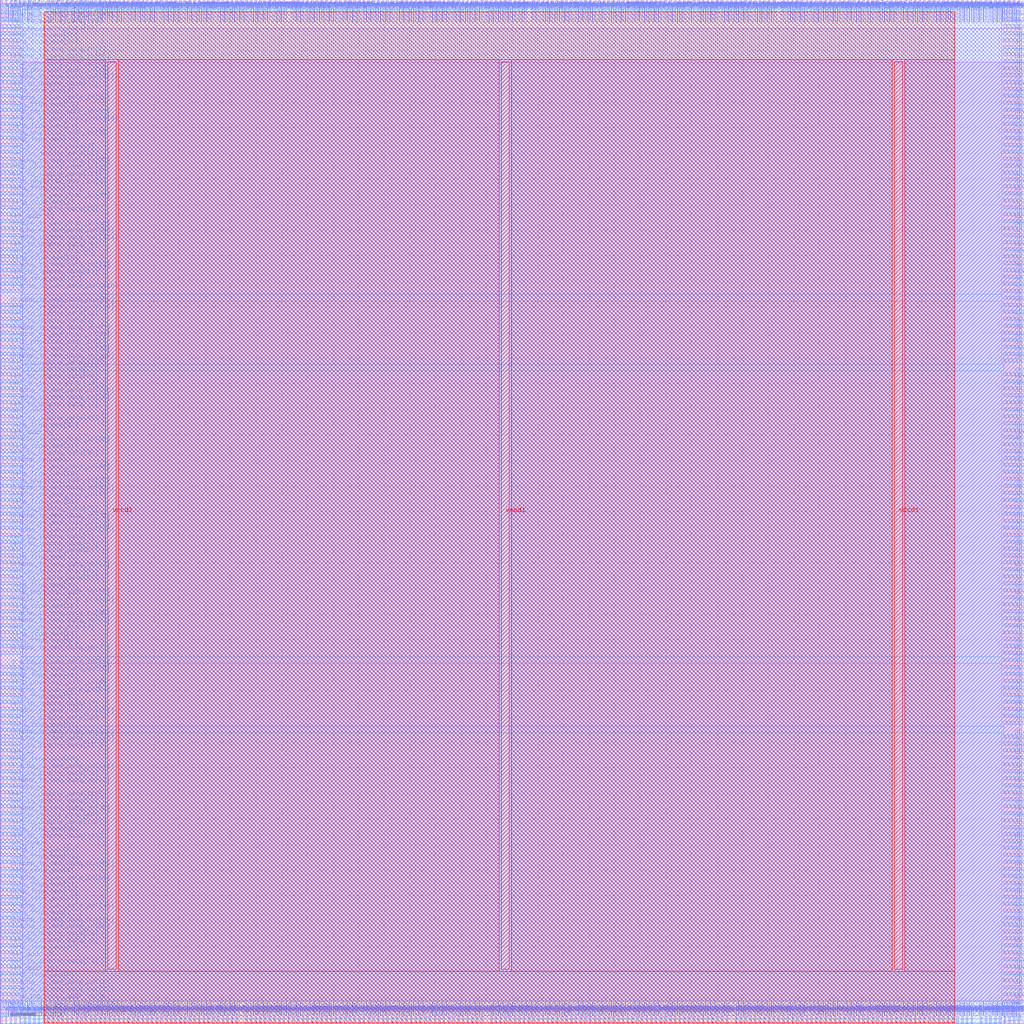
<source format=lef>
VERSION 5.7 ;
  NOWIREEXTENSIONATPIN ON ;
  DIVIDERCHAR "/" ;
  BUSBITCHARS "[]" ;
MACRO arbiter
  CLASS BLOCK ;
  FOREIGN arbiter ;
  ORIGIN 0.000 0.000 ;
  SIZE 200.000 BY 200.000 ;
  PIN clk
    DIRECTION INPUT ;
    USE SIGNAL ;
    PORT
      LAYER met3 ;
        RECT 196.000 111.560 200.000 112.160 ;
    END
  END clk
  PIN data_from_mem[0]
    DIRECTION INPUT ;
    USE SIGNAL ;
    PORT
      LAYER met2 ;
        RECT 148.210 0.000 148.490 4.000 ;
    END
  END data_from_mem[0]
  PIN data_from_mem[100]
    DIRECTION INPUT ;
    USE SIGNAL ;
    PORT
      LAYER met2 ;
        RECT 146.370 0.000 146.650 4.000 ;
    END
  END data_from_mem[100]
  PIN data_from_mem[101]
    DIRECTION INPUT ;
    USE SIGNAL ;
    PORT
      LAYER met2 ;
        RECT 147.290 0.000 147.570 4.000 ;
    END
  END data_from_mem[101]
  PIN data_from_mem[102]
    DIRECTION INPUT ;
    USE SIGNAL ;
    PORT
      LAYER met2 ;
        RECT 124.290 196.000 124.570 200.000 ;
    END
  END data_from_mem[102]
  PIN data_from_mem[103]
    DIRECTION INPUT ;
    USE SIGNAL ;
    PORT
      LAYER met2 ;
        RECT 100.370 0.000 100.650 4.000 ;
    END
  END data_from_mem[103]
  PIN data_from_mem[104]
    DIRECTION INPUT ;
    USE SIGNAL ;
    PORT
      LAYER met2 ;
        RECT 18.490 0.000 18.770 4.000 ;
    END
  END data_from_mem[104]
  PIN data_from_mem[105]
    DIRECTION INPUT ;
    USE SIGNAL ;
    PORT
      LAYER met3 ;
        RECT 0.000 144.200 4.000 144.800 ;
    END
  END data_from_mem[105]
  PIN data_from_mem[106]
    DIRECTION INPUT ;
    USE SIGNAL ;
    PORT
      LAYER met2 ;
        RECT 144.530 196.000 144.810 200.000 ;
    END
  END data_from_mem[106]
  PIN data_from_mem[107]
    DIRECTION INPUT ;
    USE SIGNAL ;
    PORT
      LAYER met3 ;
        RECT 0.000 161.880 4.000 162.480 ;
    END
  END data_from_mem[107]
  PIN data_from_mem[108]
    DIRECTION INPUT ;
    USE SIGNAL ;
    PORT
      LAYER met2 ;
        RECT 26.770 0.000 27.050 4.000 ;
    END
  END data_from_mem[108]
  PIN data_from_mem[109]
    DIRECTION INPUT ;
    USE SIGNAL ;
    PORT
      LAYER met2 ;
        RECT 50.690 0.000 50.970 4.000 ;
    END
  END data_from_mem[109]
  PIN data_from_mem[10]
    DIRECTION INPUT ;
    USE SIGNAL ;
    PORT
      LAYER met2 ;
        RECT 102.210 196.000 102.490 200.000 ;
    END
  END data_from_mem[10]
  PIN data_from_mem[110]
    DIRECTION INPUT ;
    USE SIGNAL ;
    PORT
      LAYER met2 ;
        RECT 29.530 196.000 29.810 200.000 ;
    END
  END data_from_mem[110]
  PIN data_from_mem[111]
    DIRECTION INPUT ;
    USE SIGNAL ;
    PORT
      LAYER met2 ;
        RECT 21.250 0.000 21.530 4.000 ;
    END
  END data_from_mem[111]
  PIN data_from_mem[112]
    DIRECTION INPUT ;
    USE SIGNAL ;
    PORT
      LAYER met3 ;
        RECT 196.000 24.520 200.000 25.120 ;
    END
  END data_from_mem[112]
  PIN data_from_mem[113]
    DIRECTION INPUT ;
    USE SIGNAL ;
    PORT
      LAYER met2 ;
        RECT 42.410 196.000 42.690 200.000 ;
    END
  END data_from_mem[113]
  PIN data_from_mem[114]
    DIRECTION INPUT ;
    USE SIGNAL ;
    PORT
      LAYER met2 ;
        RECT 110.490 0.000 110.770 4.000 ;
    END
  END data_from_mem[114]
  PIN data_from_mem[115]
    DIRECTION INPUT ;
    USE SIGNAL ;
    PORT
      LAYER met2 ;
        RECT 40.570 0.000 40.850 4.000 ;
    END
  END data_from_mem[115]
  PIN data_from_mem[116]
    DIRECTION INPUT ;
    USE SIGNAL ;
    PORT
      LAYER met2 ;
        RECT 88.410 196.000 88.690 200.000 ;
    END
  END data_from_mem[116]
  PIN data_from_mem[117]
    DIRECTION INPUT ;
    USE SIGNAL ;
    PORT
      LAYER met2 ;
        RECT 34.130 0.000 34.410 4.000 ;
    END
  END data_from_mem[117]
  PIN data_from_mem[118]
    DIRECTION INPUT ;
    USE SIGNAL ;
    PORT
      LAYER met2 ;
        RECT 79.210 0.000 79.490 4.000 ;
    END
  END data_from_mem[118]
  PIN data_from_mem[119]
    DIRECTION INPUT ;
    USE SIGNAL ;
    PORT
      LAYER met2 ;
        RECT 184.090 0.000 184.370 4.000 ;
    END
  END data_from_mem[119]
  PIN data_from_mem[11]
    DIRECTION INPUT ;
    USE SIGNAL ;
    PORT
      LAYER met2 ;
        RECT 25.850 196.000 26.130 200.000 ;
    END
  END data_from_mem[11]
  PIN data_from_mem[120]
    DIRECTION INPUT ;
    USE SIGNAL ;
    PORT
      LAYER met2 ;
        RECT 189.610 196.000 189.890 200.000 ;
    END
  END data_from_mem[120]
  PIN data_from_mem[121]
    DIRECTION INPUT ;
    USE SIGNAL ;
    PORT
      LAYER met2 ;
        RECT 98.530 196.000 98.810 200.000 ;
    END
  END data_from_mem[121]
  PIN data_from_mem[122]
    DIRECTION INPUT ;
    USE SIGNAL ;
    PORT
      LAYER met3 ;
        RECT 0.000 20.440 4.000 21.040 ;
    END
  END data_from_mem[122]
  PIN data_from_mem[123]
    DIRECTION INPUT ;
    USE SIGNAL ;
    PORT
      LAYER met3 ;
        RECT 196.000 72.120 200.000 72.720 ;
    END
  END data_from_mem[123]
  PIN data_from_mem[124]
    DIRECTION INPUT ;
    USE SIGNAL ;
    PORT
      LAYER met2 ;
        RECT 131.650 0.000 131.930 4.000 ;
    END
  END data_from_mem[124]
  PIN data_from_mem[125]
    DIRECTION INPUT ;
    USE SIGNAL ;
    PORT
      LAYER met2 ;
        RECT 155.570 196.000 155.850 200.000 ;
    END
  END data_from_mem[125]
  PIN data_from_mem[126]
    DIRECTION INPUT ;
    USE SIGNAL ;
    PORT
      LAYER met2 ;
        RECT 191.450 196.000 191.730 200.000 ;
    END
  END data_from_mem[126]
  PIN data_from_mem[127]
    DIRECTION INPUT ;
    USE SIGNAL ;
    PORT
      LAYER met2 ;
        RECT 101.290 196.000 101.570 200.000 ;
    END
  END data_from_mem[127]
  PIN data_from_mem[12]
    DIRECTION INPUT ;
    USE SIGNAL ;
    PORT
      LAYER met3 ;
        RECT 196.000 156.440 200.000 157.040 ;
    END
  END data_from_mem[12]
  PIN data_from_mem[13]
    DIRECTION INPUT ;
    USE SIGNAL ;
    PORT
      LAYER met2 ;
        RECT 9.290 196.000 9.570 200.000 ;
    END
  END data_from_mem[13]
  PIN data_from_mem[14]
    DIRECTION INPUT ;
    USE SIGNAL ;
    PORT
      LAYER met3 ;
        RECT 0.000 25.880 4.000 26.480 ;
    END
  END data_from_mem[14]
  PIN data_from_mem[15]
    DIRECTION INPUT ;
    USE SIGNAL ;
    PORT
      LAYER met3 ;
        RECT 196.000 16.360 200.000 16.960 ;
    END
  END data_from_mem[15]
  PIN data_from_mem[16]
    DIRECTION INPUT ;
    USE SIGNAL ;
    PORT
      LAYER met2 ;
        RECT 45.170 0.000 45.450 4.000 ;
    END
  END data_from_mem[16]
  PIN data_from_mem[17]
    DIRECTION INPUT ;
    USE SIGNAL ;
    PORT
      LAYER met2 ;
        RECT 16.650 0.000 16.930 4.000 ;
    END
  END data_from_mem[17]
  PIN data_from_mem[18]
    DIRECTION INPUT ;
    USE SIGNAL ;
    PORT
      LAYER met3 ;
        RECT 196.000 92.520 200.000 93.120 ;
    END
  END data_from_mem[18]
  PIN data_from_mem[19]
    DIRECTION INPUT ;
    USE SIGNAL ;
    PORT
      LAYER met3 ;
        RECT 0.000 106.120 4.000 106.720 ;
    END
  END data_from_mem[19]
  PIN data_from_mem[1]
    DIRECTION INPUT ;
    USE SIGNAL ;
    PORT
      LAYER met3 ;
        RECT 0.000 159.160 4.000 159.760 ;
    END
  END data_from_mem[1]
  PIN data_from_mem[20]
    DIRECTION INPUT ;
    USE SIGNAL ;
    PORT
      LAYER met3 ;
        RECT 0.000 148.280 4.000 148.880 ;
    END
  END data_from_mem[20]
  PIN data_from_mem[21]
    DIRECTION INPUT ;
    USE SIGNAL ;
    PORT
      LAYER met2 ;
        RECT 173.970 0.000 174.250 4.000 ;
    END
  END data_from_mem[21]
  PIN data_from_mem[22]
    DIRECTION INPUT ;
    USE SIGNAL ;
    PORT
      LAYER met3 ;
        RECT 196.000 160.520 200.000 161.120 ;
    END
  END data_from_mem[22]
  PIN data_from_mem[23]
    DIRECTION INPUT ;
    USE SIGNAL ;
    PORT
      LAYER met2 ;
        RECT 85.650 0.000 85.930 4.000 ;
    END
  END data_from_mem[23]
  PIN data_from_mem[24]
    DIRECTION INPUT ;
    USE SIGNAL ;
    PORT
      LAYER met2 ;
        RECT 93.930 196.000 94.210 200.000 ;
    END
  END data_from_mem[24]
  PIN data_from_mem[25]
    DIRECTION INPUT ;
    USE SIGNAL ;
    PORT
      LAYER met2 ;
        RECT 141.770 0.000 142.050 4.000 ;
    END
  END data_from_mem[25]
  PIN data_from_mem[26]
    DIRECTION INPUT ;
    USE SIGNAL ;
    PORT
      LAYER met3 ;
        RECT 196.000 99.320 200.000 99.920 ;
    END
  END data_from_mem[26]
  PIN data_from_mem[27]
    DIRECTION INPUT ;
    USE SIGNAL ;
    PORT
      LAYER met3 ;
        RECT 0.000 74.840 4.000 75.440 ;
    END
  END data_from_mem[27]
  PIN data_from_mem[28]
    DIRECTION INPUT ;
    USE SIGNAL ;
    PORT
      LAYER met3 ;
        RECT 0.000 178.200 4.000 178.800 ;
    END
  END data_from_mem[28]
  PIN data_from_mem[29]
    DIRECTION INPUT ;
    USE SIGNAL ;
    PORT
      LAYER met2 ;
        RECT 28.610 196.000 28.890 200.000 ;
    END
  END data_from_mem[29]
  PIN data_from_mem[2]
    DIRECTION INPUT ;
    USE SIGNAL ;
    PORT
      LAYER met3 ;
        RECT 0.000 180.920 4.000 181.520 ;
    END
  END data_from_mem[2]
  PIN data_from_mem[30]
    DIRECTION INPUT ;
    USE SIGNAL ;
    PORT
      LAYER met3 ;
        RECT 0.000 191.800 4.000 192.400 ;
    END
  END data_from_mem[30]
  PIN data_from_mem[31]
    DIRECTION INPUT ;
    USE SIGNAL ;
    PORT
      LAYER met3 ;
        RECT 196.000 183.640 200.000 184.240 ;
    END
  END data_from_mem[31]
  PIN data_from_mem[32]
    DIRECTION INPUT ;
    USE SIGNAL ;
    PORT
      LAYER met2 ;
        RECT 57.130 196.000 57.410 200.000 ;
    END
  END data_from_mem[32]
  PIN data_from_mem[33]
    DIRECTION INPUT ;
    USE SIGNAL ;
    PORT
      LAYER met2 ;
        RECT 73.690 196.000 73.970 200.000 ;
    END
  END data_from_mem[33]
  PIN data_from_mem[34]
    DIRECTION INPUT ;
    USE SIGNAL ;
    PORT
      LAYER met3 ;
        RECT 0.000 174.120 4.000 174.720 ;
    END
  END data_from_mem[34]
  PIN data_from_mem[35]
    DIRECTION INPUT ;
    USE SIGNAL ;
    PORT
      LAYER met3 ;
        RECT 0.000 171.400 4.000 172.000 ;
    END
  END data_from_mem[35]
  PIN data_from_mem[36]
    DIRECTION INPUT ;
    USE SIGNAL ;
    PORT
      LAYER met2 ;
        RECT 159.250 0.000 159.530 4.000 ;
    END
  END data_from_mem[36]
  PIN data_from_mem[37]
    DIRECTION INPUT ;
    USE SIGNAL ;
    PORT
      LAYER met3 ;
        RECT 196.000 170.040 200.000 170.640 ;
    END
  END data_from_mem[37]
  PIN data_from_mem[38]
    DIRECTION INPUT ;
    USE SIGNAL ;
    PORT
      LAYER met2 ;
        RECT 184.090 196.000 184.370 200.000 ;
    END
  END data_from_mem[38]
  PIN data_from_mem[39]
    DIRECTION INPUT ;
    USE SIGNAL ;
    PORT
      LAYER met2 ;
        RECT 83.810 196.000 84.090 200.000 ;
    END
  END data_from_mem[39]
  PIN data_from_mem[3]
    DIRECTION INPUT ;
    USE SIGNAL ;
    PORT
      LAYER met3 ;
        RECT 196.000 131.960 200.000 132.560 ;
    END
  END data_from_mem[3]
  PIN data_from_mem[40]
    DIRECTION INPUT ;
    USE SIGNAL ;
    PORT
      LAYER met3 ;
        RECT 196.000 112.920 200.000 113.520 ;
    END
  END data_from_mem[40]
  PIN data_from_mem[41]
    DIRECTION INPUT ;
    USE SIGNAL ;
    PORT
      LAYER met3 ;
        RECT 0.000 23.160 4.000 23.760 ;
    END
  END data_from_mem[41]
  PIN data_from_mem[42]
    DIRECTION INPUT ;
    USE SIGNAL ;
    PORT
      LAYER met2 ;
        RECT 160.170 196.000 160.450 200.000 ;
    END
  END data_from_mem[42]
  PIN data_from_mem[43]
    DIRECTION INPUT ;
    USE SIGNAL ;
    PORT
      LAYER met3 ;
        RECT 0.000 89.800 4.000 90.400 ;
    END
  END data_from_mem[43]
  PIN data_from_mem[44]
    DIRECTION INPUT ;
    USE SIGNAL ;
    PORT
      LAYER met2 ;
        RECT 160.170 0.000 160.450 4.000 ;
    END
  END data_from_mem[44]
  PIN data_from_mem[45]
    DIRECTION INPUT ;
    USE SIGNAL ;
    PORT
      LAYER met2 ;
        RECT 115.090 0.000 115.370 4.000 ;
    END
  END data_from_mem[45]
  PIN data_from_mem[46]
    DIRECTION INPUT ;
    USE SIGNAL ;
    PORT
      LAYER met2 ;
        RECT 190.530 196.000 190.810 200.000 ;
    END
  END data_from_mem[46]
  PIN data_from_mem[47]
    DIRECTION INPUT ;
    USE SIGNAL ;
    PORT
      LAYER met3 ;
        RECT 196.000 49.000 200.000 49.600 ;
    END
  END data_from_mem[47]
  PIN data_from_mem[48]
    DIRECTION INPUT ;
    USE SIGNAL ;
    PORT
      LAYER met2 ;
        RECT 115.090 196.000 115.370 200.000 ;
    END
  END data_from_mem[48]
  PIN data_from_mem[49]
    DIRECTION INPUT ;
    USE SIGNAL ;
    PORT
      LAYER met2 ;
        RECT 185.930 196.000 186.210 200.000 ;
    END
  END data_from_mem[49]
  PIN data_from_mem[4]
    DIRECTION INPUT ;
    USE SIGNAL ;
    PORT
      LAYER met2 ;
        RECT 153.730 196.000 154.010 200.000 ;
    END
  END data_from_mem[4]
  PIN data_from_mem[50]
    DIRECTION INPUT ;
    USE SIGNAL ;
    PORT
      LAYER met2 ;
        RECT 15.730 0.000 16.010 4.000 ;
    END
  END data_from_mem[50]
  PIN data_from_mem[51]
    DIRECTION INPUT ;
    USE SIGNAL ;
    PORT
      LAYER met3 ;
        RECT 0.000 100.680 4.000 101.280 ;
    END
  END data_from_mem[51]
  PIN data_from_mem[52]
    DIRECTION INPUT ;
    USE SIGNAL ;
    PORT
      LAYER met3 ;
        RECT 0.000 80.280 4.000 80.880 ;
    END
  END data_from_mem[52]
  PIN data_from_mem[53]
    DIRECTION INPUT ;
    USE SIGNAL ;
    PORT
      LAYER met2 ;
        RECT 11.130 0.000 11.410 4.000 ;
    END
  END data_from_mem[53]
  PIN data_from_mem[54]
    DIRECTION INPUT ;
    USE SIGNAL ;
    PORT
      LAYER met2 ;
        RECT 168.450 196.000 168.730 200.000 ;
    END
  END data_from_mem[54]
  PIN data_from_mem[55]
    DIRECTION INPUT ;
    USE SIGNAL ;
    PORT
      LAYER met2 ;
        RECT 97.610 0.000 97.890 4.000 ;
    END
  END data_from_mem[55]
  PIN data_from_mem[56]
    DIRECTION INPUT ;
    USE SIGNAL ;
    PORT
      LAYER met3 ;
        RECT 0.000 1.400 4.000 2.000 ;
    END
  END data_from_mem[56]
  PIN data_from_mem[57]
    DIRECTION INPUT ;
    USE SIGNAL ;
    PORT
      LAYER met3 ;
        RECT 0.000 73.480 4.000 74.080 ;
    END
  END data_from_mem[57]
  PIN data_from_mem[58]
    DIRECTION INPUT ;
    USE SIGNAL ;
    PORT
      LAYER met2 ;
        RECT 90.250 196.000 90.530 200.000 ;
    END
  END data_from_mem[58]
  PIN data_from_mem[59]
    DIRECTION INPUT ;
    USE SIGNAL ;
    PORT
      LAYER met2 ;
        RECT 54.370 0.000 54.650 4.000 ;
    END
  END data_from_mem[59]
  PIN data_from_mem[5]
    DIRECTION INPUT ;
    USE SIGNAL ;
    PORT
      LAYER met2 ;
        RECT 33.210 0.000 33.490 4.000 ;
    END
  END data_from_mem[5]
  PIN data_from_mem[60]
    DIRECTION INPUT ;
    USE SIGNAL ;
    PORT
      LAYER met2 ;
        RECT 66.330 0.000 66.610 4.000 ;
    END
  END data_from_mem[60]
  PIN data_from_mem[61]
    DIRECTION INPUT ;
    USE SIGNAL ;
    PORT
      LAYER met3 ;
        RECT 196.000 93.880 200.000 94.480 ;
    END
  END data_from_mem[61]
  PIN data_from_mem[62]
    DIRECTION INPUT ;
    USE SIGNAL ;
    PORT
      LAYER met2 ;
        RECT 135.330 0.000 135.610 4.000 ;
    END
  END data_from_mem[62]
  PIN data_from_mem[63]
    DIRECTION INPUT ;
    USE SIGNAL ;
    PORT
      LAYER met3 ;
        RECT 196.000 6.840 200.000 7.440 ;
    END
  END data_from_mem[63]
  PIN data_from_mem[64]
    DIRECTION INPUT ;
    USE SIGNAL ;
    PORT
      LAYER met3 ;
        RECT 0.000 66.680 4.000 67.280 ;
    END
  END data_from_mem[64]
  PIN data_from_mem[65]
    DIRECTION INPUT ;
    USE SIGNAL ;
    PORT
      LAYER met2 ;
        RECT 20.330 0.000 20.610 4.000 ;
    END
  END data_from_mem[65]
  PIN data_from_mem[66]
    DIRECTION INPUT ;
    USE SIGNAL ;
    PORT
      LAYER met2 ;
        RECT 174.890 196.000 175.170 200.000 ;
    END
  END data_from_mem[66]
  PIN data_from_mem[67]
    DIRECTION INPUT ;
    USE SIGNAL ;
    PORT
      LAYER met2 ;
        RECT 64.490 0.000 64.770 4.000 ;
    END
  END data_from_mem[67]
  PIN data_from_mem[68]
    DIRECTION INPUT ;
    USE SIGNAL ;
    PORT
      LAYER met3 ;
        RECT 0.000 84.360 4.000 84.960 ;
    END
  END data_from_mem[68]
  PIN data_from_mem[69]
    DIRECTION INPUT ;
    USE SIGNAL ;
    PORT
      LAYER met3 ;
        RECT 196.000 29.960 200.000 30.560 ;
    END
  END data_from_mem[69]
  PIN data_from_mem[6]
    DIRECTION INPUT ;
    USE SIGNAL ;
    PORT
      LAYER met2 ;
        RECT 177.650 196.000 177.930 200.000 ;
    END
  END data_from_mem[6]
  PIN data_from_mem[70]
    DIRECTION INPUT ;
    USE SIGNAL ;
    PORT
      LAYER met2 ;
        RECT 70.010 196.000 70.290 200.000 ;
    END
  END data_from_mem[70]
  PIN data_from_mem[71]
    DIRECTION INPUT ;
    USE SIGNAL ;
    PORT
      LAYER met3 ;
        RECT 0.000 111.560 4.000 112.160 ;
    END
  END data_from_mem[71]
  PIN data_from_mem[72]
    DIRECTION INPUT ;
    USE SIGNAL ;
    PORT
      LAYER met2 ;
        RECT 122.450 0.000 122.730 4.000 ;
    END
  END data_from_mem[72]
  PIN data_from_mem[73]
    DIRECTION INPUT ;
    USE SIGNAL ;
    PORT
      LAYER met3 ;
        RECT 196.000 193.160 200.000 193.760 ;
    END
  END data_from_mem[73]
  PIN data_from_mem[74]
    DIRECTION INPUT ;
    USE SIGNAL ;
    PORT
      LAYER met2 ;
        RECT 141.770 196.000 142.050 200.000 ;
    END
  END data_from_mem[74]
  PIN data_from_mem[75]
    DIRECTION INPUT ;
    USE SIGNAL ;
    PORT
      LAYER met2 ;
        RECT 20.330 196.000 20.610 200.000 ;
    END
  END data_from_mem[75]
  PIN data_from_mem[76]
    DIRECTION INPUT ;
    USE SIGNAL ;
    PORT
      LAYER met3 ;
        RECT 0.000 24.520 4.000 25.120 ;
    END
  END data_from_mem[76]
  PIN data_from_mem[77]
    DIRECTION INPUT ;
    USE SIGNAL ;
    PORT
      LAYER met3 ;
        RECT 196.000 85.720 200.000 86.320 ;
    END
  END data_from_mem[77]
  PIN data_from_mem[78]
    DIRECTION INPUT ;
    USE SIGNAL ;
    PORT
      LAYER met2 ;
        RECT 12.050 196.000 12.330 200.000 ;
    END
  END data_from_mem[78]
  PIN data_from_mem[79]
    DIRECTION INPUT ;
    USE SIGNAL ;
    PORT
      LAYER met2 ;
        RECT 129.810 196.000 130.090 200.000 ;
    END
  END data_from_mem[79]
  PIN data_from_mem[7]
    DIRECTION INPUT ;
    USE SIGNAL ;
    PORT
      LAYER met3 ;
        RECT 0.000 28.600 4.000 29.200 ;
    END
  END data_from_mem[7]
  PIN data_from_mem[80]
    DIRECTION INPUT ;
    USE SIGNAL ;
    PORT
      LAYER met3 ;
        RECT 0.000 13.640 4.000 14.240 ;
    END
  END data_from_mem[80]
  PIN data_from_mem[81]
    DIRECTION INPUT ;
    USE SIGNAL ;
    PORT
      LAYER met2 ;
        RECT 33.210 196.000 33.490 200.000 ;
    END
  END data_from_mem[81]
  PIN data_from_mem[82]
    DIRECTION INPUT ;
    USE SIGNAL ;
    PORT
      LAYER met3 ;
        RECT 0.000 62.600 4.000 63.200 ;
    END
  END data_from_mem[82]
  PIN data_from_mem[83]
    DIRECTION INPUT ;
    USE SIGNAL ;
    PORT
      LAYER met2 ;
        RECT 41.490 0.000 41.770 4.000 ;
    END
  END data_from_mem[83]
  PIN data_from_mem[84]
    DIRECTION INPUT ;
    USE SIGNAL ;
    PORT
      LAYER met3 ;
        RECT 196.000 2.760 200.000 3.360 ;
    END
  END data_from_mem[84]
  PIN data_from_mem[85]
    DIRECTION INPUT ;
    USE SIGNAL ;
    PORT
      LAYER met2 ;
        RECT 162.010 0.000 162.290 4.000 ;
    END
  END data_from_mem[85]
  PIN data_from_mem[86]
    DIRECTION INPUT ;
    USE SIGNAL ;
    PORT
      LAYER met3 ;
        RECT 196.000 134.680 200.000 135.280 ;
    END
  END data_from_mem[86]
  PIN data_from_mem[87]
    DIRECTION INPUT ;
    USE SIGNAL ;
    PORT
      LAYER met2 ;
        RECT 162.930 196.000 163.210 200.000 ;
    END
  END data_from_mem[87]
  PIN data_from_mem[88]
    DIRECTION INPUT ;
    USE SIGNAL ;
    PORT
      LAYER met3 ;
        RECT 0.000 190.440 4.000 191.040 ;
    END
  END data_from_mem[88]
  PIN data_from_mem[89]
    DIRECTION INPUT ;
    USE SIGNAL ;
    PORT
      LAYER met2 ;
        RECT 113.250 196.000 113.530 200.000 ;
    END
  END data_from_mem[89]
  PIN data_from_mem[8]
    DIRECTION INPUT ;
    USE SIGNAL ;
    PORT
      LAYER met2 ;
        RECT 182.250 196.000 182.530 200.000 ;
    END
  END data_from_mem[8]
  PIN data_from_mem[90]
    DIRECTION INPUT ;
    USE SIGNAL ;
    PORT
      LAYER met2 ;
        RECT 128.890 0.000 129.170 4.000 ;
    END
  END data_from_mem[90]
  PIN data_from_mem[91]
    DIRECTION INPUT ;
    USE SIGNAL ;
    PORT
      LAYER met3 ;
        RECT 0.000 57.160 4.000 57.760 ;
    END
  END data_from_mem[91]
  PIN data_from_mem[92]
    DIRECTION INPUT ;
    USE SIGNAL ;
    PORT
      LAYER met3 ;
        RECT 0.000 115.640 4.000 116.240 ;
    END
  END data_from_mem[92]
  PIN data_from_mem[93]
    DIRECTION INPUT ;
    USE SIGNAL ;
    PORT
      LAYER met3 ;
        RECT 0.000 31.320 4.000 31.920 ;
    END
  END data_from_mem[93]
  PIN data_from_mem[94]
    DIRECTION INPUT ;
    USE SIGNAL ;
    PORT
      LAYER met3 ;
        RECT 0.000 32.680 4.000 33.280 ;
    END
  END data_from_mem[94]
  PIN data_from_mem[95]
    DIRECTION INPUT ;
    USE SIGNAL ;
    PORT
      LAYER met3 ;
        RECT 0.000 36.760 4.000 37.360 ;
    END
  END data_from_mem[95]
  PIN data_from_mem[96]
    DIRECTION INPUT ;
    USE SIGNAL ;
    PORT
      LAYER met2 ;
        RECT 181.330 0.000 181.610 4.000 ;
    END
  END data_from_mem[96]
  PIN data_from_mem[97]
    DIRECTION INPUT ;
    USE SIGNAL ;
    PORT
      LAYER met3 ;
        RECT 196.000 15.000 200.000 15.600 ;
    END
  END data_from_mem[97]
  PIN data_from_mem[98]
    DIRECTION INPUT ;
    USE SIGNAL ;
    PORT
      LAYER met2 ;
        RECT 178.570 0.000 178.850 4.000 ;
    END
  END data_from_mem[98]
  PIN data_from_mem[99]
    DIRECTION INPUT ;
    USE SIGNAL ;
    PORT
      LAYER met3 ;
        RECT 0.000 50.360 4.000 50.960 ;
    END
  END data_from_mem[99]
  PIN data_from_mem[9]
    DIRECTION INPUT ;
    USE SIGNAL ;
    PORT
      LAYER met3 ;
        RECT 0.000 8.200 4.000 8.800 ;
    END
  END data_from_mem[9]
  PIN dcache_re
    DIRECTION INPUT ;
    USE SIGNAL ;
    PORT
      LAYER met2 ;
        RECT 74.610 196.000 74.890 200.000 ;
    END
  END dcache_re
  PIN dcache_request
    DIRECTION INPUT ;
    USE SIGNAL ;
    PORT
      LAYER met2 ;
        RECT 196.050 196.000 196.330 200.000 ;
    END
  END dcache_request
  PIN dcache_to_mem_data_in[0]
    DIRECTION INPUT ;
    USE SIGNAL ;
    PORT
      LAYER met2 ;
        RECT 124.290 0.000 124.570 4.000 ;
    END
  END dcache_to_mem_data_in[0]
  PIN dcache_to_mem_data_in[100]
    DIRECTION INPUT ;
    USE SIGNAL ;
    PORT
      LAYER met2 ;
        RECT 30.450 0.000 30.730 4.000 ;
    END
  END dcache_to_mem_data_in[100]
  PIN dcache_to_mem_data_in[101]
    DIRECTION INPUT ;
    USE SIGNAL ;
    PORT
      LAYER met2 ;
        RECT 139.930 0.000 140.210 4.000 ;
    END
  END dcache_to_mem_data_in[101]
  PIN dcache_to_mem_data_in[102]
    DIRECTION INPUT ;
    USE SIGNAL ;
    PORT
      LAYER met2 ;
        RECT 108.650 0.000 108.930 4.000 ;
    END
  END dcache_to_mem_data_in[102]
  PIN dcache_to_mem_data_in[103]
    DIRECTION INPUT ;
    USE SIGNAL ;
    PORT
      LAYER met3 ;
        RECT 196.000 20.440 200.000 21.040 ;
    END
  END dcache_to_mem_data_in[103]
  PIN dcache_to_mem_data_in[104]
    DIRECTION INPUT ;
    USE SIGNAL ;
    PORT
      LAYER met2 ;
        RECT 106.810 0.000 107.090 4.000 ;
    END
  END dcache_to_mem_data_in[104]
  PIN dcache_to_mem_data_in[105]
    DIRECTION INPUT ;
    USE SIGNAL ;
    PORT
      LAYER met3 ;
        RECT 196.000 190.440 200.000 191.040 ;
    END
  END dcache_to_mem_data_in[105]
  PIN dcache_to_mem_data_in[106]
    DIRECTION INPUT ;
    USE SIGNAL ;
    PORT
      LAYER met2 ;
        RECT 157.410 196.000 157.690 200.000 ;
    END
  END dcache_to_mem_data_in[106]
  PIN dcache_to_mem_data_in[107]
    DIRECTION INPUT ;
    USE SIGNAL ;
    PORT
      LAYER met2 ;
        RECT 106.810 196.000 107.090 200.000 ;
    END
  END dcache_to_mem_data_in[107]
  PIN dcache_to_mem_data_in[108]
    DIRECTION INPUT ;
    USE SIGNAL ;
    PORT
      LAYER met2 ;
        RECT 7.450 196.000 7.730 200.000 ;
    END
  END dcache_to_mem_data_in[108]
  PIN dcache_to_mem_data_in[109]
    DIRECTION INPUT ;
    USE SIGNAL ;
    PORT
      LAYER met3 ;
        RECT 0.000 129.240 4.000 129.840 ;
    END
  END dcache_to_mem_data_in[109]
  PIN dcache_to_mem_data_in[10]
    DIRECTION INPUT ;
    USE SIGNAL ;
    PORT
      LAYER met2 ;
        RECT 42.410 0.000 42.690 4.000 ;
    END
  END dcache_to_mem_data_in[10]
  PIN dcache_to_mem_data_in[110]
    DIRECTION INPUT ;
    USE SIGNAL ;
    PORT
      LAYER met3 ;
        RECT 0.000 54.440 4.000 55.040 ;
    END
  END dcache_to_mem_data_in[110]
  PIN dcache_to_mem_data_in[111]
    DIRECTION INPUT ;
    USE SIGNAL ;
    PORT
      LAYER met2 ;
        RECT 108.650 196.000 108.930 200.000 ;
    END
  END dcache_to_mem_data_in[111]
  PIN dcache_to_mem_data_in[112]
    DIRECTION INPUT ;
    USE SIGNAL ;
    PORT
      LAYER met2 ;
        RECT 154.650 0.000 154.930 4.000 ;
    END
  END dcache_to_mem_data_in[112]
  PIN dcache_to_mem_data_in[113]
    DIRECTION INPUT ;
    USE SIGNAL ;
    PORT
      LAYER met2 ;
        RECT 87.490 196.000 87.770 200.000 ;
    END
  END dcache_to_mem_data_in[113]
  PIN dcache_to_mem_data_in[114]
    DIRECTION INPUT ;
    USE SIGNAL ;
    PORT
      LAYER met3 ;
        RECT 196.000 47.640 200.000 48.240 ;
    END
  END dcache_to_mem_data_in[114]
  PIN dcache_to_mem_data_in[115]
    DIRECTION INPUT ;
    USE SIGNAL ;
    PORT
      LAYER met2 ;
        RECT 80.130 0.000 80.410 4.000 ;
    END
  END dcache_to_mem_data_in[115]
  PIN dcache_to_mem_data_in[116]
    DIRECTION INPUT ;
    USE SIGNAL ;
    PORT
      LAYER met2 ;
        RECT 195.130 0.000 195.410 4.000 ;
    END
  END dcache_to_mem_data_in[116]
  PIN dcache_to_mem_data_in[117]
    DIRECTION INPUT ;
    USE SIGNAL ;
    PORT
      LAYER met3 ;
        RECT 0.000 49.000 4.000 49.600 ;
    END
  END dcache_to_mem_data_in[117]
  PIN dcache_to_mem_data_in[118]
    DIRECTION INPUT ;
    USE SIGNAL ;
    PORT
      LAYER met2 ;
        RECT 162.930 0.000 163.210 4.000 ;
    END
  END dcache_to_mem_data_in[118]
  PIN dcache_to_mem_data_in[119]
    DIRECTION INPUT ;
    USE SIGNAL ;
    PORT
      LAYER met2 ;
        RECT 126.130 0.000 126.410 4.000 ;
    END
  END dcache_to_mem_data_in[119]
  PIN dcache_to_mem_data_in[11]
    DIRECTION INPUT ;
    USE SIGNAL ;
    PORT
      LAYER met3 ;
        RECT 0.000 146.920 4.000 147.520 ;
    END
  END dcache_to_mem_data_in[11]
  PIN dcache_to_mem_data_in[120]
    DIRECTION INPUT ;
    USE SIGNAL ;
    PORT
      LAYER met2 ;
        RECT 6.530 0.000 6.810 4.000 ;
    END
  END dcache_to_mem_data_in[120]
  PIN dcache_to_mem_data_in[121]
    DIRECTION INPUT ;
    USE SIGNAL ;
    PORT
      LAYER met2 ;
        RECT 40.570 196.000 40.850 200.000 ;
    END
  END dcache_to_mem_data_in[121]
  PIN dcache_to_mem_data_in[122]
    DIRECTION INPUT ;
    USE SIGNAL ;
    PORT
      LAYER met3 ;
        RECT 0.000 103.400 4.000 104.000 ;
    END
  END dcache_to_mem_data_in[122]
  PIN dcache_to_mem_data_in[123]
    DIRECTION INPUT ;
    USE SIGNAL ;
    PORT
      LAYER met3 ;
        RECT 0.000 55.800 4.000 56.400 ;
    END
  END dcache_to_mem_data_in[123]
  PIN dcache_to_mem_data_in[124]
    DIRECTION INPUT ;
    USE SIGNAL ;
    PORT
      LAYER met2 ;
        RECT 10.210 0.000 10.490 4.000 ;
    END
  END dcache_to_mem_data_in[124]
  PIN dcache_to_mem_data_in[125]
    DIRECTION INPUT ;
    USE SIGNAL ;
    PORT
      LAYER met2 ;
        RECT 157.410 0.000 157.690 4.000 ;
    END
  END dcache_to_mem_data_in[125]
  PIN dcache_to_mem_data_in[126]
    DIRECTION INPUT ;
    USE SIGNAL ;
    PORT
      LAYER met3 ;
        RECT 196.000 175.480 200.000 176.080 ;
    END
  END dcache_to_mem_data_in[126]
  PIN dcache_to_mem_data_in[127]
    DIRECTION INPUT ;
    USE SIGNAL ;
    PORT
      LAYER met2 ;
        RECT 179.490 0.000 179.770 4.000 ;
    END
  END dcache_to_mem_data_in[127]
  PIN dcache_to_mem_data_in[12]
    DIRECTION INPUT ;
    USE SIGNAL ;
    PORT
      LAYER met2 ;
        RECT 59.890 196.000 60.170 200.000 ;
    END
  END dcache_to_mem_data_in[12]
  PIN dcache_to_mem_data_in[13]
    DIRECTION INPUT ;
    USE SIGNAL ;
    PORT
      LAYER met2 ;
        RECT 185.010 196.000 185.290 200.000 ;
    END
  END dcache_to_mem_data_in[13]
  PIN dcache_to_mem_data_in[14]
    DIRECTION INPUT ;
    USE SIGNAL ;
    PORT
      LAYER met2 ;
        RECT 100.370 196.000 100.650 200.000 ;
    END
  END dcache_to_mem_data_in[14]
  PIN dcache_to_mem_data_in[15]
    DIRECTION INPUT ;
    USE SIGNAL ;
    PORT
      LAYER met3 ;
        RECT 196.000 179.560 200.000 180.160 ;
    END
  END dcache_to_mem_data_in[15]
  PIN dcache_to_mem_data_in[16]
    DIRECTION INPUT ;
    USE SIGNAL ;
    PORT
      LAYER met3 ;
        RECT 0.000 155.080 4.000 155.680 ;
    END
  END dcache_to_mem_data_in[16]
  PIN dcache_to_mem_data_in[17]
    DIRECTION INPUT ;
    USE SIGNAL ;
    PORT
      LAYER met3 ;
        RECT 196.000 32.680 200.000 33.280 ;
    END
  END dcache_to_mem_data_in[17]
  PIN dcache_to_mem_data_in[18]
    DIRECTION INPUT ;
    USE SIGNAL ;
    PORT
      LAYER met2 ;
        RECT 51.610 196.000 51.890 200.000 ;
    END
  END dcache_to_mem_data_in[18]
  PIN dcache_to_mem_data_in[19]
    DIRECTION INPUT ;
    USE SIGNAL ;
    PORT
      LAYER met2 ;
        RECT 4.690 196.000 4.970 200.000 ;
    END
  END dcache_to_mem_data_in[19]
  PIN dcache_to_mem_data_in[1]
    DIRECTION INPUT ;
    USE SIGNAL ;
    PORT
      LAYER met3 ;
        RECT 0.000 189.080 4.000 189.680 ;
    END
  END dcache_to_mem_data_in[1]
  PIN dcache_to_mem_data_in[20]
    DIRECTION INPUT ;
    USE SIGNAL ;
    PORT
      LAYER met3 ;
        RECT 0.000 40.840 4.000 41.440 ;
    END
  END dcache_to_mem_data_in[20]
  PIN dcache_to_mem_data_in[21]
    DIRECTION INPUT ;
    USE SIGNAL ;
    PORT
      LAYER met2 ;
        RECT 67.250 0.000 67.530 4.000 ;
    END
  END dcache_to_mem_data_in[21]
  PIN dcache_to_mem_data_in[22]
    DIRECTION INPUT ;
    USE SIGNAL ;
    PORT
      LAYER met2 ;
        RECT 130.730 0.000 131.010 4.000 ;
    END
  END dcache_to_mem_data_in[22]
  PIN dcache_to_mem_data_in[23]
    DIRECTION INPUT ;
    USE SIGNAL ;
    PORT
      LAYER met3 ;
        RECT 196.000 172.760 200.000 173.360 ;
    END
  END dcache_to_mem_data_in[23]
  PIN dcache_to_mem_data_in[24]
    DIRECTION INPUT ;
    USE SIGNAL ;
    PORT
      LAYER met2 ;
        RECT 95.770 196.000 96.050 200.000 ;
    END
  END dcache_to_mem_data_in[24]
  PIN dcache_to_mem_data_in[25]
    DIRECTION INPUT ;
    USE SIGNAL ;
    PORT
      LAYER met2 ;
        RECT 174.890 0.000 175.170 4.000 ;
    END
  END dcache_to_mem_data_in[25]
  PIN dcache_to_mem_data_in[26]
    DIRECTION INPUT ;
    USE SIGNAL ;
    PORT
      LAYER met3 ;
        RECT 0.000 112.920 4.000 113.520 ;
    END
  END dcache_to_mem_data_in[26]
  PIN dcache_to_mem_data_in[27]
    DIRECTION INPUT ;
    USE SIGNAL ;
    PORT
      LAYER met3 ;
        RECT 0.000 133.320 4.000 133.920 ;
    END
  END dcache_to_mem_data_in[27]
  PIN dcache_to_mem_data_in[28]
    DIRECTION INPUT ;
    USE SIGNAL ;
    PORT
      LAYER met2 ;
        RECT 19.410 196.000 19.690 200.000 ;
    END
  END dcache_to_mem_data_in[28]
  PIN dcache_to_mem_data_in[29]
    DIRECTION INPUT ;
    USE SIGNAL ;
    PORT
      LAYER met2 ;
        RECT 22.170 0.000 22.450 4.000 ;
    END
  END dcache_to_mem_data_in[29]
  PIN dcache_to_mem_data_in[2]
    DIRECTION INPUT ;
    USE SIGNAL ;
    PORT
      LAYER met3 ;
        RECT 196.000 51.720 200.000 52.320 ;
    END
  END dcache_to_mem_data_in[2]
  PIN dcache_to_mem_data_in[30]
    DIRECTION INPUT ;
    USE SIGNAL ;
    PORT
      LAYER met3 ;
        RECT 196.000 68.040 200.000 68.640 ;
    END
  END dcache_to_mem_data_in[30]
  PIN dcache_to_mem_data_in[31]
    DIRECTION INPUT ;
    USE SIGNAL ;
    PORT
      LAYER met3 ;
        RECT 196.000 76.200 200.000 76.800 ;
    END
  END dcache_to_mem_data_in[31]
  PIN dcache_to_mem_data_in[32]
    DIRECTION INPUT ;
    USE SIGNAL ;
    PORT
      LAYER met3 ;
        RECT 0.000 72.120 4.000 72.720 ;
    END
  END dcache_to_mem_data_in[32]
  PIN dcache_to_mem_data_in[33]
    DIRECTION INPUT ;
    USE SIGNAL ;
    PORT
      LAYER met2 ;
        RECT 152.810 0.000 153.090 4.000 ;
    END
  END dcache_to_mem_data_in[33]
  PIN dcache_to_mem_data_in[34]
    DIRECTION INPUT ;
    USE SIGNAL ;
    PORT
      LAYER met2 ;
        RECT 50.690 196.000 50.970 200.000 ;
    END
  END dcache_to_mem_data_in[34]
  PIN dcache_to_mem_data_in[35]
    DIRECTION INPUT ;
    USE SIGNAL ;
    PORT
      LAYER met2 ;
        RECT 37.810 196.000 38.090 200.000 ;
    END
  END dcache_to_mem_data_in[35]
  PIN dcache_to_mem_data_in[36]
    DIRECTION INPUT ;
    USE SIGNAL ;
    PORT
      LAYER met3 ;
        RECT 0.000 121.080 4.000 121.680 ;
    END
  END dcache_to_mem_data_in[36]
  PIN dcache_to_mem_data_in[37]
    DIRECTION INPUT ;
    USE SIGNAL ;
    PORT
      LAYER met3 ;
        RECT 0.000 160.520 4.000 161.120 ;
    END
  END dcache_to_mem_data_in[37]
  PIN dcache_to_mem_data_in[38]
    DIRECTION INPUT ;
    USE SIGNAL ;
    PORT
      LAYER met2 ;
        RECT 63.570 0.000 63.850 4.000 ;
    END
  END dcache_to_mem_data_in[38]
  PIN dcache_to_mem_data_in[39]
    DIRECTION INPUT ;
    USE SIGNAL ;
    PORT
      LAYER met2 ;
        RECT 177.650 0.000 177.930 4.000 ;
    END
  END dcache_to_mem_data_in[39]
  PIN dcache_to_mem_data_in[3]
    DIRECTION INPUT ;
    USE SIGNAL ;
    PORT
      LAYER met2 ;
        RECT 120.610 0.000 120.890 4.000 ;
    END
  END dcache_to_mem_data_in[3]
  PIN dcache_to_mem_data_in[40]
    DIRECTION INPUT ;
    USE SIGNAL ;
    PORT
      LAYER met2 ;
        RECT 111.410 0.000 111.690 4.000 ;
    END
  END dcache_to_mem_data_in[40]
  PIN dcache_to_mem_data_in[41]
    DIRECTION INPUT ;
    USE SIGNAL ;
    PORT
      LAYER met2 ;
        RECT 150.970 196.000 151.250 200.000 ;
    END
  END dcache_to_mem_data_in[41]
  PIN dcache_to_mem_data_in[42]
    DIRECTION INPUT ;
    USE SIGNAL ;
    PORT
      LAYER met3 ;
        RECT 0.000 77.560 4.000 78.160 ;
    END
  END dcache_to_mem_data_in[42]
  PIN dcache_to_mem_data_in[43]
    DIRECTION INPUT ;
    USE SIGNAL ;
    PORT
      LAYER met3 ;
        RECT 0.000 46.280 4.000 46.880 ;
    END
  END dcache_to_mem_data_in[43]
  PIN dcache_to_mem_data_in[44]
    DIRECTION INPUT ;
    USE SIGNAL ;
    PORT
      LAYER met3 ;
        RECT 196.000 122.440 200.000 123.040 ;
    END
  END dcache_to_mem_data_in[44]
  PIN dcache_to_mem_data_in[45]
    DIRECTION INPUT ;
    USE SIGNAL ;
    PORT
      LAYER met3 ;
        RECT 196.000 185.000 200.000 185.600 ;
    END
  END dcache_to_mem_data_in[45]
  PIN dcache_to_mem_data_in[46]
    DIRECTION INPUT ;
    USE SIGNAL ;
    PORT
      LAYER met2 ;
        RECT 130.730 196.000 131.010 200.000 ;
    END
  END dcache_to_mem_data_in[46]
  PIN dcache_to_mem_data_in[47]
    DIRECTION INPUT ;
    USE SIGNAL ;
    PORT
      LAYER met3 ;
        RECT 0.000 130.600 4.000 131.200 ;
    END
  END dcache_to_mem_data_in[47]
  PIN dcache_to_mem_data_in[48]
    DIRECTION INPUT ;
    USE SIGNAL ;
    PORT
      LAYER met3 ;
        RECT 196.000 104.760 200.000 105.360 ;
    END
  END dcache_to_mem_data_in[48]
  PIN dcache_to_mem_data_in[49]
    DIRECTION INPUT ;
    USE SIGNAL ;
    PORT
      LAYER met2 ;
        RECT 74.610 0.000 74.890 4.000 ;
    END
  END dcache_to_mem_data_in[49]
  PIN dcache_to_mem_data_in[4]
    DIRECTION INPUT ;
    USE SIGNAL ;
    PORT
      LAYER met3 ;
        RECT 196.000 187.720 200.000 188.320 ;
    END
  END dcache_to_mem_data_in[4]
  PIN dcache_to_mem_data_in[50]
    DIRECTION INPUT ;
    USE SIGNAL ;
    PORT
      LAYER met2 ;
        RECT 70.930 0.000 71.210 4.000 ;
    END
  END dcache_to_mem_data_in[50]
  PIN dcache_to_mem_data_in[51]
    DIRECTION INPUT ;
    USE SIGNAL ;
    PORT
      LAYER met2 ;
        RECT 173.050 196.000 173.330 200.000 ;
    END
  END dcache_to_mem_data_in[51]
  PIN dcache_to_mem_data_in[52]
    DIRECTION INPUT ;
    USE SIGNAL ;
    PORT
      LAYER met2 ;
        RECT 111.410 196.000 111.690 200.000 ;
    END
  END dcache_to_mem_data_in[52]
  PIN dcache_to_mem_data_in[53]
    DIRECTION INPUT ;
    USE SIGNAL ;
    PORT
      LAYER met3 ;
        RECT 196.000 4.120 200.000 4.720 ;
    END
  END dcache_to_mem_data_in[53]
  PIN dcache_to_mem_data_in[54]
    DIRECTION INPUT ;
    USE SIGNAL ;
    PORT
      LAYER met3 ;
        RECT 0.000 63.960 4.000 64.560 ;
    END
  END dcache_to_mem_data_in[54]
  PIN dcache_to_mem_data_in[55]
    DIRECTION INPUT ;
    USE SIGNAL ;
    PORT
      LAYER met2 ;
        RECT 166.610 0.000 166.890 4.000 ;
    END
  END dcache_to_mem_data_in[55]
  PIN dcache_to_mem_data_in[56]
    DIRECTION INPUT ;
    USE SIGNAL ;
    PORT
      LAYER met3 ;
        RECT 0.000 17.720 4.000 18.320 ;
    END
  END dcache_to_mem_data_in[56]
  PIN dcache_to_mem_data_in[57]
    DIRECTION INPUT ;
    USE SIGNAL ;
    PORT
      LAYER met2 ;
        RECT 198.810 196.000 199.090 200.000 ;
    END
  END dcache_to_mem_data_in[57]
  PIN dcache_to_mem_data_in[58]
    DIRECTION INPUT ;
    USE SIGNAL ;
    PORT
      LAYER met2 ;
        RECT 60.810 0.000 61.090 4.000 ;
    END
  END dcache_to_mem_data_in[58]
  PIN dcache_to_mem_data_in[59]
    DIRECTION INPUT ;
    USE SIGNAL ;
    PORT
      LAYER met3 ;
        RECT 0.000 96.600 4.000 97.200 ;
    END
  END dcache_to_mem_data_in[59]
  PIN dcache_to_mem_data_in[5]
    DIRECTION INPUT ;
    USE SIGNAL ;
    PORT
      LAYER met2 ;
        RECT 52.530 196.000 52.810 200.000 ;
    END
  END dcache_to_mem_data_in[5]
  PIN dcache_to_mem_data_in[60]
    DIRECTION INPUT ;
    USE SIGNAL ;
    PORT
      LAYER met3 ;
        RECT 196.000 161.880 200.000 162.480 ;
    END
  END dcache_to_mem_data_in[60]
  PIN dcache_to_mem_data_in[61]
    DIRECTION INPUT ;
    USE SIGNAL ;
    PORT
      LAYER met3 ;
        RECT 0.000 27.240 4.000 27.840 ;
    END
  END dcache_to_mem_data_in[61]
  PIN dcache_to_mem_data_in[62]
    DIRECTION INPUT ;
    USE SIGNAL ;
    PORT
      LAYER met2 ;
        RECT 120.610 196.000 120.890 200.000 ;
    END
  END dcache_to_mem_data_in[62]
  PIN dcache_to_mem_data_in[63]
    DIRECTION INPUT ;
    USE SIGNAL ;
    PORT
      LAYER met2 ;
        RECT 62.650 196.000 62.930 200.000 ;
    END
  END dcache_to_mem_data_in[63]
  PIN dcache_to_mem_data_in[64]
    DIRECTION INPUT ;
    USE SIGNAL ;
    PORT
      LAYER met2 ;
        RECT 198.810 0.000 199.090 4.000 ;
    END
  END dcache_to_mem_data_in[64]
  PIN dcache_to_mem_data_in[65]
    DIRECTION INPUT ;
    USE SIGNAL ;
    PORT
      LAYER met3 ;
        RECT 0.000 78.920 4.000 79.520 ;
    END
  END dcache_to_mem_data_in[65]
  PIN dcache_to_mem_data_in[66]
    DIRECTION INPUT ;
    USE SIGNAL ;
    PORT
      LAYER met3 ;
        RECT 0.000 187.720 4.000 188.320 ;
    END
  END dcache_to_mem_data_in[66]
  PIN dcache_to_mem_data_in[67]
    DIRECTION INPUT ;
    USE SIGNAL ;
    PORT
      LAYER met3 ;
        RECT 0.000 134.680 4.000 135.280 ;
    END
  END dcache_to_mem_data_in[67]
  PIN dcache_to_mem_data_in[68]
    DIRECTION INPUT ;
    USE SIGNAL ;
    PORT
      LAYER met3 ;
        RECT 196.000 157.800 200.000 158.400 ;
    END
  END dcache_to_mem_data_in[68]
  PIN dcache_to_mem_data_in[69]
    DIRECTION INPUT ;
    USE SIGNAL ;
    PORT
      LAYER met3 ;
        RECT 196.000 1.400 200.000 2.000 ;
    END
  END dcache_to_mem_data_in[69]
  PIN dcache_to_mem_data_in[6]
    DIRECTION INPUT ;
    USE SIGNAL ;
    PORT
      LAYER met2 ;
        RECT 105.890 196.000 106.170 200.000 ;
    END
  END dcache_to_mem_data_in[6]
  PIN dcache_to_mem_data_in[70]
    DIRECTION INPUT ;
    USE SIGNAL ;
    PORT
      LAYER met2 ;
        RECT 36.890 196.000 37.170 200.000 ;
    END
  END dcache_to_mem_data_in[70]
  PIN dcache_to_mem_data_in[71]
    DIRECTION INPUT ;
    USE SIGNAL ;
    PORT
      LAYER met3 ;
        RECT 0.000 69.400 4.000 70.000 ;
    END
  END dcache_to_mem_data_in[71]
  PIN dcache_to_mem_data_in[72]
    DIRECTION INPUT ;
    USE SIGNAL ;
    PORT
      LAYER met2 ;
        RECT 188.690 196.000 188.970 200.000 ;
    END
  END dcache_to_mem_data_in[72]
  PIN dcache_to_mem_data_in[73]
    DIRECTION INPUT ;
    USE SIGNAL ;
    PORT
      LAYER met2 ;
        RECT 196.970 0.000 197.250 4.000 ;
    END
  END dcache_to_mem_data_in[73]
  PIN dcache_to_mem_data_in[74]
    DIRECTION INPUT ;
    USE SIGNAL ;
    PORT
      LAYER met3 ;
        RECT 0.000 97.960 4.000 98.560 ;
    END
  END dcache_to_mem_data_in[74]
  PIN dcache_to_mem_data_in[75]
    DIRECTION INPUT ;
    USE SIGNAL ;
    PORT
      LAYER met3 ;
        RECT 196.000 10.920 200.000 11.520 ;
    END
  END dcache_to_mem_data_in[75]
  PIN dcache_to_mem_data_in[76]
    DIRECTION INPUT ;
    USE SIGNAL ;
    PORT
      LAYER met2 ;
        RECT 116.010 196.000 116.290 200.000 ;
    END
  END dcache_to_mem_data_in[76]
  PIN dcache_to_mem_data_in[77]
    DIRECTION INPUT ;
    USE SIGNAL ;
    PORT
      LAYER met2 ;
        RECT 81.970 196.000 82.250 200.000 ;
    END
  END dcache_to_mem_data_in[77]
  PIN dcache_to_mem_data_in[78]
    DIRECTION INPUT ;
    USE SIGNAL ;
    PORT
      LAYER met3 ;
        RECT 196.000 164.600 200.000 165.200 ;
    END
  END dcache_to_mem_data_in[78]
  PIN dcache_to_mem_data_in[79]
    DIRECTION INPUT ;
    USE SIGNAL ;
    PORT
      LAYER met2 ;
        RECT 10.210 196.000 10.490 200.000 ;
    END
  END dcache_to_mem_data_in[79]
  PIN dcache_to_mem_data_in[7]
    DIRECTION INPUT ;
    USE SIGNAL ;
    PORT
      LAYER met3 ;
        RECT 0.000 102.040 4.000 102.640 ;
    END
  END dcache_to_mem_data_in[7]
  PIN dcache_to_mem_data_in[80]
    DIRECTION INPUT ;
    USE SIGNAL ;
    PORT
      LAYER met3 ;
        RECT 0.000 107.480 4.000 108.080 ;
    END
  END dcache_to_mem_data_in[80]
  PIN dcache_to_mem_data_in[81]
    DIRECTION INPUT ;
    USE SIGNAL ;
    PORT
      LAYER met2 ;
        RECT 171.210 0.000 171.490 4.000 ;
    END
  END dcache_to_mem_data_in[81]
  PIN dcache_to_mem_data_in[82]
    DIRECTION INPUT ;
    USE SIGNAL ;
    PORT
      LAYER met3 ;
        RECT 196.000 97.960 200.000 98.560 ;
    END
  END dcache_to_mem_data_in[82]
  PIN dcache_to_mem_data_in[83]
    DIRECTION INPUT ;
    USE SIGNAL ;
    PORT
      LAYER met2 ;
        RECT 127.970 0.000 128.250 4.000 ;
    END
  END dcache_to_mem_data_in[83]
  PIN dcache_to_mem_data_in[84]
    DIRECTION INPUT ;
    USE SIGNAL ;
    PORT
      LAYER met3 ;
        RECT 196.000 96.600 200.000 97.200 ;
    END
  END dcache_to_mem_data_in[84]
  PIN dcache_to_mem_data_in[85]
    DIRECTION INPUT ;
    USE SIGNAL ;
    PORT
      LAYER met2 ;
        RECT 69.090 196.000 69.370 200.000 ;
    END
  END dcache_to_mem_data_in[85]
  PIN dcache_to_mem_data_in[86]
    DIRECTION INPUT ;
    USE SIGNAL ;
    PORT
      LAYER met2 ;
        RECT 24.930 196.000 25.210 200.000 ;
    END
  END dcache_to_mem_data_in[86]
  PIN dcache_to_mem_data_in[87]
    DIRECTION INPUT ;
    USE SIGNAL ;
    PORT
      LAYER met2 ;
        RECT 52.530 0.000 52.810 4.000 ;
    END
  END dcache_to_mem_data_in[87]
  PIN dcache_to_mem_data_in[88]
    DIRECTION INPUT ;
    USE SIGNAL ;
    PORT
      LAYER met3 ;
        RECT 0.000 179.560 4.000 180.160 ;
    END
  END dcache_to_mem_data_in[88]
  PIN dcache_to_mem_data_in[89]
    DIRECTION INPUT ;
    USE SIGNAL ;
    PORT
      LAYER met2 ;
        RECT 131.650 196.000 131.930 200.000 ;
    END
  END dcache_to_mem_data_in[89]
  PIN dcache_to_mem_data_in[8]
    DIRECTION INPUT ;
    USE SIGNAL ;
    PORT
      LAYER met2 ;
        RECT 183.170 196.000 183.450 200.000 ;
    END
  END dcache_to_mem_data_in[8]
  PIN dcache_to_mem_data_in[90]
    DIRECTION INPUT ;
    USE SIGNAL ;
    PORT
      LAYER met2 ;
        RECT 155.570 0.000 155.850 4.000 ;
    END
  END dcache_to_mem_data_in[90]
  PIN dcache_to_mem_data_in[91]
    DIRECTION INPUT ;
    USE SIGNAL ;
    PORT
      LAYER met2 ;
        RECT 165.690 196.000 165.970 200.000 ;
    END
  END dcache_to_mem_data_in[91]
  PIN dcache_to_mem_data_in[92]
    DIRECTION INPUT ;
    USE SIGNAL ;
    PORT
      LAYER met3 ;
        RECT 196.000 65.320 200.000 65.920 ;
    END
  END dcache_to_mem_data_in[92]
  PIN dcache_to_mem_data_in[93]
    DIRECTION INPUT ;
    USE SIGNAL ;
    PORT
      LAYER met2 ;
        RECT 14.810 196.000 15.090 200.000 ;
    END
  END dcache_to_mem_data_in[93]
  PIN dcache_to_mem_data_in[94]
    DIRECTION INPUT ;
    USE SIGNAL ;
    PORT
      LAYER met2 ;
        RECT 81.970 0.000 82.250 4.000 ;
    END
  END dcache_to_mem_data_in[94]
  PIN dcache_to_mem_data_in[95]
    DIRECTION INPUT ;
    USE SIGNAL ;
    PORT
      LAYER met3 ;
        RECT 196.000 138.760 200.000 139.360 ;
    END
  END dcache_to_mem_data_in[95]
  PIN dcache_to_mem_data_in[96]
    DIRECTION INPUT ;
    USE SIGNAL ;
    PORT
      LAYER met2 ;
        RECT 54.370 196.000 54.650 200.000 ;
    END
  END dcache_to_mem_data_in[96]
  PIN dcache_to_mem_data_in[97]
    DIRECTION INPUT ;
    USE SIGNAL ;
    PORT
      LAYER met3 ;
        RECT 0.000 88.440 4.000 89.040 ;
    END
  END dcache_to_mem_data_in[97]
  PIN dcache_to_mem_data_in[98]
    DIRECTION INPUT ;
    USE SIGNAL ;
    PORT
      LAYER met2 ;
        RECT 75.530 196.000 75.810 200.000 ;
    END
  END dcache_to_mem_data_in[98]
  PIN dcache_to_mem_data_in[99]
    DIRECTION INPUT ;
    USE SIGNAL ;
    PORT
      LAYER met3 ;
        RECT 0.000 167.320 4.000 167.920 ;
    END
  END dcache_to_mem_data_in[99]
  PIN dcache_to_mem_data_in[9]
    DIRECTION INPUT ;
    USE SIGNAL ;
    PORT
      LAYER met2 ;
        RECT 117.850 0.000 118.130 4.000 ;
    END
  END dcache_to_mem_data_in[9]
  PIN dcache_to_mem_data_out[0]
    DIRECTION OUTPUT TRISTATE ;
    USE SIGNAL ;
    PORT
      LAYER met3 ;
        RECT 196.000 89.800 200.000 90.400 ;
    END
  END dcache_to_mem_data_out[0]
  PIN dcache_to_mem_data_out[100]
    DIRECTION OUTPUT TRISTATE ;
    USE SIGNAL ;
    PORT
      LAYER met3 ;
        RECT 196.000 58.520 200.000 59.120 ;
    END
  END dcache_to_mem_data_out[100]
  PIN dcache_to_mem_data_out[101]
    DIRECTION OUTPUT TRISTATE ;
    USE SIGNAL ;
    PORT
      LAYER met3 ;
        RECT 196.000 55.800 200.000 56.400 ;
    END
  END dcache_to_mem_data_out[101]
  PIN dcache_to_mem_data_out[102]
    DIRECTION OUTPUT TRISTATE ;
    USE SIGNAL ;
    PORT
      LAYER met2 ;
        RECT 170.290 196.000 170.570 200.000 ;
    END
  END dcache_to_mem_data_out[102]
  PIN dcache_to_mem_data_out[103]
    DIRECTION OUTPUT TRISTATE ;
    USE SIGNAL ;
    PORT
      LAYER met2 ;
        RECT 60.810 196.000 61.090 200.000 ;
    END
  END dcache_to_mem_data_out[103]
  PIN dcache_to_mem_data_out[104]
    DIRECTION OUTPUT TRISTATE ;
    USE SIGNAL ;
    PORT
      LAYER met2 ;
        RECT 61.730 0.000 62.010 4.000 ;
    END
  END dcache_to_mem_data_out[104]
  PIN dcache_to_mem_data_out[105]
    DIRECTION OUTPUT TRISTATE ;
    USE SIGNAL ;
    PORT
      LAYER met2 ;
        RECT 35.970 196.000 36.250 200.000 ;
    END
  END dcache_to_mem_data_out[105]
  PIN dcache_to_mem_data_out[106]
    DIRECTION OUTPUT TRISTATE ;
    USE SIGNAL ;
    PORT
      LAYER met2 ;
        RECT 23.090 196.000 23.370 200.000 ;
    END
  END dcache_to_mem_data_out[106]
  PIN dcache_to_mem_data_out[107]
    DIRECTION OUTPUT TRISTATE ;
    USE SIGNAL ;
    PORT
      LAYER met2 ;
        RECT 116.930 196.000 117.210 200.000 ;
    END
  END dcache_to_mem_data_out[107]
  PIN dcache_to_mem_data_out[108]
    DIRECTION OUTPUT TRISTATE ;
    USE SIGNAL ;
    PORT
      LAYER met2 ;
        RECT 127.050 0.000 127.330 4.000 ;
    END
  END dcache_to_mem_data_out[108]
  PIN dcache_to_mem_data_out[109]
    DIRECTION OUTPUT TRISTATE ;
    USE SIGNAL ;
    PORT
      LAYER met2 ;
        RECT 23.090 0.000 23.370 4.000 ;
    END
  END dcache_to_mem_data_out[109]
  PIN dcache_to_mem_data_out[10]
    DIRECTION OUTPUT TRISTATE ;
    USE SIGNAL ;
    PORT
      LAYER met2 ;
        RECT 161.090 196.000 161.370 200.000 ;
    END
  END dcache_to_mem_data_out[10]
  PIN dcache_to_mem_data_out[110]
    DIRECTION OUTPUT TRISTATE ;
    USE SIGNAL ;
    PORT
      LAYER met3 ;
        RECT 0.000 142.840 4.000 143.440 ;
    END
  END dcache_to_mem_data_out[110]
  PIN dcache_to_mem_data_out[111]
    DIRECTION OUTPUT TRISTATE ;
    USE SIGNAL ;
    PORT
      LAYER met2 ;
        RECT 70.930 196.000 71.210 200.000 ;
    END
  END dcache_to_mem_data_out[111]
  PIN dcache_to_mem_data_out[112]
    DIRECTION OUTPUT TRISTATE ;
    USE SIGNAL ;
    PORT
      LAYER met3 ;
        RECT 196.000 88.440 200.000 89.040 ;
    END
  END dcache_to_mem_data_out[112]
  PIN dcache_to_mem_data_out[113]
    DIRECTION OUTPUT TRISTATE ;
    USE SIGNAL ;
    PORT
      LAYER met3 ;
        RECT 0.000 2.760 4.000 3.360 ;
    END
  END dcache_to_mem_data_out[113]
  PIN dcache_to_mem_data_out[114]
    DIRECTION OUTPUT TRISTATE ;
    USE SIGNAL ;
    PORT
      LAYER met3 ;
        RECT 196.000 28.600 200.000 29.200 ;
    END
  END dcache_to_mem_data_out[114]
  PIN dcache_to_mem_data_out[115]
    DIRECTION OUTPUT TRISTATE ;
    USE SIGNAL ;
    PORT
      LAYER met2 ;
        RECT 64.490 196.000 64.770 200.000 ;
    END
  END dcache_to_mem_data_out[115]
  PIN dcache_to_mem_data_out[116]
    DIRECTION OUTPUT TRISTATE ;
    USE SIGNAL ;
    PORT
      LAYER met2 ;
        RECT 168.450 0.000 168.730 4.000 ;
    END
  END dcache_to_mem_data_out[116]
  PIN dcache_to_mem_data_out[117]
    DIRECTION OUTPUT TRISTATE ;
    USE SIGNAL ;
    PORT
      LAYER met2 ;
        RECT 95.770 0.000 96.050 4.000 ;
    END
  END dcache_to_mem_data_out[117]
  PIN dcache_to_mem_data_out[118]
    DIRECTION OUTPUT TRISTATE ;
    USE SIGNAL ;
    PORT
      LAYER met3 ;
        RECT 0.000 175.480 4.000 176.080 ;
    END
  END dcache_to_mem_data_out[118]
  PIN dcache_to_mem_data_out[119]
    DIRECTION OUTPUT TRISTATE ;
    USE SIGNAL ;
    PORT
      LAYER met2 ;
        RECT 58.050 196.000 58.330 200.000 ;
    END
  END dcache_to_mem_data_out[119]
  PIN dcache_to_mem_data_out[11]
    DIRECTION OUTPUT TRISTATE ;
    USE SIGNAL ;
    PORT
      LAYER met2 ;
        RECT 84.730 0.000 85.010 4.000 ;
    END
  END dcache_to_mem_data_out[11]
  PIN dcache_to_mem_data_out[120]
    DIRECTION OUTPUT TRISTATE ;
    USE SIGNAL ;
    PORT
      LAYER met2 ;
        RECT 196.970 196.000 197.250 200.000 ;
    END
  END dcache_to_mem_data_out[120]
  PIN dcache_to_mem_data_out[121]
    DIRECTION OUTPUT TRISTATE ;
    USE SIGNAL ;
    PORT
      LAYER met2 ;
        RECT 62.650 0.000 62.930 4.000 ;
    END
  END dcache_to_mem_data_out[121]
  PIN dcache_to_mem_data_out[122]
    DIRECTION OUTPUT TRISTATE ;
    USE SIGNAL ;
    PORT
      LAYER met2 ;
        RECT 4.690 0.000 4.970 4.000 ;
    END
  END dcache_to_mem_data_out[122]
  PIN dcache_to_mem_data_out[123]
    DIRECTION OUTPUT TRISTATE ;
    USE SIGNAL ;
    PORT
      LAYER met2 ;
        RECT 189.610 0.000 189.890 4.000 ;
    END
  END dcache_to_mem_data_out[123]
  PIN dcache_to_mem_data_out[124]
    DIRECTION OUTPUT TRISTATE ;
    USE SIGNAL ;
    PORT
      LAYER met3 ;
        RECT 0.000 152.360 4.000 152.960 ;
    END
  END dcache_to_mem_data_out[124]
  PIN dcache_to_mem_data_out[125]
    DIRECTION OUTPUT TRISTATE ;
    USE SIGNAL ;
    PORT
      LAYER met2 ;
        RECT 13.890 196.000 14.170 200.000 ;
    END
  END dcache_to_mem_data_out[125]
  PIN dcache_to_mem_data_out[126]
    DIRECTION OUTPUT TRISTATE ;
    USE SIGNAL ;
    PORT
      LAYER met2 ;
        RECT 27.690 196.000 27.970 200.000 ;
    END
  END dcache_to_mem_data_out[126]
  PIN dcache_to_mem_data_out[127]
    DIRECTION OUTPUT TRISTATE ;
    USE SIGNAL ;
    PORT
      LAYER met2 ;
        RECT 187.770 196.000 188.050 200.000 ;
    END
  END dcache_to_mem_data_out[127]
  PIN dcache_to_mem_data_out[12]
    DIRECTION OUTPUT TRISTATE ;
    USE SIGNAL ;
    PORT
      LAYER met3 ;
        RECT 0.000 5.480 4.000 6.080 ;
    END
  END dcache_to_mem_data_out[12]
  PIN dcache_to_mem_data_out[13]
    DIRECTION OUTPUT TRISTATE ;
    USE SIGNAL ;
    PORT
      LAYER met2 ;
        RECT 22.170 196.000 22.450 200.000 ;
    END
  END dcache_to_mem_data_out[13]
  PIN dcache_to_mem_data_out[14]
    DIRECTION OUTPUT TRISTATE ;
    USE SIGNAL ;
    PORT
      LAYER met2 ;
        RECT 132.570 0.000 132.850 4.000 ;
    END
  END dcache_to_mem_data_out[14]
  PIN dcache_to_mem_data_out[15]
    DIRECTION OUTPUT TRISTATE ;
    USE SIGNAL ;
    PORT
      LAYER met3 ;
        RECT 0.000 122.440 4.000 123.040 ;
    END
  END dcache_to_mem_data_out[15]
  PIN dcache_to_mem_data_out[16]
    DIRECTION OUTPUT TRISTATE ;
    USE SIGNAL ;
    PORT
      LAYER met3 ;
        RECT 196.000 153.720 200.000 154.320 ;
    END
  END dcache_to_mem_data_out[16]
  PIN dcache_to_mem_data_out[17]
    DIRECTION OUTPUT TRISTATE ;
    USE SIGNAL ;
    PORT
      LAYER met2 ;
        RECT 43.330 0.000 43.610 4.000 ;
    END
  END dcache_to_mem_data_out[17]
  PIN dcache_to_mem_data_out[18]
    DIRECTION OUTPUT TRISTATE ;
    USE SIGNAL ;
    PORT
      LAYER met2 ;
        RECT 78.290 0.000 78.570 4.000 ;
    END
  END dcache_to_mem_data_out[18]
  PIN dcache_to_mem_data_out[19]
    DIRECTION OUTPUT TRISTATE ;
    USE SIGNAL ;
    PORT
      LAYER met2 ;
        RECT 1.010 0.000 1.290 4.000 ;
    END
  END dcache_to_mem_data_out[19]
  PIN dcache_to_mem_data_out[1]
    DIRECTION OUTPUT TRISTATE ;
    USE SIGNAL ;
    PORT
      LAYER met3 ;
        RECT 196.000 107.480 200.000 108.080 ;
    END
  END dcache_to_mem_data_out[1]
  PIN dcache_to_mem_data_out[20]
    DIRECTION OUTPUT TRISTATE ;
    USE SIGNAL ;
    PORT
      LAYER met2 ;
        RECT 152.810 196.000 153.090 200.000 ;
    END
  END dcache_to_mem_data_out[20]
  PIN dcache_to_mem_data_out[21]
    DIRECTION OUTPUT TRISTATE ;
    USE SIGNAL ;
    PORT
      LAYER met2 ;
        RECT 77.370 196.000 77.650 200.000 ;
    END
  END dcache_to_mem_data_out[21]
  PIN dcache_to_mem_data_out[22]
    DIRECTION OUTPUT TRISTATE ;
    USE SIGNAL ;
    PORT
      LAYER met3 ;
        RECT 0.000 81.640 4.000 82.240 ;
    END
  END dcache_to_mem_data_out[22]
  PIN dcache_to_mem_data_out[23]
    DIRECTION OUTPUT TRISTATE ;
    USE SIGNAL ;
    PORT
      LAYER met2 ;
        RECT 92.090 196.000 92.370 200.000 ;
    END
  END dcache_to_mem_data_out[23]
  PIN dcache_to_mem_data_out[24]
    DIRECTION OUTPUT TRISTATE ;
    USE SIGNAL ;
    PORT
      LAYER met2 ;
        RECT 1.930 0.000 2.210 4.000 ;
    END
  END dcache_to_mem_data_out[24]
  PIN dcache_to_mem_data_out[25]
    DIRECTION OUTPUT TRISTATE ;
    USE SIGNAL ;
    PORT
      LAYER met2 ;
        RECT 123.370 196.000 123.650 200.000 ;
    END
  END dcache_to_mem_data_out[25]
  PIN dcache_to_mem_data_out[26]
    DIRECTION OUTPUT TRISTATE ;
    USE SIGNAL ;
    PORT
      LAYER met2 ;
        RECT 197.890 196.000 198.170 200.000 ;
    END
  END dcache_to_mem_data_out[26]
  PIN dcache_to_mem_data_out[27]
    DIRECTION OUTPUT TRISTATE ;
    USE SIGNAL ;
    PORT
      LAYER met2 ;
        RECT 192.370 0.000 192.650 4.000 ;
    END
  END dcache_to_mem_data_out[27]
  PIN dcache_to_mem_data_out[28]
    DIRECTION OUTPUT TRISTATE ;
    USE SIGNAL ;
    PORT
      LAYER met3 ;
        RECT 196.000 87.080 200.000 87.680 ;
    END
  END dcache_to_mem_data_out[28]
  PIN dcache_to_mem_data_out[29]
    DIRECTION OUTPUT TRISTATE ;
    USE SIGNAL ;
    PORT
      LAYER met2 ;
        RECT 55.290 196.000 55.570 200.000 ;
    END
  END dcache_to_mem_data_out[29]
  PIN dcache_to_mem_data_out[2]
    DIRECTION OUTPUT TRISTATE ;
    USE SIGNAL ;
    PORT
      LAYER met2 ;
        RECT 46.090 0.000 46.370 4.000 ;
    END
  END dcache_to_mem_data_out[2]
  PIN dcache_to_mem_data_out[30]
    DIRECTION OUTPUT TRISTATE ;
    USE SIGNAL ;
    PORT
      LAYER met3 ;
        RECT 196.000 159.160 200.000 159.760 ;
    END
  END dcache_to_mem_data_out[30]
  PIN dcache_to_mem_data_out[31]
    DIRECTION OUTPUT TRISTATE ;
    USE SIGNAL ;
    PORT
      LAYER met2 ;
        RECT 24.010 0.000 24.290 4.000 ;
    END
  END dcache_to_mem_data_out[31]
  PIN dcache_to_mem_data_out[32]
    DIRECTION OUTPUT TRISTATE ;
    USE SIGNAL ;
    PORT
      LAYER met3 ;
        RECT 196.000 73.480 200.000 74.080 ;
    END
  END dcache_to_mem_data_out[32]
  PIN dcache_to_mem_data_out[33]
    DIRECTION OUTPUT TRISTATE ;
    USE SIGNAL ;
    PORT
      LAYER met2 ;
        RECT 187.770 0.000 188.050 4.000 ;
    END
  END dcache_to_mem_data_out[33]
  PIN dcache_to_mem_data_out[34]
    DIRECTION OUTPUT TRISTATE ;
    USE SIGNAL ;
    PORT
      LAYER met3 ;
        RECT 0.000 153.720 4.000 154.320 ;
    END
  END dcache_to_mem_data_out[34]
  PIN dcache_to_mem_data_out[35]
    DIRECTION OUTPUT TRISTATE ;
    USE SIGNAL ;
    PORT
      LAYER met2 ;
        RECT 121.530 196.000 121.810 200.000 ;
    END
  END dcache_to_mem_data_out[35]
  PIN dcache_to_mem_data_out[36]
    DIRECTION OUTPUT TRISTATE ;
    USE SIGNAL ;
    PORT
      LAYER met2 ;
        RECT 133.490 196.000 133.770 200.000 ;
    END
  END dcache_to_mem_data_out[36]
  PIN dcache_to_mem_data_out[37]
    DIRECTION OUTPUT TRISTATE ;
    USE SIGNAL ;
    PORT
      LAYER met3 ;
        RECT 196.000 95.240 200.000 95.840 ;
    END
  END dcache_to_mem_data_out[37]
  PIN dcache_to_mem_data_out[38]
    DIRECTION OUTPUT TRISTATE ;
    USE SIGNAL ;
    PORT
      LAYER met3 ;
        RECT 196.000 83.000 200.000 83.600 ;
    END
  END dcache_to_mem_data_out[38]
  PIN dcache_to_mem_data_out[39]
    DIRECTION OUTPUT TRISTATE ;
    USE SIGNAL ;
    PORT
      LAYER met3 ;
        RECT 196.000 102.040 200.000 102.640 ;
    END
  END dcache_to_mem_data_out[39]
  PIN dcache_to_mem_data_out[3]
    DIRECTION OUTPUT TRISTATE ;
    USE SIGNAL ;
    PORT
      LAYER met3 ;
        RECT 196.000 80.280 200.000 80.880 ;
    END
  END dcache_to_mem_data_out[3]
  PIN dcache_to_mem_data_out[40]
    DIRECTION OUTPUT TRISTATE ;
    USE SIGNAL ;
    PORT
      LAYER met3 ;
        RECT 0.000 21.800 4.000 22.400 ;
    END
  END dcache_to_mem_data_out[40]
  PIN dcache_to_mem_data_out[41]
    DIRECTION OUTPUT TRISTATE ;
    USE SIGNAL ;
    PORT
      LAYER met3 ;
        RECT 0.000 195.880 4.000 196.480 ;
    END
  END dcache_to_mem_data_out[41]
  PIN dcache_to_mem_data_out[42]
    DIRECTION OUTPUT TRISTATE ;
    USE SIGNAL ;
    PORT
      LAYER met2 ;
        RECT 68.170 196.000 68.450 200.000 ;
    END
  END dcache_to_mem_data_out[42]
  PIN dcache_to_mem_data_out[43]
    DIRECTION OUTPUT TRISTATE ;
    USE SIGNAL ;
    PORT
      LAYER met2 ;
        RECT 83.810 0.000 84.090 4.000 ;
    END
  END dcache_to_mem_data_out[43]
  PIN dcache_to_mem_data_out[44]
    DIRECTION OUTPUT TRISTATE ;
    USE SIGNAL ;
    PORT
      LAYER met2 ;
        RECT 127.050 196.000 127.330 200.000 ;
    END
  END dcache_to_mem_data_out[44]
  PIN dcache_to_mem_data_out[45]
    DIRECTION OUTPUT TRISTATE ;
    USE SIGNAL ;
    PORT
      LAYER met2 ;
        RECT 57.130 0.000 57.410 4.000 ;
    END
  END dcache_to_mem_data_out[45]
  PIN dcache_to_mem_data_out[46]
    DIRECTION OUTPUT TRISTATE ;
    USE SIGNAL ;
    PORT
      LAYER met2 ;
        RECT 82.890 196.000 83.170 200.000 ;
    END
  END dcache_to_mem_data_out[46]
  PIN dcache_to_mem_data_out[47]
    DIRECTION OUTPUT TRISTATE ;
    USE SIGNAL ;
    PORT
      LAYER met3 ;
        RECT 196.000 106.120 200.000 106.720 ;
    END
  END dcache_to_mem_data_out[47]
  PIN dcache_to_mem_data_out[48]
    DIRECTION OUTPUT TRISTATE ;
    USE SIGNAL ;
    PORT
      LAYER met3 ;
        RECT 196.000 163.240 200.000 163.840 ;
    END
  END dcache_to_mem_data_out[48]
  PIN dcache_to_mem_data_out[49]
    DIRECTION OUTPUT TRISTATE ;
    USE SIGNAL ;
    PORT
      LAYER met2 ;
        RECT 166.610 196.000 166.890 200.000 ;
    END
  END dcache_to_mem_data_out[49]
  PIN dcache_to_mem_data_out[4]
    DIRECTION OUTPUT TRISTATE ;
    USE SIGNAL ;
    PORT
      LAYER met3 ;
        RECT 196.000 115.640 200.000 116.240 ;
    END
  END dcache_to_mem_data_out[4]
  PIN dcache_to_mem_data_out[50]
    DIRECTION OUTPUT TRISTATE ;
    USE SIGNAL ;
    PORT
      LAYER met3 ;
        RECT 0.000 19.080 4.000 19.680 ;
    END
  END dcache_to_mem_data_out[50]
  PIN dcache_to_mem_data_out[51]
    DIRECTION OUTPUT TRISTATE ;
    USE SIGNAL ;
    PORT
      LAYER met3 ;
        RECT 0.000 59.880 4.000 60.480 ;
    END
  END dcache_to_mem_data_out[51]
  PIN dcache_to_mem_data_out[52]
    DIRECTION OUTPUT TRISTATE ;
    USE SIGNAL ;
    PORT
      LAYER met3 ;
        RECT 196.000 165.960 200.000 166.560 ;
    END
  END dcache_to_mem_data_out[52]
  PIN dcache_to_mem_data_out[53]
    DIRECTION OUTPUT TRISTATE ;
    USE SIGNAL ;
    PORT
      LAYER met2 ;
        RECT 75.530 0.000 75.810 4.000 ;
    END
  END dcache_to_mem_data_out[53]
  PIN dcache_to_mem_data_out[54]
    DIRECTION OUTPUT TRISTATE ;
    USE SIGNAL ;
    PORT
      LAYER met2 ;
        RECT 81.050 0.000 81.330 4.000 ;
    END
  END dcache_to_mem_data_out[54]
  PIN dcache_to_mem_data_out[55]
    DIRECTION OUTPUT TRISTATE ;
    USE SIGNAL ;
    PORT
      LAYER met2 ;
        RECT 167.530 0.000 167.810 4.000 ;
    END
  END dcache_to_mem_data_out[55]
  PIN dcache_to_mem_data_out[56]
    DIRECTION OUTPUT TRISTATE ;
    USE SIGNAL ;
    PORT
      LAYER met2 ;
        RECT 163.850 0.000 164.130 4.000 ;
    END
  END dcache_to_mem_data_out[56]
  PIN dcache_to_mem_data_out[57]
    DIRECTION OUTPUT TRISTATE ;
    USE SIGNAL ;
    PORT
      LAYER met3 ;
        RECT 196.000 186.360 200.000 186.960 ;
    END
  END dcache_to_mem_data_out[57]
  PIN dcache_to_mem_data_out[58]
    DIRECTION OUTPUT TRISTATE ;
    USE SIGNAL ;
    PORT
      LAYER met3 ;
        RECT 196.000 167.320 200.000 167.920 ;
    END
  END dcache_to_mem_data_out[58]
  PIN dcache_to_mem_data_out[59]
    DIRECTION OUTPUT TRISTATE ;
    USE SIGNAL ;
    PORT
      LAYER met2 ;
        RECT 149.130 196.000 149.410 200.000 ;
    END
  END dcache_to_mem_data_out[59]
  PIN dcache_to_mem_data_out[5]
    DIRECTION OUTPUT TRISTATE ;
    USE SIGNAL ;
    PORT
      LAYER met3 ;
        RECT 0.000 68.040 4.000 68.640 ;
    END
  END dcache_to_mem_data_out[5]
  PIN dcache_to_mem_data_out[60]
    DIRECTION OUTPUT TRISTATE ;
    USE SIGNAL ;
    PORT
      LAYER met3 ;
        RECT 0.000 140.120 4.000 140.720 ;
    END
  END dcache_to_mem_data_out[60]
  PIN dcache_to_mem_data_out[61]
    DIRECTION OUTPUT TRISTATE ;
    USE SIGNAL ;
    PORT
      LAYER met2 ;
        RECT 72.770 0.000 73.050 4.000 ;
    END
  END dcache_to_mem_data_out[61]
  PIN dcache_to_mem_data_out[62]
    DIRECTION OUTPUT TRISTATE ;
    USE SIGNAL ;
    PORT
      LAYER met2 ;
        RECT 84.730 196.000 85.010 200.000 ;
    END
  END dcache_to_mem_data_out[62]
  PIN dcache_to_mem_data_out[63]
    DIRECTION OUTPUT TRISTATE ;
    USE SIGNAL ;
    PORT
      LAYER met3 ;
        RECT 196.000 38.120 200.000 38.720 ;
    END
  END dcache_to_mem_data_out[63]
  PIN dcache_to_mem_data_out[64]
    DIRECTION OUTPUT TRISTATE ;
    USE SIGNAL ;
    PORT
      LAYER met2 ;
        RECT 132.570 196.000 132.850 200.000 ;
    END
  END dcache_to_mem_data_out[64]
  PIN dcache_to_mem_data_out[65]
    DIRECTION OUTPUT TRISTATE ;
    USE SIGNAL ;
    PORT
      LAYER met2 ;
        RECT 175.810 0.000 176.090 4.000 ;
    END
  END dcache_to_mem_data_out[65]
  PIN dcache_to_mem_data_out[66]
    DIRECTION OUTPUT TRISTATE ;
    USE SIGNAL ;
    PORT
      LAYER met3 ;
        RECT 0.000 95.240 4.000 95.840 ;
    END
  END dcache_to_mem_data_out[66]
  PIN dcache_to_mem_data_out[67]
    DIRECTION OUTPUT TRISTATE ;
    USE SIGNAL ;
    PORT
      LAYER met2 ;
        RECT 68.170 0.000 68.450 4.000 ;
    END
  END dcache_to_mem_data_out[67]
  PIN dcache_to_mem_data_out[68]
    DIRECTION OUTPUT TRISTATE ;
    USE SIGNAL ;
    PORT
      LAYER met3 ;
        RECT 0.000 29.960 4.000 30.560 ;
    END
  END dcache_to_mem_data_out[68]
  PIN dcache_to_mem_data_out[69]
    DIRECTION OUTPUT TRISTATE ;
    USE SIGNAL ;
    PORT
      LAYER met3 ;
        RECT 196.000 63.960 200.000 64.560 ;
    END
  END dcache_to_mem_data_out[69]
  PIN dcache_to_mem_data_out[6]
    DIRECTION OUTPUT TRISTATE ;
    USE SIGNAL ;
    PORT
      LAYER met2 ;
        RECT 114.170 196.000 114.450 200.000 ;
    END
  END dcache_to_mem_data_out[6]
  PIN dcache_to_mem_data_out[70]
    DIRECTION OUTPUT TRISTATE ;
    USE SIGNAL ;
    PORT
      LAYER met3 ;
        RECT 196.000 35.400 200.000 36.000 ;
    END
  END dcache_to_mem_data_out[70]
  PIN dcache_to_mem_data_out[71]
    DIRECTION OUTPUT TRISTATE ;
    USE SIGNAL ;
    PORT
      LAYER met2 ;
        RECT 44.250 0.000 44.530 4.000 ;
    END
  END dcache_to_mem_data_out[71]
  PIN dcache_to_mem_data_out[72]
    DIRECTION OUTPUT TRISTATE ;
    USE SIGNAL ;
    PORT
      LAYER met3 ;
        RECT 196.000 118.360 200.000 118.960 ;
    END
  END dcache_to_mem_data_out[72]
  PIN dcache_to_mem_data_out[73]
    DIRECTION OUTPUT TRISTATE ;
    USE SIGNAL ;
    PORT
      LAYER met3 ;
        RECT 196.000 168.680 200.000 169.280 ;
    END
  END dcache_to_mem_data_out[73]
  PIN dcache_to_mem_data_out[74]
    DIRECTION OUTPUT TRISTATE ;
    USE SIGNAL ;
    PORT
      LAYER met2 ;
        RECT 173.050 0.000 173.330 4.000 ;
    END
  END dcache_to_mem_data_out[74]
  PIN dcache_to_mem_data_out[75]
    DIRECTION OUTPUT TRISTATE ;
    USE SIGNAL ;
    PORT
      LAYER met2 ;
        RECT 104.970 196.000 105.250 200.000 ;
    END
  END dcache_to_mem_data_out[75]
  PIN dcache_to_mem_data_out[76]
    DIRECTION OUTPUT TRISTATE ;
    USE SIGNAL ;
    PORT
      LAYER met2 ;
        RECT 145.450 196.000 145.730 200.000 ;
    END
  END dcache_to_mem_data_out[76]
  PIN dcache_to_mem_data_out[77]
    DIRECTION OUTPUT TRISTATE ;
    USE SIGNAL ;
    PORT
      LAYER met3 ;
        RECT 196.000 50.360 200.000 50.960 ;
    END
  END dcache_to_mem_data_out[77]
  PIN dcache_to_mem_data_out[78]
    DIRECTION OUTPUT TRISTATE ;
    USE SIGNAL ;
    PORT
      LAYER met3 ;
        RECT 196.000 176.840 200.000 177.440 ;
    END
  END dcache_to_mem_data_out[78]
  PIN dcache_to_mem_data_out[79]
    DIRECTION OUTPUT TRISTATE ;
    USE SIGNAL ;
    PORT
      LAYER met2 ;
        RECT 30.450 196.000 30.730 200.000 ;
    END
  END dcache_to_mem_data_out[79]
  PIN dcache_to_mem_data_out[7]
    DIRECTION OUTPUT TRISTATE ;
    USE SIGNAL ;
    PORT
      LAYER met2 ;
        RECT 32.290 0.000 32.570 4.000 ;
    END
  END dcache_to_mem_data_out[7]
  PIN dcache_to_mem_data_out[80]
    DIRECTION OUTPUT TRISTATE ;
    USE SIGNAL ;
    PORT
      LAYER met3 ;
        RECT 196.000 31.320 200.000 31.920 ;
    END
  END dcache_to_mem_data_out[80]
  PIN dcache_to_mem_data_out[81]
    DIRECTION OUTPUT TRISTATE ;
    USE SIGNAL ;
    PORT
      LAYER met2 ;
        RECT 96.690 196.000 96.970 200.000 ;
    END
  END dcache_to_mem_data_out[81]
  PIN dcache_to_mem_data_out[82]
    DIRECTION OUTPUT TRISTATE ;
    USE SIGNAL ;
    PORT
      LAYER met2 ;
        RECT 77.370 0.000 77.650 4.000 ;
    END
  END dcache_to_mem_data_out[82]
  PIN dcache_to_mem_data_out[83]
    DIRECTION OUTPUT TRISTATE ;
    USE SIGNAL ;
    PORT
      LAYER met3 ;
        RECT 196.000 117.000 200.000 117.600 ;
    END
  END dcache_to_mem_data_out[83]
  PIN dcache_to_mem_data_out[84]
    DIRECTION OUTPUT TRISTATE ;
    USE SIGNAL ;
    PORT
      LAYER met2 ;
        RECT 109.570 196.000 109.850 200.000 ;
    END
  END dcache_to_mem_data_out[84]
  PIN dcache_to_mem_data_out[85]
    DIRECTION OUTPUT TRISTATE ;
    USE SIGNAL ;
    PORT
      LAYER met2 ;
        RECT 179.490 196.000 179.770 200.000 ;
    END
  END dcache_to_mem_data_out[85]
  PIN dcache_to_mem_data_out[86]
    DIRECTION OUTPUT TRISTATE ;
    USE SIGNAL ;
    PORT
      LAYER met2 ;
        RECT 5.610 0.000 5.890 4.000 ;
    END
  END dcache_to_mem_data_out[86]
  PIN dcache_to_mem_data_out[87]
    DIRECTION OUTPUT TRISTATE ;
    USE SIGNAL ;
    PORT
      LAYER met3 ;
        RECT 0.000 183.640 4.000 184.240 ;
    END
  END dcache_to_mem_data_out[87]
  PIN dcache_to_mem_data_out[88]
    DIRECTION OUTPUT TRISTATE ;
    USE SIGNAL ;
    PORT
      LAYER met2 ;
        RECT 32.290 196.000 32.570 200.000 ;
    END
  END dcache_to_mem_data_out[88]
  PIN dcache_to_mem_data_out[89]
    DIRECTION OUTPUT TRISTATE ;
    USE SIGNAL ;
    PORT
      LAYER met2 ;
        RECT 38.730 196.000 39.010 200.000 ;
    END
  END dcache_to_mem_data_out[89]
  PIN dcache_to_mem_data_out[8]
    DIRECTION OUTPUT TRISTATE ;
    USE SIGNAL ;
    PORT
      LAYER met3 ;
        RECT 0.000 6.840 4.000 7.440 ;
    END
  END dcache_to_mem_data_out[8]
  PIN dcache_to_mem_data_out[90]
    DIRECTION OUTPUT TRISTATE ;
    USE SIGNAL ;
    PORT
      LAYER met3 ;
        RECT 196.000 152.360 200.000 152.960 ;
    END
  END dcache_to_mem_data_out[90]
  PIN dcache_to_mem_data_out[91]
    DIRECTION OUTPUT TRISTATE ;
    USE SIGNAL ;
    PORT
      LAYER met2 ;
        RECT 126.130 196.000 126.410 200.000 ;
    END
  END dcache_to_mem_data_out[91]
  PIN dcache_to_mem_data_out[92]
    DIRECTION OUTPUT TRISTATE ;
    USE SIGNAL ;
    PORT
      LAYER met3 ;
        RECT 196.000 69.400 200.000 70.000 ;
    END
  END dcache_to_mem_data_out[92]
  PIN dcache_to_mem_data_out[93]
    DIRECTION OUTPUT TRISTATE ;
    USE SIGNAL ;
    PORT
      LAYER met2 ;
        RECT 61.730 196.000 62.010 200.000 ;
    END
  END dcache_to_mem_data_out[93]
  PIN dcache_to_mem_data_out[94]
    DIRECTION OUTPUT TRISTATE ;
    USE SIGNAL ;
    PORT
      LAYER met3 ;
        RECT 0.000 138.760 4.000 139.360 ;
    END
  END dcache_to_mem_data_out[94]
  PIN dcache_to_mem_data_out[95]
    DIRECTION OUTPUT TRISTATE ;
    USE SIGNAL ;
    PORT
      LAYER met2 ;
        RECT 114.170 0.000 114.450 4.000 ;
    END
  END dcache_to_mem_data_out[95]
  PIN dcache_to_mem_data_out[96]
    DIRECTION OUTPUT TRISTATE ;
    USE SIGNAL ;
    PORT
      LAYER met2 ;
        RECT 91.170 196.000 91.450 200.000 ;
    END
  END dcache_to_mem_data_out[96]
  PIN dcache_to_mem_data_out[97]
    DIRECTION OUTPUT TRISTATE ;
    USE SIGNAL ;
    PORT
      LAYER met3 ;
        RECT 196.000 148.280 200.000 148.880 ;
    END
  END dcache_to_mem_data_out[97]
  PIN dcache_to_mem_data_out[98]
    DIRECTION OUTPUT TRISTATE ;
    USE SIGNAL ;
    PORT
      LAYER met2 ;
        RECT 79.210 196.000 79.490 200.000 ;
    END
  END dcache_to_mem_data_out[98]
  PIN dcache_to_mem_data_out[99]
    DIRECTION OUTPUT TRISTATE ;
    USE SIGNAL ;
    PORT
      LAYER met2 ;
        RECT 21.250 196.000 21.530 200.000 ;
    END
  END dcache_to_mem_data_out[99]
  PIN dcache_to_mem_data_out[9]
    DIRECTION OUTPUT TRISTATE ;
    USE SIGNAL ;
    PORT
      LAYER met3 ;
        RECT 196.000 141.480 200.000 142.080 ;
    END
  END dcache_to_mem_data_out[9]
  PIN dcache_we
    DIRECTION INPUT ;
    USE SIGNAL ;
    PORT
      LAYER met3 ;
        RECT 0.000 44.920 4.000 45.520 ;
    END
  END dcache_we
  PIN dtlb_physical_addr_in[0]
    DIRECTION INPUT ;
    USE SIGNAL ;
    PORT
      LAYER met3 ;
        RECT 0.000 65.320 4.000 65.920 ;
    END
  END dtlb_physical_addr_in[0]
  PIN dtlb_physical_addr_in[10]
    DIRECTION INPUT ;
    USE SIGNAL ;
    PORT
      LAYER met2 ;
        RECT 167.530 196.000 167.810 200.000 ;
    END
  END dtlb_physical_addr_in[10]
  PIN dtlb_physical_addr_in[11]
    DIRECTION INPUT ;
    USE SIGNAL ;
    PORT
      LAYER met2 ;
        RECT 173.970 196.000 174.250 200.000 ;
    END
  END dtlb_physical_addr_in[11]
  PIN dtlb_physical_addr_in[12]
    DIRECTION INPUT ;
    USE SIGNAL ;
    PORT
      LAYER met2 ;
        RECT 18.490 196.000 18.770 200.000 ;
    END
  END dtlb_physical_addr_in[12]
  PIN dtlb_physical_addr_in[13]
    DIRECTION INPUT ;
    USE SIGNAL ;
    PORT
      LAYER met2 ;
        RECT 172.130 0.000 172.410 4.000 ;
    END
  END dtlb_physical_addr_in[13]
  PIN dtlb_physical_addr_in[14]
    DIRECTION INPUT ;
    USE SIGNAL ;
    PORT
      LAYER met2 ;
        RECT 134.410 0.000 134.690 4.000 ;
    END
  END dtlb_physical_addr_in[14]
  PIN dtlb_physical_addr_in[15]
    DIRECTION INPUT ;
    USE SIGNAL ;
    PORT
      LAYER met3 ;
        RECT 196.000 144.200 200.000 144.800 ;
    END
  END dtlb_physical_addr_in[15]
  PIN dtlb_physical_addr_in[16]
    DIRECTION INPUT ;
    USE SIGNAL ;
    PORT
      LAYER met3 ;
        RECT 196.000 103.400 200.000 104.000 ;
    END
  END dtlb_physical_addr_in[16]
  PIN dtlb_physical_addr_in[17]
    DIRECTION INPUT ;
    USE SIGNAL ;
    PORT
      LAYER met2 ;
        RECT 119.690 196.000 119.970 200.000 ;
    END
  END dtlb_physical_addr_in[17]
  PIN dtlb_physical_addr_in[18]
    DIRECTION INPUT ;
    USE SIGNAL ;
    PORT
      LAYER met2 ;
        RECT 87.490 0.000 87.770 4.000 ;
    END
  END dtlb_physical_addr_in[18]
  PIN dtlb_physical_addr_in[19]
    DIRECTION INPUT ;
    USE SIGNAL ;
    PORT
      LAYER met3 ;
        RECT 0.000 104.760 4.000 105.360 ;
    END
  END dtlb_physical_addr_in[19]
  PIN dtlb_physical_addr_in[1]
    DIRECTION INPUT ;
    USE SIGNAL ;
    PORT
      LAYER met3 ;
        RECT 0.000 165.960 4.000 166.560 ;
    END
  END dtlb_physical_addr_in[1]
  PIN dtlb_physical_addr_in[2]
    DIRECTION INPUT ;
    USE SIGNAL ;
    PORT
      LAYER met2 ;
        RECT 29.530 0.000 29.810 4.000 ;
    END
  END dtlb_physical_addr_in[2]
  PIN dtlb_physical_addr_in[3]
    DIRECTION INPUT ;
    USE SIGNAL ;
    PORT
      LAYER met2 ;
        RECT 65.410 196.000 65.690 200.000 ;
    END
  END dtlb_physical_addr_in[3]
  PIN dtlb_physical_addr_in[4]
    DIRECTION INPUT ;
    USE SIGNAL ;
    PORT
      LAYER met3 ;
        RECT 196.000 34.040 200.000 34.640 ;
    END
  END dtlb_physical_addr_in[4]
  PIN dtlb_physical_addr_in[5]
    DIRECTION INPUT ;
    USE SIGNAL ;
    PORT
      LAYER met2 ;
        RECT 90.250 0.000 90.530 4.000 ;
    END
  END dtlb_physical_addr_in[5]
  PIN dtlb_physical_addr_in[6]
    DIRECTION INPUT ;
    USE SIGNAL ;
    PORT
      LAYER met3 ;
        RECT 196.000 13.640 200.000 14.240 ;
    END
  END dtlb_physical_addr_in[6]
  PIN dtlb_physical_addr_in[7]
    DIRECTION INPUT ;
    USE SIGNAL ;
    PORT
      LAYER met2 ;
        RECT 3.770 196.000 4.050 200.000 ;
    END
  END dtlb_physical_addr_in[7]
  PIN dtlb_physical_addr_in[8]
    DIRECTION INPUT ;
    USE SIGNAL ;
    PORT
      LAYER met2 ;
        RECT 170.290 0.000 170.570 4.000 ;
    END
  END dtlb_physical_addr_in[8]
  PIN dtlb_physical_addr_in[9]
    DIRECTION INPUT ;
    USE SIGNAL ;
    PORT
      LAYER met2 ;
        RECT 15.730 196.000 16.010 200.000 ;
    END
  END dtlb_physical_addr_in[9]
  PIN hit_dtlb_in
    DIRECTION INPUT ;
    USE SIGNAL ;
    PORT
      LAYER met3 ;
        RECT 196.000 5.480 200.000 6.080 ;
    END
  END hit_dtlb_in
  PIN hit_itlb_in
    DIRECTION INPUT ;
    USE SIGNAL ;
    PORT
      LAYER met2 ;
        RECT 55.290 0.000 55.570 4.000 ;
    END
  END hit_itlb_in
  PIN icache_request
    DIRECTION INPUT ;
    USE SIGNAL ;
    PORT
      LAYER met3 ;
        RECT 0.000 108.840 4.000 109.440 ;
    END
  END icache_request
  PIN is_dcache_ready
    DIRECTION OUTPUT TRISTATE ;
    USE SIGNAL ;
    PORT
      LAYER met2 ;
        RECT 91.170 0.000 91.450 4.000 ;
    END
  END is_dcache_ready
  PIN is_icache_ready
    DIRECTION OUTPUT TRISTATE ;
    USE SIGNAL ;
    PORT
      LAYER met3 ;
        RECT 196.000 66.680 200.000 67.280 ;
    END
  END is_icache_ready
  PIN is_mem_req
    DIRECTION OUTPUT TRISTATE ;
    USE SIGNAL ;
    PORT
      LAYER met2 ;
        RECT 181.330 196.000 181.610 200.000 ;
    END
  END is_mem_req
  PIN itlb_physical_addr_in[0]
    DIRECTION INPUT ;
    USE SIGNAL ;
    PORT
      LAYER met3 ;
        RECT 0.000 163.240 4.000 163.840 ;
    END
  END itlb_physical_addr_in[0]
  PIN itlb_physical_addr_in[10]
    DIRECTION INPUT ;
    USE SIGNAL ;
    PORT
      LAYER met2 ;
        RECT 107.730 0.000 108.010 4.000 ;
    END
  END itlb_physical_addr_in[10]
  PIN itlb_physical_addr_in[11]
    DIRECTION INPUT ;
    USE SIGNAL ;
    PORT
      LAYER met2 ;
        RECT 35.050 196.000 35.330 200.000 ;
    END
  END itlb_physical_addr_in[11]
  PIN itlb_physical_addr_in[12]
    DIRECTION INPUT ;
    USE SIGNAL ;
    PORT
      LAYER met2 ;
        RECT 44.250 196.000 44.530 200.000 ;
    END
  END itlb_physical_addr_in[12]
  PIN itlb_physical_addr_in[13]
    DIRECTION INPUT ;
    USE SIGNAL ;
    PORT
      LAYER met3 ;
        RECT 0.000 185.000 4.000 185.600 ;
    END
  END itlb_physical_addr_in[13]
  PIN itlb_physical_addr_in[14]
    DIRECTION INPUT ;
    USE SIGNAL ;
    PORT
      LAYER met2 ;
        RECT 197.890 0.000 198.170 4.000 ;
    END
  END itlb_physical_addr_in[14]
  PIN itlb_physical_addr_in[15]
    DIRECTION INPUT ;
    USE SIGNAL ;
    PORT
      LAYER met3 ;
        RECT 0.000 83.000 4.000 83.600 ;
    END
  END itlb_physical_addr_in[15]
  PIN itlb_physical_addr_in[16]
    DIRECTION INPUT ;
    USE SIGNAL ;
    PORT
      LAYER met3 ;
        RECT 196.000 61.240 200.000 61.840 ;
    END
  END itlb_physical_addr_in[16]
  PIN itlb_physical_addr_in[17]
    DIRECTION INPUT ;
    USE SIGNAL ;
    PORT
      LAYER met3 ;
        RECT 0.000 176.840 4.000 177.440 ;
    END
  END itlb_physical_addr_in[17]
  PIN itlb_physical_addr_in[18]
    DIRECTION INPUT ;
    USE SIGNAL ;
    PORT
      LAYER met3 ;
        RECT 0.000 4.120 4.000 4.720 ;
    END
  END itlb_physical_addr_in[18]
  PIN itlb_physical_addr_in[19]
    DIRECTION INPUT ;
    USE SIGNAL ;
    PORT
      LAYER met2 ;
        RECT 136.250 196.000 136.530 200.000 ;
    END
  END itlb_physical_addr_in[19]
  PIN itlb_physical_addr_in[1]
    DIRECTION INPUT ;
    USE SIGNAL ;
    PORT
      LAYER met2 ;
        RECT 113.250 0.000 113.530 4.000 ;
    END
  END itlb_physical_addr_in[1]
  PIN itlb_physical_addr_in[2]
    DIRECTION INPUT ;
    USE SIGNAL ;
    PORT
      LAYER met2 ;
        RECT 34.130 196.000 34.410 200.000 ;
    END
  END itlb_physical_addr_in[2]
  PIN itlb_physical_addr_in[3]
    DIRECTION INPUT ;
    USE SIGNAL ;
    PORT
      LAYER met3 ;
        RECT 0.000 131.960 4.000 132.560 ;
    END
  END itlb_physical_addr_in[3]
  PIN itlb_physical_addr_in[4]
    DIRECTION INPUT ;
    USE SIGNAL ;
    PORT
      LAYER met3 ;
        RECT 0.000 172.760 4.000 173.360 ;
    END
  END itlb_physical_addr_in[4]
  PIN itlb_physical_addr_in[5]
    DIRECTION INPUT ;
    USE SIGNAL ;
    PORT
      LAYER met3 ;
        RECT 196.000 0.040 200.000 0.640 ;
    END
  END itlb_physical_addr_in[5]
  PIN itlb_physical_addr_in[6]
    DIRECTION INPUT ;
    USE SIGNAL ;
    PORT
      LAYER met3 ;
        RECT 196.000 119.720 200.000 120.320 ;
    END
  END itlb_physical_addr_in[6]
  PIN itlb_physical_addr_in[7]
    DIRECTION INPUT ;
    USE SIGNAL ;
    PORT
      LAYER met2 ;
        RECT 101.290 0.000 101.570 4.000 ;
    END
  END itlb_physical_addr_in[7]
  PIN itlb_physical_addr_in[8]
    DIRECTION INPUT ;
    USE SIGNAL ;
    PORT
      LAYER met3 ;
        RECT 0.000 186.360 4.000 186.960 ;
    END
  END itlb_physical_addr_in[8]
  PIN itlb_physical_addr_in[9]
    DIRECTION INPUT ;
    USE SIGNAL ;
    PORT
      LAYER met2 ;
        RECT 142.690 196.000 142.970 200.000 ;
    END
  END itlb_physical_addr_in[9]
  PIN mem_addr[0]
    DIRECTION OUTPUT TRISTATE ;
    USE SIGNAL ;
    PORT
      LAYER met3 ;
        RECT 0.000 12.280 4.000 12.880 ;
    END
  END mem_addr[0]
  PIN mem_addr[10]
    DIRECTION OUTPUT TRISTATE ;
    USE SIGNAL ;
    PORT
      LAYER met3 ;
        RECT 0.000 9.560 4.000 10.160 ;
    END
  END mem_addr[10]
  PIN mem_addr[11]
    DIRECTION OUTPUT TRISTATE ;
    USE SIGNAL ;
    PORT
      LAYER met2 ;
        RECT 25.850 0.000 26.130 4.000 ;
    END
  END mem_addr[11]
  PIN mem_addr[12]
    DIRECTION OUTPUT TRISTATE ;
    USE SIGNAL ;
    PORT
      LAYER met2 ;
        RECT 149.130 0.000 149.410 4.000 ;
    END
  END mem_addr[12]
  PIN mem_addr[13]
    DIRECTION OUTPUT TRISTATE ;
    USE SIGNAL ;
    PORT
      LAYER met2 ;
        RECT 165.690 0.000 165.970 4.000 ;
    END
  END mem_addr[13]
  PIN mem_addr[14]
    DIRECTION OUTPUT TRISTATE ;
    USE SIGNAL ;
    PORT
      LAYER met3 ;
        RECT 196.000 133.320 200.000 133.920 ;
    END
  END mem_addr[14]
  PIN mem_addr[15]
    DIRECTION OUTPUT TRISTATE ;
    USE SIGNAL ;
    PORT
      LAYER met3 ;
        RECT 196.000 44.920 200.000 45.520 ;
    END
  END mem_addr[15]
  PIN mem_addr[16]
    DIRECTION OUTPUT TRISTATE ;
    USE SIGNAL ;
    PORT
      LAYER met3 ;
        RECT 196.000 21.800 200.000 22.400 ;
    END
  END mem_addr[16]
  PIN mem_addr[17]
    DIRECTION OUTPUT TRISTATE ;
    USE SIGNAL ;
    PORT
      LAYER met2 ;
        RECT 89.330 0.000 89.610 4.000 ;
    END
  END mem_addr[17]
  PIN mem_addr[18]
    DIRECTION OUTPUT TRISTATE ;
    USE SIGNAL ;
    PORT
      LAYER met2 ;
        RECT 78.290 196.000 78.570 200.000 ;
    END
  END mem_addr[18]
  PIN mem_addr[19]
    DIRECTION OUTPUT TRISTATE ;
    USE SIGNAL ;
    PORT
      LAYER met2 ;
        RECT 69.090 0.000 69.370 4.000 ;
    END
  END mem_addr[19]
  PIN mem_addr[1]
    DIRECTION OUTPUT TRISTATE ;
    USE SIGNAL ;
    PORT
      LAYER met2 ;
        RECT 139.930 196.000 140.210 200.000 ;
    END
  END mem_addr[1]
  PIN mem_addr[2]
    DIRECTION OUTPUT TRISTATE ;
    USE SIGNAL ;
    PORT
      LAYER met3 ;
        RECT 0.000 118.360 4.000 118.960 ;
    END
  END mem_addr[2]
  PIN mem_addr[3]
    DIRECTION OUTPUT TRISTATE ;
    USE SIGNAL ;
    PORT
      LAYER met2 ;
        RECT 140.850 0.000 141.130 4.000 ;
    END
  END mem_addr[3]
  PIN mem_addr[4]
    DIRECTION OUTPUT TRISTATE ;
    USE SIGNAL ;
    PORT
      LAYER met2 ;
        RECT 112.330 0.000 112.610 4.000 ;
    END
  END mem_addr[4]
  PIN mem_addr[5]
    DIRECTION OUTPUT TRISTATE ;
    USE SIGNAL ;
    PORT
      LAYER met3 ;
        RECT 0.000 156.440 4.000 157.040 ;
    END
  END mem_addr[5]
  PIN mem_addr[6]
    DIRECTION OUTPUT TRISTATE ;
    USE SIGNAL ;
    PORT
      LAYER met3 ;
        RECT 0.000 114.280 4.000 114.880 ;
    END
  END mem_addr[6]
  PIN mem_addr[7]
    DIRECTION OUTPUT TRISTATE ;
    USE SIGNAL ;
    PORT
      LAYER met2 ;
        RECT 93.010 0.000 93.290 4.000 ;
    END
  END mem_addr[7]
  PIN mem_addr[8]
    DIRECTION OUTPUT TRISTATE ;
    USE SIGNAL ;
    PORT
      LAYER met3 ;
        RECT 196.000 8.200 200.000 8.800 ;
    END
  END mem_addr[8]
  PIN mem_addr[9]
    DIRECTION OUTPUT TRISTATE ;
    USE SIGNAL ;
    PORT
      LAYER met2 ;
        RECT 176.730 0.000 177.010 4.000 ;
    END
  END mem_addr[9]
  PIN mem_ready
    DIRECTION INPUT ;
    USE SIGNAL ;
    PORT
      LAYER met3 ;
        RECT 0.000 34.040 4.000 34.640 ;
    END
  END mem_ready
  PIN mem_to_dcache_data[0]
    DIRECTION OUTPUT TRISTATE ;
    USE SIGNAL ;
    PORT
      LAYER met3 ;
        RECT 196.000 25.880 200.000 26.480 ;
    END
  END mem_to_dcache_data[0]
  PIN mem_to_dcache_data[100]
    DIRECTION OUTPUT TRISTATE ;
    USE SIGNAL ;
    PORT
      LAYER met2 ;
        RECT 70.010 0.000 70.290 4.000 ;
    END
  END mem_to_dcache_data[100]
  PIN mem_to_dcache_data[101]
    DIRECTION OUTPUT TRISTATE ;
    USE SIGNAL ;
    PORT
      LAYER met2 ;
        RECT 0.090 196.000 0.370 200.000 ;
    END
  END mem_to_dcache_data[101]
  PIN mem_to_dcache_data[102]
    DIRECTION OUTPUT TRISTATE ;
    USE SIGNAL ;
    PORT
      LAYER met2 ;
        RECT 129.810 0.000 130.090 4.000 ;
    END
  END mem_to_dcache_data[102]
  PIN mem_to_dcache_data[103]
    DIRECTION OUTPUT TRISTATE ;
    USE SIGNAL ;
    PORT
      LAYER met2 ;
        RECT 26.770 196.000 27.050 200.000 ;
    END
  END mem_to_dcache_data[103]
  PIN mem_to_dcache_data[104]
    DIRECTION OUTPUT TRISTATE ;
    USE SIGNAL ;
    PORT
      LAYER met2 ;
        RECT 151.890 0.000 152.170 4.000 ;
    END
  END mem_to_dcache_data[104]
  PIN mem_to_dcache_data[105]
    DIRECTION OUTPUT TRISTATE ;
    USE SIGNAL ;
    PORT
      LAYER met2 ;
        RECT 66.330 196.000 66.610 200.000 ;
    END
  END mem_to_dcache_data[105]
  PIN mem_to_dcache_data[106]
    DIRECTION OUTPUT TRISTATE ;
    USE SIGNAL ;
    PORT
      LAYER met3 ;
        RECT 0.000 38.120 4.000 38.720 ;
    END
  END mem_to_dcache_data[106]
  PIN mem_to_dcache_data[107]
    DIRECTION OUTPUT TRISTATE ;
    USE SIGNAL ;
    PORT
      LAYER met2 ;
        RECT 185.010 0.000 185.290 4.000 ;
    END
  END mem_to_dcache_data[107]
  PIN mem_to_dcache_data[108]
    DIRECTION OUTPUT TRISTATE ;
    USE SIGNAL ;
    PORT
      LAYER met2 ;
        RECT 31.370 196.000 31.650 200.000 ;
    END
  END mem_to_dcache_data[108]
  PIN mem_to_dcache_data[109]
    DIRECTION OUTPUT TRISTATE ;
    USE SIGNAL ;
    PORT
      LAYER met2 ;
        RECT 99.450 0.000 99.730 4.000 ;
    END
  END mem_to_dcache_data[109]
  PIN mem_to_dcache_data[10]
    DIRECTION OUTPUT TRISTATE ;
    USE SIGNAL ;
    PORT
      LAYER met2 ;
        RECT 118.770 0.000 119.050 4.000 ;
    END
  END mem_to_dcache_data[10]
  PIN mem_to_dcache_data[110]
    DIRECTION OUTPUT TRISTATE ;
    USE SIGNAL ;
    PORT
      LAYER met2 ;
        RECT 80.130 196.000 80.410 200.000 ;
    END
  END mem_to_dcache_data[110]
  PIN mem_to_dcache_data[111]
    DIRECTION OUTPUT TRISTATE ;
    USE SIGNAL ;
    PORT
      LAYER met2 ;
        RECT 135.330 196.000 135.610 200.000 ;
    END
  END mem_to_dcache_data[111]
  PIN mem_to_dcache_data[112]
    DIRECTION OUTPUT TRISTATE ;
    USE SIGNAL ;
    PORT
      LAYER met2 ;
        RECT 139.010 0.000 139.290 4.000 ;
    END
  END mem_to_dcache_data[112]
  PIN mem_to_dcache_data[113]
    DIRECTION OUTPUT TRISTATE ;
    USE SIGNAL ;
    PORT
      LAYER met3 ;
        RECT 0.000 198.600 4.000 199.200 ;
    END
  END mem_to_dcache_data[113]
  PIN mem_to_dcache_data[114]
    DIRECTION OUTPUT TRISTATE ;
    USE SIGNAL ;
    PORT
      LAYER met2 ;
        RECT 138.090 196.000 138.370 200.000 ;
    END
  END mem_to_dcache_data[114]
  PIN mem_to_dcache_data[115]
    DIRECTION OUTPUT TRISTATE ;
    USE SIGNAL ;
    PORT
      LAYER met2 ;
        RECT 47.930 196.000 48.210 200.000 ;
    END
  END mem_to_dcache_data[115]
  PIN mem_to_dcache_data[116]
    DIRECTION OUTPUT TRISTATE ;
    USE SIGNAL ;
    PORT
      LAYER met2 ;
        RECT 175.810 196.000 176.090 200.000 ;
    END
  END mem_to_dcache_data[116]
  PIN mem_to_dcache_data[117]
    DIRECTION OUTPUT TRISTATE ;
    USE SIGNAL ;
    PORT
      LAYER met2 ;
        RECT 144.530 0.000 144.810 4.000 ;
    END
  END mem_to_dcache_data[117]
  PIN mem_to_dcache_data[118]
    DIRECTION OUTPUT TRISTATE ;
    USE SIGNAL ;
    PORT
      LAYER met3 ;
        RECT 196.000 59.880 200.000 60.480 ;
    END
  END mem_to_dcache_data[118]
  PIN mem_to_dcache_data[119]
    DIRECTION OUTPUT TRISTATE ;
    USE SIGNAL ;
    PORT
      LAYER met2 ;
        RECT 81.050 196.000 81.330 200.000 ;
    END
  END mem_to_dcache_data[119]
  PIN mem_to_dcache_data[11]
    DIRECTION OUTPUT TRISTATE ;
    USE SIGNAL ;
    PORT
      LAYER met2 ;
        RECT 134.410 196.000 134.690 200.000 ;
    END
  END mem_to_dcache_data[11]
  PIN mem_to_dcache_data[120]
    DIRECTION OUTPUT TRISTATE ;
    USE SIGNAL ;
    PORT
      LAYER met2 ;
        RECT 185.930 0.000 186.210 4.000 ;
    END
  END mem_to_dcache_data[120]
  PIN mem_to_dcache_data[121]
    DIRECTION OUTPUT TRISTATE ;
    USE SIGNAL ;
    PORT
      LAYER met2 ;
        RECT 82.890 0.000 83.170 4.000 ;
    END
  END mem_to_dcache_data[121]
  PIN mem_to_dcache_data[122]
    DIRECTION OUTPUT TRISTATE ;
    USE SIGNAL ;
    PORT
      LAYER met2 ;
        RECT 98.530 0.000 98.810 4.000 ;
    END
  END mem_to_dcache_data[122]
  PIN mem_to_dcache_data[123]
    DIRECTION OUTPUT TRISTATE ;
    USE SIGNAL ;
    PORT
      LAYER met2 ;
        RECT 171.210 196.000 171.490 200.000 ;
    END
  END mem_to_dcache_data[123]
  PIN mem_to_dcache_data[124]
    DIRECTION OUTPUT TRISTATE ;
    USE SIGNAL ;
    PORT
      LAYER met3 ;
        RECT 196.000 9.560 200.000 10.160 ;
    END
  END mem_to_dcache_data[124]
  PIN mem_to_dcache_data[125]
    DIRECTION OUTPUT TRISTATE ;
    USE SIGNAL ;
    PORT
      LAYER met3 ;
        RECT 0.000 43.560 4.000 44.160 ;
    END
  END mem_to_dcache_data[125]
  PIN mem_to_dcache_data[126]
    DIRECTION OUTPUT TRISTATE ;
    USE SIGNAL ;
    PORT
      LAYER met2 ;
        RECT 47.930 0.000 48.210 4.000 ;
    END
  END mem_to_dcache_data[126]
  PIN mem_to_dcache_data[127]
    DIRECTION OUTPUT TRISTATE ;
    USE SIGNAL ;
    PORT
      LAYER met3 ;
        RECT 196.000 130.600 200.000 131.200 ;
    END
  END mem_to_dcache_data[127]
  PIN mem_to_dcache_data[12]
    DIRECTION OUTPUT TRISTATE ;
    USE SIGNAL ;
    PORT
      LAYER met2 ;
        RECT 71.850 196.000 72.130 200.000 ;
    END
  END mem_to_dcache_data[12]
  PIN mem_to_dcache_data[13]
    DIRECTION OUTPUT TRISTATE ;
    USE SIGNAL ;
    PORT
      LAYER met2 ;
        RECT 164.770 196.000 165.050 200.000 ;
    END
  END mem_to_dcache_data[13]
  PIN mem_to_dcache_data[14]
    DIRECTION OUTPUT TRISTATE ;
    USE SIGNAL ;
    PORT
      LAYER met3 ;
        RECT 196.000 126.520 200.000 127.120 ;
    END
  END mem_to_dcache_data[14]
  PIN mem_to_dcache_data[15]
    DIRECTION OUTPUT TRISTATE ;
    USE SIGNAL ;
    PORT
      LAYER met2 ;
        RECT 107.730 196.000 108.010 200.000 ;
    END
  END mem_to_dcache_data[15]
  PIN mem_to_dcache_data[16]
    DIRECTION OUTPUT TRISTATE ;
    USE SIGNAL ;
    PORT
      LAYER met2 ;
        RECT 128.890 196.000 129.170 200.000 ;
    END
  END mem_to_dcache_data[16]
  PIN mem_to_dcache_data[17]
    DIRECTION OUTPUT TRISTATE ;
    USE SIGNAL ;
    PORT
      LAYER met2 ;
        RECT 73.690 0.000 73.970 4.000 ;
    END
  END mem_to_dcache_data[17]
  PIN mem_to_dcache_data[18]
    DIRECTION OUTPUT TRISTATE ;
    USE SIGNAL ;
    PORT
      LAYER met3 ;
        RECT 0.000 157.800 4.000 158.400 ;
    END
  END mem_to_dcache_data[18]
  PIN mem_to_dcache_data[19]
    DIRECTION OUTPUT TRISTATE ;
    USE SIGNAL ;
    PORT
      LAYER met2 ;
        RECT 133.490 0.000 133.770 4.000 ;
    END
  END mem_to_dcache_data[19]
  PIN mem_to_dcache_data[1]
    DIRECTION OUTPUT TRISTATE ;
    USE SIGNAL ;
    PORT
      LAYER met2 ;
        RECT 39.650 196.000 39.930 200.000 ;
    END
  END mem_to_dcache_data[1]
  PIN mem_to_dcache_data[20]
    DIRECTION OUTPUT TRISTATE ;
    USE SIGNAL ;
    PORT
      LAYER met2 ;
        RECT 35.050 0.000 35.330 4.000 ;
    END
  END mem_to_dcache_data[20]
  PIN mem_to_dcache_data[21]
    DIRECTION OUTPUT TRISTATE ;
    USE SIGNAL ;
    PORT
      LAYER met2 ;
        RECT 94.850 196.000 95.130 200.000 ;
    END
  END mem_to_dcache_data[21]
  PIN mem_to_dcache_data[22]
    DIRECTION OUTPUT TRISTATE ;
    USE SIGNAL ;
    PORT
      LAYER met3 ;
        RECT 0.000 119.720 4.000 120.320 ;
    END
  END mem_to_dcache_data[22]
  PIN mem_to_dcache_data[23]
    DIRECTION OUTPUT TRISTATE ;
    USE SIGNAL ;
    PORT
      LAYER met2 ;
        RECT 93.930 0.000 94.210 4.000 ;
    END
  END mem_to_dcache_data[23]
  PIN mem_to_dcache_data[24]
    DIRECTION OUTPUT TRISTATE ;
    USE SIGNAL ;
    PORT
      LAYER met2 ;
        RECT 180.410 196.000 180.690 200.000 ;
    END
  END mem_to_dcache_data[24]
  PIN mem_to_dcache_data[25]
    DIRECTION OUTPUT TRISTATE ;
    USE SIGNAL ;
    PORT
      LAYER met3 ;
        RECT 196.000 78.920 200.000 79.520 ;
    END
  END mem_to_dcache_data[25]
  PIN mem_to_dcache_data[26]
    DIRECTION OUTPUT TRISTATE ;
    USE SIGNAL ;
    PORT
      LAYER met2 ;
        RECT 193.290 0.000 193.570 4.000 ;
    END
  END mem_to_dcache_data[26]
  PIN mem_to_dcache_data[27]
    DIRECTION OUTPUT TRISTATE ;
    USE SIGNAL ;
    PORT
      LAYER met3 ;
        RECT 196.000 125.160 200.000 125.760 ;
    END
  END mem_to_dcache_data[27]
  PIN mem_to_dcache_data[28]
    DIRECTION OUTPUT TRISTATE ;
    USE SIGNAL ;
    PORT
      LAYER met3 ;
        RECT 0.000 42.200 4.000 42.800 ;
    END
  END mem_to_dcache_data[28]
  PIN mem_to_dcache_data[29]
    DIRECTION OUTPUT TRISTATE ;
    USE SIGNAL ;
    PORT
      LAYER met3 ;
        RECT 0.000 16.360 4.000 16.960 ;
    END
  END mem_to_dcache_data[29]
  PIN mem_to_dcache_data[2]
    DIRECTION OUTPUT TRISTATE ;
    USE SIGNAL ;
    PORT
      LAYER met2 ;
        RECT 53.450 196.000 53.730 200.000 ;
    END
  END mem_to_dcache_data[2]
  PIN mem_to_dcache_data[30]
    DIRECTION OUTPUT TRISTATE ;
    USE SIGNAL ;
    PORT
      LAYER met3 ;
        RECT 196.000 191.800 200.000 192.400 ;
    END
  END mem_to_dcache_data[30]
  PIN mem_to_dcache_data[31]
    DIRECTION OUTPUT TRISTATE ;
    USE SIGNAL ;
    PORT
      LAYER met2 ;
        RECT 43.330 196.000 43.610 200.000 ;
    END
  END mem_to_dcache_data[31]
  PIN mem_to_dcache_data[32]
    DIRECTION OUTPUT TRISTATE ;
    USE SIGNAL ;
    PORT
      LAYER met3 ;
        RECT 196.000 100.680 200.000 101.280 ;
    END
  END mem_to_dcache_data[32]
  PIN mem_to_dcache_data[33]
    DIRECTION OUTPUT TRISTATE ;
    USE SIGNAL ;
    PORT
      LAYER met3 ;
        RECT 0.000 182.280 4.000 182.880 ;
    END
  END mem_to_dcache_data[33]
  PIN mem_to_dcache_data[34]
    DIRECTION OUTPUT TRISTATE ;
    USE SIGNAL ;
    PORT
      LAYER met3 ;
        RECT 196.000 39.480 200.000 40.080 ;
    END
  END mem_to_dcache_data[34]
  PIN mem_to_dcache_data[35]
    DIRECTION OUTPUT TRISTATE ;
    USE SIGNAL ;
    PORT
      LAYER met3 ;
        RECT 196.000 155.080 200.000 155.680 ;
    END
  END mem_to_dcache_data[35]
  PIN mem_to_dcache_data[36]
    DIRECTION OUTPUT TRISTATE ;
    USE SIGNAL ;
    PORT
      LAYER met2 ;
        RECT 104.050 196.000 104.330 200.000 ;
    END
  END mem_to_dcache_data[36]
  PIN mem_to_dcache_data[37]
    DIRECTION OUTPUT TRISTATE ;
    USE SIGNAL ;
    PORT
      LAYER met2 ;
        RECT 14.810 0.000 15.090 4.000 ;
    END
  END mem_to_dcache_data[37]
  PIN mem_to_dcache_data[38]
    DIRECTION OUTPUT TRISTATE ;
    USE SIGNAL ;
    PORT
      LAYER met2 ;
        RECT 96.690 0.000 96.970 4.000 ;
    END
  END mem_to_dcache_data[38]
  PIN mem_to_dcache_data[39]
    DIRECTION OUTPUT TRISTATE ;
    USE SIGNAL ;
    PORT
      LAYER met2 ;
        RECT 51.610 0.000 51.890 4.000 ;
    END
  END mem_to_dcache_data[39]
  PIN mem_to_dcache_data[3]
    DIRECTION OUTPUT TRISTATE ;
    USE SIGNAL ;
    PORT
      LAYER met3 ;
        RECT 196.000 19.080 200.000 19.680 ;
    END
  END mem_to_dcache_data[3]
  PIN mem_to_dcache_data[40]
    DIRECTION OUTPUT TRISTATE ;
    USE SIGNAL ;
    PORT
      LAYER met2 ;
        RECT 12.050 0.000 12.330 4.000 ;
    END
  END mem_to_dcache_data[40]
  PIN mem_to_dcache_data[41]
    DIRECTION OUTPUT TRISTATE ;
    USE SIGNAL ;
    PORT
      LAYER met2 ;
        RECT 53.450 0.000 53.730 4.000 ;
    END
  END mem_to_dcache_data[41]
  PIN mem_to_dcache_data[42]
    DIRECTION OUTPUT TRISTATE ;
    USE SIGNAL ;
    PORT
      LAYER met3 ;
        RECT 196.000 12.280 200.000 12.880 ;
    END
  END mem_to_dcache_data[42]
  PIN mem_to_dcache_data[43]
    DIRECTION OUTPUT TRISTATE ;
    USE SIGNAL ;
    PORT
      LAYER met2 ;
        RECT 186.850 196.000 187.130 200.000 ;
    END
  END mem_to_dcache_data[43]
  PIN mem_to_dcache_data[44]
    DIRECTION OUTPUT TRISTATE ;
    USE SIGNAL ;
    PORT
      LAYER met3 ;
        RECT 196.000 81.640 200.000 82.240 ;
    END
  END mem_to_dcache_data[44]
  PIN mem_to_dcache_data[45]
    DIRECTION OUTPUT TRISTATE ;
    USE SIGNAL ;
    PORT
      LAYER met3 ;
        RECT 0.000 117.000 4.000 117.600 ;
    END
  END mem_to_dcache_data[45]
  PIN mem_to_dcache_data[46]
    DIRECTION OUTPUT TRISTATE ;
    USE SIGNAL ;
    PORT
      LAYER met3 ;
        RECT 196.000 62.600 200.000 63.200 ;
    END
  END mem_to_dcache_data[46]
  PIN mem_to_dcache_data[47]
    DIRECTION OUTPUT TRISTATE ;
    USE SIGNAL ;
    PORT
      LAYER met2 ;
        RECT 125.210 0.000 125.490 4.000 ;
    END
  END mem_to_dcache_data[47]
  PIN mem_to_dcache_data[48]
    DIRECTION OUTPUT TRISTATE ;
    USE SIGNAL ;
    PORT
      LAYER met2 ;
        RECT 154.650 196.000 154.930 200.000 ;
    END
  END mem_to_dcache_data[48]
  PIN mem_to_dcache_data[49]
    DIRECTION OUTPUT TRISTATE ;
    USE SIGNAL ;
    PORT
      LAYER met3 ;
        RECT 0.000 39.480 4.000 40.080 ;
    END
  END mem_to_dcache_data[49]
  PIN mem_to_dcache_data[4]
    DIRECTION OUTPUT TRISTATE ;
    USE SIGNAL ;
    PORT
      LAYER met3 ;
        RECT 196.000 114.280 200.000 114.880 ;
    END
  END mem_to_dcache_data[4]
  PIN mem_to_dcache_data[50]
    DIRECTION OUTPUT TRISTATE ;
    USE SIGNAL ;
    PORT
      LAYER met2 ;
        RECT 176.730 196.000 177.010 200.000 ;
    END
  END mem_to_dcache_data[50]
  PIN mem_to_dcache_data[51]
    DIRECTION OUTPUT TRISTATE ;
    USE SIGNAL ;
    PORT
      LAYER met2 ;
        RECT 156.490 196.000 156.770 200.000 ;
    END
  END mem_to_dcache_data[51]
  PIN mem_to_dcache_data[52]
    DIRECTION OUTPUT TRISTATE ;
    USE SIGNAL ;
    PORT
      LAYER met2 ;
        RECT 112.330 196.000 112.610 200.000 ;
    END
  END mem_to_dcache_data[52]
  PIN mem_to_dcache_data[53]
    DIRECTION OUTPUT TRISTATE ;
    USE SIGNAL ;
    PORT
      LAYER met2 ;
        RECT 178.570 196.000 178.850 200.000 ;
    END
  END mem_to_dcache_data[53]
  PIN mem_to_dcache_data[54]
    DIRECTION OUTPUT TRISTATE ;
    USE SIGNAL ;
    PORT
      LAYER met2 ;
        RECT 11.130 196.000 11.410 200.000 ;
    END
  END mem_to_dcache_data[54]
  PIN mem_to_dcache_data[55]
    DIRECTION OUTPUT TRISTATE ;
    USE SIGNAL ;
    PORT
      LAYER met2 ;
        RECT 58.970 0.000 59.250 4.000 ;
    END
  END mem_to_dcache_data[55]
  PIN mem_to_dcache_data[56]
    DIRECTION OUTPUT TRISTATE ;
    USE SIGNAL ;
    PORT
      LAYER met2 ;
        RECT 191.450 0.000 191.730 4.000 ;
    END
  END mem_to_dcache_data[56]
  PIN mem_to_dcache_data[57]
    DIRECTION OUTPUT TRISTATE ;
    USE SIGNAL ;
    PORT
      LAYER met3 ;
        RECT 196.000 54.440 200.000 55.040 ;
    END
  END mem_to_dcache_data[57]
  PIN mem_to_dcache_data[58]
    DIRECTION OUTPUT TRISTATE ;
    USE SIGNAL ;
    PORT
      LAYER met3 ;
        RECT 196.000 121.080 200.000 121.680 ;
    END
  END mem_to_dcache_data[58]
  PIN mem_to_dcache_data[59]
    DIRECTION OUTPUT TRISTATE ;
    USE SIGNAL ;
    PORT
      LAYER met2 ;
        RECT 86.570 196.000 86.850 200.000 ;
    END
  END mem_to_dcache_data[59]
  PIN mem_to_dcache_data[5]
    DIRECTION OUTPUT TRISTATE ;
    USE SIGNAL ;
    PORT
      LAYER met2 ;
        RECT 138.090 0.000 138.370 4.000 ;
    END
  END mem_to_dcache_data[5]
  PIN mem_to_dcache_data[60]
    DIRECTION OUTPUT TRISTATE ;
    USE SIGNAL ;
    PORT
      LAYER met2 ;
        RECT 17.570 196.000 17.850 200.000 ;
    END
  END mem_to_dcache_data[60]
  PIN mem_to_dcache_data[61]
    DIRECTION OUTPUT TRISTATE ;
    USE SIGNAL ;
    PORT
      LAYER met3 ;
        RECT 196.000 146.920 200.000 147.520 ;
    END
  END mem_to_dcache_data[61]
  PIN mem_to_dcache_data[62]
    DIRECTION OUTPUT TRISTATE ;
    USE SIGNAL ;
    PORT
      LAYER met2 ;
        RECT 163.850 196.000 164.130 200.000 ;
    END
  END mem_to_dcache_data[62]
  PIN mem_to_dcache_data[63]
    DIRECTION OUTPUT TRISTATE ;
    USE SIGNAL ;
    PORT
      LAYER met2 ;
        RECT 195.130 196.000 195.410 200.000 ;
    END
  END mem_to_dcache_data[63]
  PIN mem_to_dcache_data[64]
    DIRECTION OUTPUT TRISTATE ;
    USE SIGNAL ;
    PORT
      LAYER met2 ;
        RECT 164.770 0.000 165.050 4.000 ;
    END
  END mem_to_dcache_data[64]
  PIN mem_to_dcache_data[65]
    DIRECTION OUTPUT TRISTATE ;
    USE SIGNAL ;
    PORT
      LAYER met2 ;
        RECT 192.370 196.000 192.650 200.000 ;
    END
  END mem_to_dcache_data[65]
  PIN mem_to_dcache_data[66]
    DIRECTION OUTPUT TRISTATE ;
    USE SIGNAL ;
    PORT
      LAYER met2 ;
        RECT 158.330 0.000 158.610 4.000 ;
    END
  END mem_to_dcache_data[66]
  PIN mem_to_dcache_data[67]
    DIRECTION OUTPUT TRISTATE ;
    USE SIGNAL ;
    PORT
      LAYER met2 ;
        RECT 188.690 0.000 188.970 4.000 ;
    END
  END mem_to_dcache_data[67]
  PIN mem_to_dcache_data[68]
    DIRECTION OUTPUT TRISTATE ;
    USE SIGNAL ;
    PORT
      LAYER met2 ;
        RECT 31.370 0.000 31.650 4.000 ;
    END
  END mem_to_dcache_data[68]
  PIN mem_to_dcache_data[69]
    DIRECTION OUTPUT TRISTATE ;
    USE SIGNAL ;
    PORT
      LAYER met2 ;
        RECT 48.850 0.000 49.130 4.000 ;
    END
  END mem_to_dcache_data[69]
  PIN mem_to_dcache_data[6]
    DIRECTION OUTPUT TRISTATE ;
    USE SIGNAL ;
    PORT
      LAYER met2 ;
        RECT 169.370 0.000 169.650 4.000 ;
    END
  END mem_to_dcache_data[6]
  PIN mem_to_dcache_data[70]
    DIRECTION OUTPUT TRISTATE ;
    USE SIGNAL ;
    PORT
      LAYER met3 ;
        RECT 0.000 99.320 4.000 99.920 ;
    END
  END mem_to_dcache_data[70]
  PIN mem_to_dcache_data[71]
    DIRECTION OUTPUT TRISTATE ;
    USE SIGNAL ;
    PORT
      LAYER met3 ;
        RECT 196.000 180.920 200.000 181.520 ;
    END
  END mem_to_dcache_data[71]
  PIN mem_to_dcache_data[72]
    DIRECTION OUTPUT TRISTATE ;
    USE SIGNAL ;
    PORT
      LAYER met3 ;
        RECT 0.000 126.520 4.000 127.120 ;
    END
  END mem_to_dcache_data[72]
  PIN mem_to_dcache_data[73]
    DIRECTION OUTPUT TRISTATE ;
    USE SIGNAL ;
    PORT
      LAYER met2 ;
        RECT 85.650 196.000 85.930 200.000 ;
    END
  END mem_to_dcache_data[73]
  PIN mem_to_dcache_data[74]
    DIRECTION OUTPUT TRISTATE ;
    USE SIGNAL ;
    PORT
      LAYER met2 ;
        RECT 58.970 196.000 59.250 200.000 ;
    END
  END mem_to_dcache_data[74]
  PIN mem_to_dcache_data[75]
    DIRECTION OUTPUT TRISTATE ;
    USE SIGNAL ;
    PORT
      LAYER met2 ;
        RECT 59.890 0.000 60.170 4.000 ;
    END
  END mem_to_dcache_data[75]
  PIN mem_to_dcache_data[76]
    DIRECTION OUTPUT TRISTATE ;
    USE SIGNAL ;
    PORT
      LAYER met3 ;
        RECT 0.000 151.000 4.000 151.600 ;
    END
  END mem_to_dcache_data[76]
  PIN mem_to_dcache_data[77]
    DIRECTION OUTPUT TRISTATE ;
    USE SIGNAL ;
    PORT
      LAYER met2 ;
        RECT 186.850 0.000 187.130 4.000 ;
    END
  END mem_to_dcache_data[77]
  PIN mem_to_dcache_data[78]
    DIRECTION OUTPUT TRISTATE ;
    USE SIGNAL ;
    PORT
      LAYER met2 ;
        RECT 48.850 196.000 49.130 200.000 ;
    END
  END mem_to_dcache_data[78]
  PIN mem_to_dcache_data[79]
    DIRECTION OUTPUT TRISTATE ;
    USE SIGNAL ;
    PORT
      LAYER met2 ;
        RECT 37.810 0.000 38.090 4.000 ;
    END
  END mem_to_dcache_data[79]
  PIN mem_to_dcache_data[7]
    DIRECTION OUTPUT TRISTATE ;
    USE SIGNAL ;
    PORT
      LAYER met3 ;
        RECT 0.000 76.200 4.000 76.800 ;
    END
  END mem_to_dcache_data[7]
  PIN mem_to_dcache_data[80]
    DIRECTION OUTPUT TRISTATE ;
    USE SIGNAL ;
    PORT
      LAYER met3 ;
        RECT 0.000 110.200 4.000 110.800 ;
    END
  END mem_to_dcache_data[80]
  PIN mem_to_dcache_data[81]
    DIRECTION OUTPUT TRISTATE ;
    USE SIGNAL ;
    PORT
      LAYER met3 ;
        RECT 0.000 85.720 4.000 86.320 ;
    END
  END mem_to_dcache_data[81]
  PIN mem_to_dcache_data[82]
    DIRECTION OUTPUT TRISTATE ;
    USE SIGNAL ;
    PORT
      LAYER met2 ;
        RECT 148.210 196.000 148.490 200.000 ;
    END
  END mem_to_dcache_data[82]
  PIN mem_to_dcache_data[83]
    DIRECTION OUTPUT TRISTATE ;
    USE SIGNAL ;
    PORT
      LAYER met2 ;
        RECT 158.330 196.000 158.610 200.000 ;
    END
  END mem_to_dcache_data[83]
  PIN mem_to_dcache_data[84]
    DIRECTION OUTPUT TRISTATE ;
    USE SIGNAL ;
    PORT
      LAYER met2 ;
        RECT 159.250 196.000 159.530 200.000 ;
    END
  END mem_to_dcache_data[84]
  PIN mem_to_dcache_data[85]
    DIRECTION OUTPUT TRISTATE ;
    USE SIGNAL ;
    PORT
      LAYER met2 ;
        RECT 104.970 0.000 105.250 4.000 ;
    END
  END mem_to_dcache_data[85]
  PIN mem_to_dcache_data[86]
    DIRECTION OUTPUT TRISTATE ;
    USE SIGNAL ;
    PORT
      LAYER met2 ;
        RECT 99.450 196.000 99.730 200.000 ;
    END
  END mem_to_dcache_data[86]
  PIN mem_to_dcache_data[87]
    DIRECTION OUTPUT TRISTATE ;
    USE SIGNAL ;
    PORT
      LAYER met3 ;
        RECT 0.000 91.160 4.000 91.760 ;
    END
  END mem_to_dcache_data[87]
  PIN mem_to_dcache_data[88]
    DIRECTION OUTPUT TRISTATE ;
    USE SIGNAL ;
    PORT
      LAYER met2 ;
        RECT 2.850 0.000 3.130 4.000 ;
    END
  END mem_to_dcache_data[88]
  PIN mem_to_dcache_data[89]
    DIRECTION OUTPUT TRISTATE ;
    USE SIGNAL ;
    PORT
      LAYER met2 ;
        RECT 156.490 0.000 156.770 4.000 ;
    END
  END mem_to_dcache_data[89]
  PIN mem_to_dcache_data[8]
    DIRECTION OUTPUT TRISTATE ;
    USE SIGNAL ;
    PORT
      LAYER met3 ;
        RECT 0.000 136.040 4.000 136.640 ;
    END
  END mem_to_dcache_data[8]
  PIN mem_to_dcache_data[90]
    DIRECTION OUTPUT TRISTATE ;
    USE SIGNAL ;
    PORT
      LAYER met3 ;
        RECT 196.000 17.720 200.000 18.320 ;
    END
  END mem_to_dcache_data[90]
  PIN mem_to_dcache_data[91]
    DIRECTION OUTPUT TRISTATE ;
    USE SIGNAL ;
    PORT
      LAYER met3 ;
        RECT 0.000 168.680 4.000 169.280 ;
    END
  END mem_to_dcache_data[91]
  PIN mem_to_dcache_data[92]
    DIRECTION OUTPUT TRISTATE ;
    USE SIGNAL ;
    PORT
      LAYER met3 ;
        RECT 196.000 40.840 200.000 41.440 ;
    END
  END mem_to_dcache_data[92]
  PIN mem_to_dcache_data[93]
    DIRECTION OUTPUT TRISTATE ;
    USE SIGNAL ;
    PORT
      LAYER met2 ;
        RECT 1.010 196.000 1.290 200.000 ;
    END
  END mem_to_dcache_data[93]
  PIN mem_to_dcache_data[94]
    DIRECTION OUTPUT TRISTATE ;
    USE SIGNAL ;
    PORT
      LAYER met2 ;
        RECT 8.370 0.000 8.650 4.000 ;
    END
  END mem_to_dcache_data[94]
  PIN mem_to_dcache_data[95]
    DIRECTION OUTPUT TRISTATE ;
    USE SIGNAL ;
    PORT
      LAYER met2 ;
        RECT 39.650 0.000 39.930 4.000 ;
    END
  END mem_to_dcache_data[95]
  PIN mem_to_dcache_data[96]
    DIRECTION OUTPUT TRISTATE ;
    USE SIGNAL ;
    PORT
      LAYER met2 ;
        RECT 88.410 0.000 88.690 4.000 ;
    END
  END mem_to_dcache_data[96]
  PIN mem_to_dcache_data[97]
    DIRECTION OUTPUT TRISTATE ;
    USE SIGNAL ;
    PORT
      LAYER met2 ;
        RECT 97.610 196.000 97.890 200.000 ;
    END
  END mem_to_dcache_data[97]
  PIN mem_to_dcache_data[98]
    DIRECTION OUTPUT TRISTATE ;
    USE SIGNAL ;
    PORT
      LAYER met2 ;
        RECT 161.090 0.000 161.370 4.000 ;
    END
  END mem_to_dcache_data[98]
  PIN mem_to_dcache_data[99]
    DIRECTION OUTPUT TRISTATE ;
    USE SIGNAL ;
    PORT
      LAYER met2 ;
        RECT 76.450 0.000 76.730 4.000 ;
    END
  END mem_to_dcache_data[99]
  PIN mem_to_dcache_data[9]
    DIRECTION OUTPUT TRISTATE ;
    USE SIGNAL ;
    PORT
      LAYER met3 ;
        RECT 0.000 170.040 4.000 170.640 ;
    END
  END mem_to_dcache_data[9]
  PIN mem_to_icache_data[0]
    DIRECTION OUTPUT TRISTATE ;
    USE SIGNAL ;
    PORT
      LAYER met3 ;
        RECT 196.000 142.840 200.000 143.440 ;
    END
  END mem_to_icache_data[0]
  PIN mem_to_icache_data[100]
    DIRECTION OUTPUT TRISTATE ;
    USE SIGNAL ;
    PORT
      LAYER met3 ;
        RECT 196.000 195.880 200.000 196.480 ;
    END
  END mem_to_icache_data[100]
  PIN mem_to_icache_data[101]
    DIRECTION OUTPUT TRISTATE ;
    USE SIGNAL ;
    PORT
      LAYER met2 ;
        RECT 153.730 0.000 154.010 4.000 ;
    END
  END mem_to_icache_data[101]
  PIN mem_to_icache_data[102]
    DIRECTION OUTPUT TRISTATE ;
    USE SIGNAL ;
    PORT
      LAYER met2 ;
        RECT 2.850 196.000 3.130 200.000 ;
    END
  END mem_to_icache_data[102]
  PIN mem_to_icache_data[103]
    DIRECTION OUTPUT TRISTATE ;
    USE SIGNAL ;
    PORT
      LAYER met2 ;
        RECT 196.050 0.000 196.330 4.000 ;
    END
  END mem_to_icache_data[103]
  PIN mem_to_icache_data[104]
    DIRECTION OUTPUT TRISTATE ;
    USE SIGNAL ;
    PORT
      LAYER met3 ;
        RECT 196.000 182.280 200.000 182.880 ;
    END
  END mem_to_icache_data[104]
  PIN mem_to_icache_data[105]
    DIRECTION OUTPUT TRISTATE ;
    USE SIGNAL ;
    PORT
      LAYER met2 ;
        RECT 76.450 196.000 76.730 200.000 ;
    END
  END mem_to_icache_data[105]
  PIN mem_to_icache_data[106]
    DIRECTION OUTPUT TRISTATE ;
    USE SIGNAL ;
    PORT
      LAYER met3 ;
        RECT 196.000 145.560 200.000 146.160 ;
    END
  END mem_to_icache_data[106]
  PIN mem_to_icache_data[107]
    DIRECTION OUTPUT TRISTATE ;
    USE SIGNAL ;
    PORT
      LAYER met2 ;
        RECT 150.050 0.000 150.330 4.000 ;
    END
  END mem_to_icache_data[107]
  PIN mem_to_icache_data[108]
    DIRECTION OUTPUT TRISTATE ;
    USE SIGNAL ;
    PORT
      LAYER met2 ;
        RECT 118.770 196.000 119.050 200.000 ;
    END
  END mem_to_icache_data[108]
  PIN mem_to_icache_data[109]
    DIRECTION OUTPUT TRISTATE ;
    USE SIGNAL ;
    PORT
      LAYER met3 ;
        RECT 196.000 23.160 200.000 23.760 ;
    END
  END mem_to_icache_data[109]
  PIN mem_to_icache_data[10]
    DIRECTION OUTPUT TRISTATE ;
    USE SIGNAL ;
    PORT
      LAYER met2 ;
        RECT 63.570 196.000 63.850 200.000 ;
    END
  END mem_to_icache_data[10]
  PIN mem_to_icache_data[110]
    DIRECTION OUTPUT TRISTATE ;
    USE SIGNAL ;
    PORT
      LAYER met3 ;
        RECT 0.000 127.880 4.000 128.480 ;
    END
  END mem_to_icache_data[110]
  PIN mem_to_icache_data[111]
    DIRECTION OUTPUT TRISTATE ;
    USE SIGNAL ;
    PORT
      LAYER met3 ;
        RECT 0.000 35.400 4.000 36.000 ;
    END
  END mem_to_icache_data[111]
  PIN mem_to_icache_data[112]
    DIRECTION OUTPUT TRISTATE ;
    USE SIGNAL ;
    PORT
      LAYER met2 ;
        RECT 24.930 0.000 25.210 4.000 ;
    END
  END mem_to_icache_data[112]
  PIN mem_to_icache_data[113]
    DIRECTION OUTPUT TRISTATE ;
    USE SIGNAL ;
    PORT
      LAYER met3 ;
        RECT 196.000 136.040 200.000 136.640 ;
    END
  END mem_to_icache_data[113]
  PIN mem_to_icache_data[114]
    DIRECTION OUTPUT TRISTATE ;
    USE SIGNAL ;
    PORT
      LAYER met2 ;
        RECT 109.570 0.000 109.850 4.000 ;
    END
  END mem_to_icache_data[114]
  PIN mem_to_icache_data[115]
    DIRECTION OUTPUT TRISTATE ;
    USE SIGNAL ;
    PORT
      LAYER met3 ;
        RECT 196.000 178.200 200.000 178.800 ;
    END
  END mem_to_icache_data[115]
  PIN mem_to_icache_data[116]
    DIRECTION OUTPUT TRISTATE ;
    USE SIGNAL ;
    PORT
      LAYER met2 ;
        RECT 49.770 0.000 50.050 4.000 ;
    END
  END mem_to_icache_data[116]
  PIN mem_to_icache_data[117]
    DIRECTION OUTPUT TRISTATE ;
    USE SIGNAL ;
    PORT
      LAYER met3 ;
        RECT 0.000 53.080 4.000 53.680 ;
    END
  END mem_to_icache_data[117]
  PIN mem_to_icache_data[118]
    DIRECTION OUTPUT TRISTATE ;
    USE SIGNAL ;
    PORT
      LAYER met2 ;
        RECT 12.970 196.000 13.250 200.000 ;
    END
  END mem_to_icache_data[118]
  PIN mem_to_icache_data[119]
    DIRECTION OUTPUT TRISTATE ;
    USE SIGNAL ;
    PORT
      LAYER met2 ;
        RECT 122.450 196.000 122.730 200.000 ;
    END
  END mem_to_icache_data[119]
  PIN mem_to_icache_data[11]
    DIRECTION OUTPUT TRISTATE ;
    USE SIGNAL ;
    PORT
      LAYER met2 ;
        RECT 194.210 196.000 194.490 200.000 ;
    END
  END mem_to_icache_data[11]
  PIN mem_to_icache_data[120]
    DIRECTION OUTPUT TRISTATE ;
    USE SIGNAL ;
    PORT
      LAYER met2 ;
        RECT 6.530 196.000 6.810 200.000 ;
    END
  END mem_to_icache_data[120]
  PIN mem_to_icache_data[121]
    DIRECTION OUTPUT TRISTATE ;
    USE SIGNAL ;
    PORT
      LAYER met2 ;
        RECT 24.010 196.000 24.290 200.000 ;
    END
  END mem_to_icache_data[121]
  PIN mem_to_icache_data[122]
    DIRECTION OUTPUT TRISTATE ;
    USE SIGNAL ;
    PORT
      LAYER met3 ;
        RECT 196.000 36.760 200.000 37.360 ;
    END
  END mem_to_icache_data[122]
  PIN mem_to_icache_data[123]
    DIRECTION OUTPUT TRISTATE ;
    USE SIGNAL ;
    PORT
      LAYER met3 ;
        RECT 0.000 194.520 4.000 195.120 ;
    END
  END mem_to_icache_data[123]
  PIN mem_to_icache_data[124]
    DIRECTION OUTPUT TRISTATE ;
    USE SIGNAL ;
    PORT
      LAYER met3 ;
        RECT 196.000 84.360 200.000 84.960 ;
    END
  END mem_to_icache_data[124]
  PIN mem_to_icache_data[125]
    DIRECTION OUTPUT TRISTATE ;
    USE SIGNAL ;
    PORT
      LAYER met2 ;
        RECT 89.330 196.000 89.610 200.000 ;
    END
  END mem_to_icache_data[125]
  PIN mem_to_icache_data[126]
    DIRECTION OUTPUT TRISTATE ;
    USE SIGNAL ;
    PORT
      LAYER met2 ;
        RECT 49.770 196.000 50.050 200.000 ;
    END
  END mem_to_icache_data[126]
  PIN mem_to_icache_data[127]
    DIRECTION OUTPUT TRISTATE ;
    USE SIGNAL ;
    PORT
      LAYER met3 ;
        RECT 0.000 164.600 4.000 165.200 ;
    END
  END mem_to_icache_data[127]
  PIN mem_to_icache_data[12]
    DIRECTION OUTPUT TRISTATE ;
    USE SIGNAL ;
    PORT
      LAYER met2 ;
        RECT 17.570 0.000 17.850 4.000 ;
    END
  END mem_to_icache_data[12]
  PIN mem_to_icache_data[13]
    DIRECTION OUTPUT TRISTATE ;
    USE SIGNAL ;
    PORT
      LAYER met3 ;
        RECT 0.000 123.800 4.000 124.400 ;
    END
  END mem_to_icache_data[13]
  PIN mem_to_icache_data[14]
    DIRECTION OUTPUT TRISTATE ;
    USE SIGNAL ;
    PORT
      LAYER met3 ;
        RECT 196.000 189.080 200.000 189.680 ;
    END
  END mem_to_icache_data[14]
  PIN mem_to_icache_data[15]
    DIRECTION OUTPUT TRISTATE ;
    USE SIGNAL ;
    PORT
      LAYER met3 ;
        RECT 196.000 171.400 200.000 172.000 ;
    END
  END mem_to_icache_data[15]
  PIN mem_to_icache_data[16]
    DIRECTION OUTPUT TRISTATE ;
    USE SIGNAL ;
    PORT
      LAYER met2 ;
        RECT 119.690 0.000 119.970 4.000 ;
    END
  END mem_to_icache_data[16]
  PIN mem_to_icache_data[17]
    DIRECTION OUTPUT TRISTATE ;
    USE SIGNAL ;
    PORT
      LAYER met3 ;
        RECT 196.000 151.000 200.000 151.600 ;
    END
  END mem_to_icache_data[17]
  PIN mem_to_icache_data[18]
    DIRECTION OUTPUT TRISTATE ;
    USE SIGNAL ;
    PORT
      LAYER met3 ;
        RECT 196.000 70.760 200.000 71.360 ;
    END
  END mem_to_icache_data[18]
  PIN mem_to_icache_data[19]
    DIRECTION OUTPUT TRISTATE ;
    USE SIGNAL ;
    PORT
      LAYER met2 ;
        RECT 180.410 0.000 180.690 4.000 ;
    END
  END mem_to_icache_data[19]
  PIN mem_to_icache_data[1]
    DIRECTION OUTPUT TRISTATE ;
    USE SIGNAL ;
    PORT
      LAYER met2 ;
        RECT 93.010 196.000 93.290 200.000 ;
    END
  END mem_to_icache_data[1]
  PIN mem_to_icache_data[20]
    DIRECTION OUTPUT TRISTATE ;
    USE SIGNAL ;
    PORT
      LAYER met2 ;
        RECT 146.370 196.000 146.650 200.000 ;
    END
  END mem_to_icache_data[20]
  PIN mem_to_icache_data[21]
    DIRECTION OUTPUT TRISTATE ;
    USE SIGNAL ;
    PORT
      LAYER met2 ;
        RECT 105.890 0.000 106.170 4.000 ;
    END
  END mem_to_icache_data[21]
  PIN mem_to_icache_data[22]
    DIRECTION OUTPUT TRISTATE ;
    USE SIGNAL ;
    PORT
      LAYER met2 ;
        RECT 150.970 0.000 151.250 4.000 ;
    END
  END mem_to_icache_data[22]
  PIN mem_to_icache_data[23]
    DIRECTION OUTPUT TRISTATE ;
    USE SIGNAL ;
    PORT
      LAYER met3 ;
        RECT 196.000 43.560 200.000 44.160 ;
    END
  END mem_to_icache_data[23]
  PIN mem_to_icache_data[24]
    DIRECTION OUTPUT TRISTATE ;
    USE SIGNAL ;
    PORT
      LAYER met3 ;
        RECT 0.000 197.240 4.000 197.840 ;
    END
  END mem_to_icache_data[24]
  PIN mem_to_icache_data[25]
    DIRECTION OUTPUT TRISTATE ;
    USE SIGNAL ;
    PORT
      LAYER met3 ;
        RECT 0.000 15.000 4.000 15.600 ;
    END
  END mem_to_icache_data[25]
  PIN mem_to_icache_data[26]
    DIRECTION OUTPUT TRISTATE ;
    USE SIGNAL ;
    PORT
      LAYER met2 ;
        RECT 19.410 0.000 19.690 4.000 ;
    END
  END mem_to_icache_data[26]
  PIN mem_to_icache_data[27]
    DIRECTION OUTPUT TRISTATE ;
    USE SIGNAL ;
    PORT
      LAYER met2 ;
        RECT 41.490 196.000 41.770 200.000 ;
    END
  END mem_to_icache_data[27]
  PIN mem_to_icache_data[28]
    DIRECTION OUTPUT TRISTATE ;
    USE SIGNAL ;
    PORT
      LAYER met3 ;
        RECT 196.000 137.400 200.000 138.000 ;
    END
  END mem_to_icache_data[28]
  PIN mem_to_icache_data[29]
    DIRECTION OUTPUT TRISTATE ;
    USE SIGNAL ;
    PORT
      LAYER met2 ;
        RECT 172.130 196.000 172.410 200.000 ;
    END
  END mem_to_icache_data[29]
  PIN mem_to_icache_data[2]
    DIRECTION OUTPUT TRISTATE ;
    USE SIGNAL ;
    PORT
      LAYER met2 ;
        RECT 71.850 0.000 72.130 4.000 ;
    END
  END mem_to_icache_data[2]
  PIN mem_to_icache_data[30]
    DIRECTION OUTPUT TRISTATE ;
    USE SIGNAL ;
    PORT
      LAYER met2 ;
        RECT 127.970 196.000 128.250 200.000 ;
    END
  END mem_to_icache_data[30]
  PIN mem_to_icache_data[31]
    DIRECTION OUTPUT TRISTATE ;
    USE SIGNAL ;
    PORT
      LAYER met3 ;
        RECT 196.000 91.160 200.000 91.760 ;
    END
  END mem_to_icache_data[31]
  PIN mem_to_icache_data[32]
    DIRECTION OUTPUT TRISTATE ;
    USE SIGNAL ;
    PORT
      LAYER met2 ;
        RECT 143.610 0.000 143.890 4.000 ;
    END
  END mem_to_icache_data[32]
  PIN mem_to_icache_data[33]
    DIRECTION OUTPUT TRISTATE ;
    USE SIGNAL ;
    PORT
      LAYER met2 ;
        RECT 125.210 196.000 125.490 200.000 ;
    END
  END mem_to_icache_data[33]
  PIN mem_to_icache_data[34]
    DIRECTION OUTPUT TRISTATE ;
    USE SIGNAL ;
    PORT
      LAYER met2 ;
        RECT 137.170 0.000 137.450 4.000 ;
    END
  END mem_to_icache_data[34]
  PIN mem_to_icache_data[35]
    DIRECTION OUTPUT TRISTATE ;
    USE SIGNAL ;
    PORT
      LAYER met2 ;
        RECT 58.050 0.000 58.330 4.000 ;
    END
  END mem_to_icache_data[35]
  PIN mem_to_icache_data[36]
    DIRECTION OUTPUT TRISTATE ;
    USE SIGNAL ;
    PORT
      LAYER met2 ;
        RECT 9.290 0.000 9.570 4.000 ;
    END
  END mem_to_icache_data[36]
  PIN mem_to_icache_data[37]
    DIRECTION OUTPUT TRISTATE ;
    USE SIGNAL ;
    PORT
      LAYER met3 ;
        RECT 0.000 61.240 4.000 61.840 ;
    END
  END mem_to_icache_data[37]
  PIN mem_to_icache_data[38]
    DIRECTION OUTPUT TRISTATE ;
    USE SIGNAL ;
    PORT
      LAYER met3 ;
        RECT 196.000 46.280 200.000 46.880 ;
    END
  END mem_to_icache_data[38]
  PIN mem_to_icache_data[39]
    DIRECTION OUTPUT TRISTATE ;
    USE SIGNAL ;
    PORT
      LAYER met2 ;
        RECT 46.090 196.000 46.370 200.000 ;
    END
  END mem_to_icache_data[39]
  PIN mem_to_icache_data[3]
    DIRECTION OUTPUT TRISTATE ;
    USE SIGNAL ;
    PORT
      LAYER met2 ;
        RECT 193.290 196.000 193.570 200.000 ;
    END
  END mem_to_icache_data[3]
  PIN mem_to_icache_data[40]
    DIRECTION OUTPUT TRISTATE ;
    USE SIGNAL ;
    PORT
      LAYER met3 ;
        RECT 0.000 125.160 4.000 125.760 ;
    END
  END mem_to_icache_data[40]
  PIN mem_to_icache_data[41]
    DIRECTION OUTPUT TRISTATE ;
    USE SIGNAL ;
    PORT
      LAYER met3 ;
        RECT 0.000 145.560 4.000 146.160 ;
    END
  END mem_to_icache_data[41]
  PIN mem_to_icache_data[42]
    DIRECTION OUTPUT TRISTATE ;
    USE SIGNAL ;
    PORT
      LAYER met3 ;
        RECT 0.000 137.400 4.000 138.000 ;
    END
  END mem_to_icache_data[42]
  PIN mem_to_icache_data[43]
    DIRECTION OUTPUT TRISTATE ;
    USE SIGNAL ;
    PORT
      LAYER met2 ;
        RECT 7.450 0.000 7.730 4.000 ;
    END
  END mem_to_icache_data[43]
  PIN mem_to_icache_data[44]
    DIRECTION OUTPUT TRISTATE ;
    USE SIGNAL ;
    PORT
      LAYER met2 ;
        RECT 38.730 0.000 39.010 4.000 ;
    END
  END mem_to_icache_data[44]
  PIN mem_to_icache_data[45]
    DIRECTION OUTPUT TRISTATE ;
    USE SIGNAL ;
    PORT
      LAYER met3 ;
        RECT 196.000 110.200 200.000 110.800 ;
    END
  END mem_to_icache_data[45]
  PIN mem_to_icache_data[46]
    DIRECTION OUTPUT TRISTATE ;
    USE SIGNAL ;
    PORT
      LAYER met2 ;
        RECT 104.050 0.000 104.330 4.000 ;
    END
  END mem_to_icache_data[46]
  PIN mem_to_icache_data[47]
    DIRECTION OUTPUT TRISTATE ;
    USE SIGNAL ;
    PORT
      LAYER met2 ;
        RECT 117.850 196.000 118.130 200.000 ;
    END
  END mem_to_icache_data[47]
  PIN mem_to_icache_data[48]
    DIRECTION OUTPUT TRISTATE ;
    USE SIGNAL ;
    PORT
      LAYER met2 ;
        RECT 162.010 196.000 162.290 200.000 ;
    END
  END mem_to_icache_data[48]
  PIN mem_to_icache_data[49]
    DIRECTION OUTPUT TRISTATE ;
    USE SIGNAL ;
    PORT
      LAYER met2 ;
        RECT 5.610 196.000 5.890 200.000 ;
    END
  END mem_to_icache_data[49]
  PIN mem_to_icache_data[4]
    DIRECTION OUTPUT TRISTATE ;
    USE SIGNAL ;
    PORT
      LAYER met2 ;
        RECT 27.690 0.000 27.970 4.000 ;
    END
  END mem_to_icache_data[4]
  PIN mem_to_icache_data[50]
    DIRECTION OUTPUT TRISTATE ;
    USE SIGNAL ;
    PORT
      LAYER met3 ;
        RECT 196.000 129.240 200.000 129.840 ;
    END
  END mem_to_icache_data[50]
  PIN mem_to_icache_data[51]
    DIRECTION OUTPUT TRISTATE ;
    USE SIGNAL ;
    PORT
      LAYER met2 ;
        RECT 169.370 196.000 169.650 200.000 ;
    END
  END mem_to_icache_data[51]
  PIN mem_to_icache_data[52]
    DIRECTION OUTPUT TRISTATE ;
    USE SIGNAL ;
    PORT
      LAYER met3 ;
        RECT 0.000 92.520 4.000 93.120 ;
    END
  END mem_to_icache_data[52]
  PIN mem_to_icache_data[53]
    DIRECTION OUTPUT TRISTATE ;
    USE SIGNAL ;
    PORT
      LAYER met3 ;
        RECT 196.000 174.120 200.000 174.720 ;
    END
  END mem_to_icache_data[53]
  PIN mem_to_icache_data[54]
    DIRECTION OUTPUT TRISTATE ;
    USE SIGNAL ;
    PORT
      LAYER met3 ;
        RECT 196.000 53.080 200.000 53.680 ;
    END
  END mem_to_icache_data[54]
  PIN mem_to_icache_data[55]
    DIRECTION OUTPUT TRISTATE ;
    USE SIGNAL ;
    PORT
      LAYER met2 ;
        RECT 123.370 0.000 123.650 4.000 ;
    END
  END mem_to_icache_data[55]
  PIN mem_to_icache_data[56]
    DIRECTION OUTPUT TRISTATE ;
    USE SIGNAL ;
    PORT
      LAYER met2 ;
        RECT 150.050 196.000 150.330 200.000 ;
    END
  END mem_to_icache_data[56]
  PIN mem_to_icache_data[57]
    DIRECTION OUTPUT TRISTATE ;
    USE SIGNAL ;
    PORT
      LAYER met2 ;
        RECT 45.170 196.000 45.450 200.000 ;
    END
  END mem_to_icache_data[57]
  PIN mem_to_icache_data[58]
    DIRECTION OUTPUT TRISTATE ;
    USE SIGNAL ;
    PORT
      LAYER met2 ;
        RECT 56.210 0.000 56.490 4.000 ;
    END
  END mem_to_icache_data[58]
  PIN mem_to_icache_data[59]
    DIRECTION OUTPUT TRISTATE ;
    USE SIGNAL ;
    PORT
      LAYER met3 ;
        RECT 196.000 123.800 200.000 124.400 ;
    END
  END mem_to_icache_data[59]
  PIN mem_to_icache_data[5]
    DIRECTION OUTPUT TRISTATE ;
    USE SIGNAL ;
    PORT
      LAYER met2 ;
        RECT 145.450 0.000 145.730 4.000 ;
    END
  END mem_to_icache_data[5]
  PIN mem_to_icache_data[60]
    DIRECTION OUTPUT TRISTATE ;
    USE SIGNAL ;
    PORT
      LAYER met3 ;
        RECT 196.000 42.200 200.000 42.800 ;
    END
  END mem_to_icache_data[60]
  PIN mem_to_icache_data[61]
    DIRECTION OUTPUT TRISTATE ;
    USE SIGNAL ;
    PORT
      LAYER met3 ;
        RECT 0.000 87.080 4.000 87.680 ;
    END
  END mem_to_icache_data[61]
  PIN mem_to_icache_data[62]
    DIRECTION OUTPUT TRISTATE ;
    USE SIGNAL ;
    PORT
      LAYER met2 ;
        RECT 182.250 0.000 182.530 4.000 ;
    END
  END mem_to_icache_data[62]
  PIN mem_to_icache_data[63]
    DIRECTION OUTPUT TRISTATE ;
    USE SIGNAL ;
    PORT
      LAYER met2 ;
        RECT 28.610 0.000 28.890 4.000 ;
    END
  END mem_to_icache_data[63]
  PIN mem_to_icache_data[64]
    DIRECTION OUTPUT TRISTATE ;
    USE SIGNAL ;
    PORT
      LAYER met2 ;
        RECT 86.570 0.000 86.850 4.000 ;
    END
  END mem_to_icache_data[64]
  PIN mem_to_icache_data[65]
    DIRECTION OUTPUT TRISTATE ;
    USE SIGNAL ;
    PORT
      LAYER met3 ;
        RECT 196.000 77.560 200.000 78.160 ;
    END
  END mem_to_icache_data[65]
  PIN mem_to_icache_data[66]
    DIRECTION OUTPUT TRISTATE ;
    USE SIGNAL ;
    PORT
      LAYER met2 ;
        RECT 147.290 196.000 147.570 200.000 ;
    END
  END mem_to_icache_data[66]
  PIN mem_to_icache_data[67]
    DIRECTION OUTPUT TRISTATE ;
    USE SIGNAL ;
    PORT
      LAYER met3 ;
        RECT 196.000 194.520 200.000 195.120 ;
    END
  END mem_to_icache_data[67]
  PIN mem_to_icache_data[68]
    DIRECTION OUTPUT TRISTATE ;
    USE SIGNAL ;
    PORT
      LAYER met2 ;
        RECT 183.170 0.000 183.450 4.000 ;
    END
  END mem_to_icache_data[68]
  PIN mem_to_icache_data[69]
    DIRECTION OUTPUT TRISTATE ;
    USE SIGNAL ;
    PORT
      LAYER met2 ;
        RECT 13.890 0.000 14.170 4.000 ;
    END
  END mem_to_icache_data[69]
  PIN mem_to_icache_data[6]
    DIRECTION OUTPUT TRISTATE ;
    USE SIGNAL ;
    PORT
      LAYER met3 ;
        RECT 196.000 108.840 200.000 109.440 ;
    END
  END mem_to_icache_data[6]
  PIN mem_to_icache_data[70]
    DIRECTION OUTPUT TRISTATE ;
    USE SIGNAL ;
    PORT
      LAYER met2 ;
        RECT 3.770 0.000 4.050 4.000 ;
    END
  END mem_to_icache_data[70]
  PIN mem_to_icache_data[71]
    DIRECTION OUTPUT TRISTATE ;
    USE SIGNAL ;
    PORT
      LAYER met3 ;
        RECT 196.000 197.240 200.000 197.840 ;
    END
  END mem_to_icache_data[71]
  PIN mem_to_icache_data[72]
    DIRECTION OUTPUT TRISTATE ;
    USE SIGNAL ;
    PORT
      LAYER met2 ;
        RECT 143.610 196.000 143.890 200.000 ;
    END
  END mem_to_icache_data[72]
  PIN mem_to_icache_data[73]
    DIRECTION OUTPUT TRISTATE ;
    USE SIGNAL ;
    PORT
      LAYER met2 ;
        RECT 194.210 0.000 194.490 4.000 ;
    END
  END mem_to_icache_data[73]
  PIN mem_to_icache_data[74]
    DIRECTION OUTPUT TRISTATE ;
    USE SIGNAL ;
    PORT
      LAYER met3 ;
        RECT 0.000 10.920 4.000 11.520 ;
    END
  END mem_to_icache_data[74]
  PIN mem_to_icache_data[75]
    DIRECTION OUTPUT TRISTATE ;
    USE SIGNAL ;
    PORT
      LAYER met2 ;
        RECT 116.930 0.000 117.210 4.000 ;
    END
  END mem_to_icache_data[75]
  PIN mem_to_icache_data[76]
    DIRECTION OUTPUT TRISTATE ;
    USE SIGNAL ;
    PORT
      LAYER met3 ;
        RECT 0.000 47.640 4.000 48.240 ;
    END
  END mem_to_icache_data[76]
  PIN mem_to_icache_data[77]
    DIRECTION OUTPUT TRISTATE ;
    USE SIGNAL ;
    PORT
      LAYER met2 ;
        RECT 116.010 0.000 116.290 4.000 ;
    END
  END mem_to_icache_data[77]
  PIN mem_to_icache_data[78]
    DIRECTION OUTPUT TRISTATE ;
    USE SIGNAL ;
    PORT
      LAYER met2 ;
        RECT 0.090 0.000 0.370 4.000 ;
    END
  END mem_to_icache_data[78]
  PIN mem_to_icache_data[79]
    DIRECTION OUTPUT TRISTATE ;
    USE SIGNAL ;
    PORT
      LAYER met2 ;
        RECT 136.250 0.000 136.530 4.000 ;
    END
  END mem_to_icache_data[79]
  PIN mem_to_icache_data[7]
    DIRECTION OUTPUT TRISTATE ;
    USE SIGNAL ;
    PORT
      LAYER met3 ;
        RECT 0.000 93.880 4.000 94.480 ;
    END
  END mem_to_icache_data[7]
  PIN mem_to_icache_data[80]
    DIRECTION OUTPUT TRISTATE ;
    USE SIGNAL ;
    PORT
      LAYER met3 ;
        RECT 0.000 193.160 4.000 193.760 ;
    END
  END mem_to_icache_data[80]
  PIN mem_to_icache_data[81]
    DIRECTION OUTPUT TRISTATE ;
    USE SIGNAL ;
    PORT
      LAYER met2 ;
        RECT 67.250 196.000 67.530 200.000 ;
    END
  END mem_to_icache_data[81]
  PIN mem_to_icache_data[82]
    DIRECTION OUTPUT TRISTATE ;
    USE SIGNAL ;
    PORT
      LAYER met3 ;
        RECT 0.000 58.520 4.000 59.120 ;
    END
  END mem_to_icache_data[82]
  PIN mem_to_icache_data[83]
    DIRECTION OUTPUT TRISTATE ;
    USE SIGNAL ;
    PORT
      LAYER met2 ;
        RECT 35.970 0.000 36.250 4.000 ;
    END
  END mem_to_icache_data[83]
  PIN mem_to_icache_data[84]
    DIRECTION OUTPUT TRISTATE ;
    USE SIGNAL ;
    PORT
      LAYER met2 ;
        RECT 12.970 0.000 13.250 4.000 ;
    END
  END mem_to_icache_data[84]
  PIN mem_to_icache_data[85]
    DIRECTION OUTPUT TRISTATE ;
    USE SIGNAL ;
    PORT
      LAYER met2 ;
        RECT 110.490 196.000 110.770 200.000 ;
    END
  END mem_to_icache_data[85]
  PIN mem_to_icache_data[86]
    DIRECTION OUTPUT TRISTATE ;
    USE SIGNAL ;
    PORT
      LAYER met2 ;
        RECT 72.770 196.000 73.050 200.000 ;
    END
  END mem_to_icache_data[86]
  PIN mem_to_icache_data[87]
    DIRECTION OUTPUT TRISTATE ;
    USE SIGNAL ;
    PORT
      LAYER met2 ;
        RECT 92.090 0.000 92.370 4.000 ;
    END
  END mem_to_icache_data[87]
  PIN mem_to_icache_data[88]
    DIRECTION OUTPUT TRISTATE ;
    USE SIGNAL ;
    PORT
      LAYER met2 ;
        RECT 140.850 196.000 141.130 200.000 ;
    END
  END mem_to_icache_data[88]
  PIN mem_to_icache_data[89]
    DIRECTION OUTPUT TRISTATE ;
    USE SIGNAL ;
    PORT
      LAYER met3 ;
        RECT 196.000 27.240 200.000 27.840 ;
    END
  END mem_to_icache_data[89]
  PIN mem_to_icache_data[8]
    DIRECTION OUTPUT TRISTATE ;
    USE SIGNAL ;
    PORT
      LAYER met3 ;
        RECT 0.000 149.640 4.000 150.240 ;
    END
  END mem_to_icache_data[8]
  PIN mem_to_icache_data[90]
    DIRECTION OUTPUT TRISTATE ;
    USE SIGNAL ;
    PORT
      LAYER met3 ;
        RECT 196.000 149.640 200.000 150.240 ;
    END
  END mem_to_icache_data[90]
  PIN mem_to_icache_data[91]
    DIRECTION OUTPUT TRISTATE ;
    USE SIGNAL ;
    PORT
      LAYER met2 ;
        RECT 36.890 0.000 37.170 4.000 ;
    END
  END mem_to_icache_data[91]
  PIN mem_to_icache_data[92]
    DIRECTION OUTPUT TRISTATE ;
    USE SIGNAL ;
    PORT
      LAYER met2 ;
        RECT 65.410 0.000 65.690 4.000 ;
    END
  END mem_to_icache_data[92]
  PIN mem_to_icache_data[93]
    DIRECTION OUTPUT TRISTATE ;
    USE SIGNAL ;
    PORT
      LAYER met2 ;
        RECT 102.210 0.000 102.490 4.000 ;
    END
  END mem_to_icache_data[93]
  PIN mem_to_icache_data[94]
    DIRECTION OUTPUT TRISTATE ;
    USE SIGNAL ;
    PORT
      LAYER met3 ;
        RECT 196.000 140.120 200.000 140.720 ;
    END
  END mem_to_icache_data[94]
  PIN mem_to_icache_data[95]
    DIRECTION OUTPUT TRISTATE ;
    USE SIGNAL ;
    PORT
      LAYER met2 ;
        RECT 103.130 0.000 103.410 4.000 ;
    END
  END mem_to_icache_data[95]
  PIN mem_to_icache_data[96]
    DIRECTION OUTPUT TRISTATE ;
    USE SIGNAL ;
    PORT
      LAYER met2 ;
        RECT 139.010 196.000 139.290 200.000 ;
    END
  END mem_to_icache_data[96]
  PIN mem_to_icache_data[97]
    DIRECTION OUTPUT TRISTATE ;
    USE SIGNAL ;
    PORT
      LAYER met2 ;
        RECT 137.170 196.000 137.450 200.000 ;
    END
  END mem_to_icache_data[97]
  PIN mem_to_icache_data[98]
    DIRECTION OUTPUT TRISTATE ;
    USE SIGNAL ;
    PORT
      LAYER met2 ;
        RECT 16.650 196.000 16.930 200.000 ;
    END
  END mem_to_icache_data[98]
  PIN mem_to_icache_data[99]
    DIRECTION OUTPUT TRISTATE ;
    USE SIGNAL ;
    PORT
      LAYER met2 ;
        RECT 47.010 196.000 47.290 200.000 ;
    END
  END mem_to_icache_data[99]
  PIN mem_to_icache_data[9]
    DIRECTION OUTPUT TRISTATE ;
    USE SIGNAL ;
    PORT
      LAYER met2 ;
        RECT 121.530 0.000 121.810 4.000 ;
    END
  END mem_to_icache_data[9]
  PIN mem_we
    DIRECTION OUTPUT TRISTATE ;
    USE SIGNAL ;
    PORT
      LAYER met3 ;
        RECT 0.000 51.720 4.000 52.320 ;
    END
  END mem_we
  PIN reset
    DIRECTION INPUT ;
    USE SIGNAL ;
    PORT
      LAYER met2 ;
        RECT 1.930 196.000 2.210 200.000 ;
    END
  END reset
  PIN reset_mem_req
    DIRECTION INPUT ;
    USE SIGNAL ;
    PORT
      LAYER met3 ;
        RECT 196.000 74.840 200.000 75.440 ;
    END
  END reset_mem_req
  PIN vccd1
    DIRECTION INPUT ;
    USE POWER ;
    PORT
      LAYER met4 ;
        RECT 21.040 10.640 22.640 187.920 ;
    END
    PORT
      LAYER met4 ;
        RECT 174.640 10.640 176.240 187.920 ;
    END
  END vccd1
  PIN vssd1
    DIRECTION INPUT ;
    USE GROUND ;
    PORT
      LAYER met4 ;
        RECT 97.840 10.640 99.440 187.920 ;
    END
  END vssd1
  OBS
      LAYER li1 ;
        RECT 4.285 4.505 199.955 187.765 ;
      LAYER met1 ;
        RECT 0.070 4.460 199.555 194.440 ;
      LAYER met2 ;
        RECT 0.650 195.720 0.730 199.085 ;
        RECT 1.570 195.720 1.650 199.085 ;
        RECT 2.490 195.720 2.570 199.085 ;
        RECT 3.410 195.720 3.490 199.085 ;
        RECT 4.330 195.720 4.410 199.085 ;
        RECT 5.250 195.720 5.330 199.085 ;
        RECT 6.170 195.720 6.250 199.085 ;
        RECT 7.090 195.720 7.170 199.085 ;
        RECT 8.010 195.720 9.010 199.085 ;
        RECT 9.850 195.720 9.930 199.085 ;
        RECT 10.770 195.720 10.850 199.085 ;
        RECT 11.690 195.720 11.770 199.085 ;
        RECT 12.610 195.720 12.690 199.085 ;
        RECT 13.530 195.720 13.610 199.085 ;
        RECT 14.450 195.720 14.530 199.085 ;
        RECT 15.370 195.720 15.450 199.085 ;
        RECT 16.290 195.720 16.370 199.085 ;
        RECT 17.210 195.720 17.290 199.085 ;
        RECT 18.130 195.720 18.210 199.085 ;
        RECT 19.050 195.720 19.130 199.085 ;
        RECT 19.970 195.720 20.050 199.085 ;
        RECT 20.890 195.720 20.970 199.085 ;
        RECT 21.810 195.720 21.890 199.085 ;
        RECT 22.730 195.720 22.810 199.085 ;
        RECT 23.650 195.720 23.730 199.085 ;
        RECT 24.570 195.720 24.650 199.085 ;
        RECT 25.490 195.720 25.570 199.085 ;
        RECT 26.410 195.720 26.490 199.085 ;
        RECT 27.330 195.720 27.410 199.085 ;
        RECT 28.250 195.720 28.330 199.085 ;
        RECT 29.170 195.720 29.250 199.085 ;
        RECT 30.090 195.720 30.170 199.085 ;
        RECT 31.010 195.720 31.090 199.085 ;
        RECT 31.930 195.720 32.010 199.085 ;
        RECT 32.850 195.720 32.930 199.085 ;
        RECT 33.770 195.720 33.850 199.085 ;
        RECT 34.690 195.720 34.770 199.085 ;
        RECT 35.610 195.720 35.690 199.085 ;
        RECT 36.530 195.720 36.610 199.085 ;
        RECT 37.450 195.720 37.530 199.085 ;
        RECT 38.370 195.720 38.450 199.085 ;
        RECT 39.290 195.720 39.370 199.085 ;
        RECT 40.210 195.720 40.290 199.085 ;
        RECT 41.130 195.720 41.210 199.085 ;
        RECT 42.050 195.720 42.130 199.085 ;
        RECT 42.970 195.720 43.050 199.085 ;
        RECT 43.890 195.720 43.970 199.085 ;
        RECT 44.810 195.720 44.890 199.085 ;
        RECT 45.730 195.720 45.810 199.085 ;
        RECT 46.650 195.720 46.730 199.085 ;
        RECT 47.570 195.720 47.650 199.085 ;
        RECT 48.490 195.720 48.570 199.085 ;
        RECT 49.410 195.720 49.490 199.085 ;
        RECT 50.330 195.720 50.410 199.085 ;
        RECT 51.250 195.720 51.330 199.085 ;
        RECT 52.170 195.720 52.250 199.085 ;
        RECT 53.090 195.720 53.170 199.085 ;
        RECT 54.010 195.720 54.090 199.085 ;
        RECT 54.930 195.720 55.010 199.085 ;
        RECT 55.850 195.720 56.850 199.085 ;
        RECT 57.690 195.720 57.770 199.085 ;
        RECT 58.610 195.720 58.690 199.085 ;
        RECT 59.530 195.720 59.610 199.085 ;
        RECT 60.450 195.720 60.530 199.085 ;
        RECT 61.370 195.720 61.450 199.085 ;
        RECT 62.290 195.720 62.370 199.085 ;
        RECT 63.210 195.720 63.290 199.085 ;
        RECT 64.130 195.720 64.210 199.085 ;
        RECT 65.050 195.720 65.130 199.085 ;
        RECT 65.970 195.720 66.050 199.085 ;
        RECT 66.890 195.720 66.970 199.085 ;
        RECT 67.810 195.720 67.890 199.085 ;
        RECT 68.730 195.720 68.810 199.085 ;
        RECT 69.650 195.720 69.730 199.085 ;
        RECT 70.570 195.720 70.650 199.085 ;
        RECT 71.490 195.720 71.570 199.085 ;
        RECT 72.410 195.720 72.490 199.085 ;
        RECT 73.330 195.720 73.410 199.085 ;
        RECT 74.250 195.720 74.330 199.085 ;
        RECT 75.170 195.720 75.250 199.085 ;
        RECT 76.090 195.720 76.170 199.085 ;
        RECT 77.010 195.720 77.090 199.085 ;
        RECT 77.930 195.720 78.010 199.085 ;
        RECT 78.850 195.720 78.930 199.085 ;
        RECT 79.770 195.720 79.850 199.085 ;
        RECT 80.690 195.720 80.770 199.085 ;
        RECT 81.610 195.720 81.690 199.085 ;
        RECT 82.530 195.720 82.610 199.085 ;
        RECT 83.450 195.720 83.530 199.085 ;
        RECT 84.370 195.720 84.450 199.085 ;
        RECT 85.290 195.720 85.370 199.085 ;
        RECT 86.210 195.720 86.290 199.085 ;
        RECT 87.130 195.720 87.210 199.085 ;
        RECT 88.050 195.720 88.130 199.085 ;
        RECT 88.970 195.720 89.050 199.085 ;
        RECT 89.890 195.720 89.970 199.085 ;
        RECT 90.810 195.720 90.890 199.085 ;
        RECT 91.730 195.720 91.810 199.085 ;
        RECT 92.650 195.720 92.730 199.085 ;
        RECT 93.570 195.720 93.650 199.085 ;
        RECT 94.490 195.720 94.570 199.085 ;
        RECT 95.410 195.720 95.490 199.085 ;
        RECT 96.330 195.720 96.410 199.085 ;
        RECT 97.250 195.720 97.330 199.085 ;
        RECT 98.170 195.720 98.250 199.085 ;
        RECT 99.090 195.720 99.170 199.085 ;
        RECT 100.010 195.720 100.090 199.085 ;
        RECT 100.930 195.720 101.010 199.085 ;
        RECT 101.850 195.720 101.930 199.085 ;
        RECT 102.770 195.720 103.770 199.085 ;
        RECT 104.610 195.720 104.690 199.085 ;
        RECT 105.530 195.720 105.610 199.085 ;
        RECT 106.450 195.720 106.530 199.085 ;
        RECT 107.370 195.720 107.450 199.085 ;
        RECT 108.290 195.720 108.370 199.085 ;
        RECT 109.210 195.720 109.290 199.085 ;
        RECT 110.130 195.720 110.210 199.085 ;
        RECT 111.050 195.720 111.130 199.085 ;
        RECT 111.970 195.720 112.050 199.085 ;
        RECT 112.890 195.720 112.970 199.085 ;
        RECT 113.810 195.720 113.890 199.085 ;
        RECT 114.730 195.720 114.810 199.085 ;
        RECT 115.650 195.720 115.730 199.085 ;
        RECT 116.570 195.720 116.650 199.085 ;
        RECT 117.490 195.720 117.570 199.085 ;
        RECT 118.410 195.720 118.490 199.085 ;
        RECT 119.330 195.720 119.410 199.085 ;
        RECT 120.250 195.720 120.330 199.085 ;
        RECT 121.170 195.720 121.250 199.085 ;
        RECT 122.090 195.720 122.170 199.085 ;
        RECT 123.010 195.720 123.090 199.085 ;
        RECT 123.930 195.720 124.010 199.085 ;
        RECT 124.850 195.720 124.930 199.085 ;
        RECT 125.770 195.720 125.850 199.085 ;
        RECT 126.690 195.720 126.770 199.085 ;
        RECT 127.610 195.720 127.690 199.085 ;
        RECT 128.530 195.720 128.610 199.085 ;
        RECT 129.450 195.720 129.530 199.085 ;
        RECT 130.370 195.720 130.450 199.085 ;
        RECT 131.290 195.720 131.370 199.085 ;
        RECT 132.210 195.720 132.290 199.085 ;
        RECT 133.130 195.720 133.210 199.085 ;
        RECT 134.050 195.720 134.130 199.085 ;
        RECT 134.970 195.720 135.050 199.085 ;
        RECT 135.890 195.720 135.970 199.085 ;
        RECT 136.810 195.720 136.890 199.085 ;
        RECT 137.730 195.720 137.810 199.085 ;
        RECT 138.650 195.720 138.730 199.085 ;
        RECT 139.570 195.720 139.650 199.085 ;
        RECT 140.490 195.720 140.570 199.085 ;
        RECT 141.410 195.720 141.490 199.085 ;
        RECT 142.330 195.720 142.410 199.085 ;
        RECT 143.250 195.720 143.330 199.085 ;
        RECT 144.170 195.720 144.250 199.085 ;
        RECT 145.090 195.720 145.170 199.085 ;
        RECT 146.010 195.720 146.090 199.085 ;
        RECT 146.930 195.720 147.010 199.085 ;
        RECT 147.850 195.720 147.930 199.085 ;
        RECT 148.770 195.720 148.850 199.085 ;
        RECT 149.690 195.720 149.770 199.085 ;
        RECT 150.610 195.720 150.690 199.085 ;
        RECT 151.530 195.720 152.530 199.085 ;
        RECT 153.370 195.720 153.450 199.085 ;
        RECT 154.290 195.720 154.370 199.085 ;
        RECT 155.210 195.720 155.290 199.085 ;
        RECT 156.130 195.720 156.210 199.085 ;
        RECT 157.050 195.720 157.130 199.085 ;
        RECT 157.970 195.720 158.050 199.085 ;
        RECT 158.890 195.720 158.970 199.085 ;
        RECT 159.810 195.720 159.890 199.085 ;
        RECT 160.730 195.720 160.810 199.085 ;
        RECT 161.650 195.720 161.730 199.085 ;
        RECT 162.570 195.720 162.650 199.085 ;
        RECT 163.490 195.720 163.570 199.085 ;
        RECT 164.410 195.720 164.490 199.085 ;
        RECT 165.330 195.720 165.410 199.085 ;
        RECT 166.250 195.720 166.330 199.085 ;
        RECT 167.170 195.720 167.250 199.085 ;
        RECT 168.090 195.720 168.170 199.085 ;
        RECT 169.010 195.720 169.090 199.085 ;
        RECT 169.930 195.720 170.010 199.085 ;
        RECT 170.850 195.720 170.930 199.085 ;
        RECT 171.770 195.720 171.850 199.085 ;
        RECT 172.690 195.720 172.770 199.085 ;
        RECT 173.610 195.720 173.690 199.085 ;
        RECT 174.530 195.720 174.610 199.085 ;
        RECT 175.450 195.720 175.530 199.085 ;
        RECT 176.370 195.720 176.450 199.085 ;
        RECT 177.290 195.720 177.370 199.085 ;
        RECT 178.210 195.720 178.290 199.085 ;
        RECT 179.130 195.720 179.210 199.085 ;
        RECT 180.050 195.720 180.130 199.085 ;
        RECT 180.970 195.720 181.050 199.085 ;
        RECT 181.890 195.720 181.970 199.085 ;
        RECT 182.810 195.720 182.890 199.085 ;
        RECT 183.730 195.720 183.810 199.085 ;
        RECT 184.650 195.720 184.730 199.085 ;
        RECT 185.570 195.720 185.650 199.085 ;
        RECT 186.490 195.720 186.570 199.085 ;
        RECT 187.410 195.720 187.490 199.085 ;
        RECT 188.330 195.720 188.410 199.085 ;
        RECT 189.250 195.720 189.330 199.085 ;
        RECT 190.170 195.720 190.250 199.085 ;
        RECT 191.090 195.720 191.170 199.085 ;
        RECT 192.010 195.720 192.090 199.085 ;
        RECT 192.930 195.720 193.010 199.085 ;
        RECT 193.850 195.720 193.930 199.085 ;
        RECT 194.770 195.720 194.850 199.085 ;
        RECT 195.690 195.720 195.770 199.085 ;
        RECT 196.610 195.720 196.690 199.085 ;
        RECT 197.530 195.720 197.610 199.085 ;
        RECT 198.450 195.720 198.530 199.085 ;
        RECT 0.100 4.280 199.080 195.720 ;
        RECT 0.650 1.515 0.730 4.280 ;
        RECT 1.570 1.515 1.650 4.280 ;
        RECT 2.490 1.515 2.570 4.280 ;
        RECT 3.410 1.515 3.490 4.280 ;
        RECT 4.330 1.515 4.410 4.280 ;
        RECT 5.250 1.515 5.330 4.280 ;
        RECT 6.170 1.515 6.250 4.280 ;
        RECT 7.090 1.515 7.170 4.280 ;
        RECT 8.010 1.515 8.090 4.280 ;
        RECT 8.930 1.515 9.010 4.280 ;
        RECT 9.850 1.515 9.930 4.280 ;
        RECT 10.770 1.515 10.850 4.280 ;
        RECT 11.690 1.515 11.770 4.280 ;
        RECT 12.610 1.515 12.690 4.280 ;
        RECT 13.530 1.515 13.610 4.280 ;
        RECT 14.450 1.515 14.530 4.280 ;
        RECT 15.370 1.515 15.450 4.280 ;
        RECT 16.290 1.515 16.370 4.280 ;
        RECT 17.210 1.515 17.290 4.280 ;
        RECT 18.130 1.515 18.210 4.280 ;
        RECT 19.050 1.515 19.130 4.280 ;
        RECT 19.970 1.515 20.050 4.280 ;
        RECT 20.890 1.515 20.970 4.280 ;
        RECT 21.810 1.515 21.890 4.280 ;
        RECT 22.730 1.515 22.810 4.280 ;
        RECT 23.650 1.515 23.730 4.280 ;
        RECT 24.570 1.515 24.650 4.280 ;
        RECT 25.490 1.515 25.570 4.280 ;
        RECT 26.410 1.515 26.490 4.280 ;
        RECT 27.330 1.515 27.410 4.280 ;
        RECT 28.250 1.515 28.330 4.280 ;
        RECT 29.170 1.515 29.250 4.280 ;
        RECT 30.090 1.515 30.170 4.280 ;
        RECT 31.010 1.515 31.090 4.280 ;
        RECT 31.930 1.515 32.010 4.280 ;
        RECT 32.850 1.515 32.930 4.280 ;
        RECT 33.770 1.515 33.850 4.280 ;
        RECT 34.690 1.515 34.770 4.280 ;
        RECT 35.610 1.515 35.690 4.280 ;
        RECT 36.530 1.515 36.610 4.280 ;
        RECT 37.450 1.515 37.530 4.280 ;
        RECT 38.370 1.515 38.450 4.280 ;
        RECT 39.290 1.515 39.370 4.280 ;
        RECT 40.210 1.515 40.290 4.280 ;
        RECT 41.130 1.515 41.210 4.280 ;
        RECT 42.050 1.515 42.130 4.280 ;
        RECT 42.970 1.515 43.050 4.280 ;
        RECT 43.890 1.515 43.970 4.280 ;
        RECT 44.810 1.515 44.890 4.280 ;
        RECT 45.730 1.515 45.810 4.280 ;
        RECT 46.650 1.515 47.650 4.280 ;
        RECT 48.490 1.515 48.570 4.280 ;
        RECT 49.410 1.515 49.490 4.280 ;
        RECT 50.330 1.515 50.410 4.280 ;
        RECT 51.250 1.515 51.330 4.280 ;
        RECT 52.170 1.515 52.250 4.280 ;
        RECT 53.090 1.515 53.170 4.280 ;
        RECT 54.010 1.515 54.090 4.280 ;
        RECT 54.930 1.515 55.010 4.280 ;
        RECT 55.850 1.515 55.930 4.280 ;
        RECT 56.770 1.515 56.850 4.280 ;
        RECT 57.690 1.515 57.770 4.280 ;
        RECT 58.610 1.515 58.690 4.280 ;
        RECT 59.530 1.515 59.610 4.280 ;
        RECT 60.450 1.515 60.530 4.280 ;
        RECT 61.370 1.515 61.450 4.280 ;
        RECT 62.290 1.515 62.370 4.280 ;
        RECT 63.210 1.515 63.290 4.280 ;
        RECT 64.130 1.515 64.210 4.280 ;
        RECT 65.050 1.515 65.130 4.280 ;
        RECT 65.970 1.515 66.050 4.280 ;
        RECT 66.890 1.515 66.970 4.280 ;
        RECT 67.810 1.515 67.890 4.280 ;
        RECT 68.730 1.515 68.810 4.280 ;
        RECT 69.650 1.515 69.730 4.280 ;
        RECT 70.570 1.515 70.650 4.280 ;
        RECT 71.490 1.515 71.570 4.280 ;
        RECT 72.410 1.515 72.490 4.280 ;
        RECT 73.330 1.515 73.410 4.280 ;
        RECT 74.250 1.515 74.330 4.280 ;
        RECT 75.170 1.515 75.250 4.280 ;
        RECT 76.090 1.515 76.170 4.280 ;
        RECT 77.010 1.515 77.090 4.280 ;
        RECT 77.930 1.515 78.010 4.280 ;
        RECT 78.850 1.515 78.930 4.280 ;
        RECT 79.770 1.515 79.850 4.280 ;
        RECT 80.690 1.515 80.770 4.280 ;
        RECT 81.610 1.515 81.690 4.280 ;
        RECT 82.530 1.515 82.610 4.280 ;
        RECT 83.450 1.515 83.530 4.280 ;
        RECT 84.370 1.515 84.450 4.280 ;
        RECT 85.290 1.515 85.370 4.280 ;
        RECT 86.210 1.515 86.290 4.280 ;
        RECT 87.130 1.515 87.210 4.280 ;
        RECT 88.050 1.515 88.130 4.280 ;
        RECT 88.970 1.515 89.050 4.280 ;
        RECT 89.890 1.515 89.970 4.280 ;
        RECT 90.810 1.515 90.890 4.280 ;
        RECT 91.730 1.515 91.810 4.280 ;
        RECT 92.650 1.515 92.730 4.280 ;
        RECT 93.570 1.515 93.650 4.280 ;
        RECT 94.490 1.515 95.490 4.280 ;
        RECT 96.330 1.515 96.410 4.280 ;
        RECT 97.250 1.515 97.330 4.280 ;
        RECT 98.170 1.515 98.250 4.280 ;
        RECT 99.090 1.515 99.170 4.280 ;
        RECT 100.010 1.515 100.090 4.280 ;
        RECT 100.930 1.515 101.010 4.280 ;
        RECT 101.850 1.515 101.930 4.280 ;
        RECT 102.770 1.515 102.850 4.280 ;
        RECT 103.690 1.515 103.770 4.280 ;
        RECT 104.610 1.515 104.690 4.280 ;
        RECT 105.530 1.515 105.610 4.280 ;
        RECT 106.450 1.515 106.530 4.280 ;
        RECT 107.370 1.515 107.450 4.280 ;
        RECT 108.290 1.515 108.370 4.280 ;
        RECT 109.210 1.515 109.290 4.280 ;
        RECT 110.130 1.515 110.210 4.280 ;
        RECT 111.050 1.515 111.130 4.280 ;
        RECT 111.970 1.515 112.050 4.280 ;
        RECT 112.890 1.515 112.970 4.280 ;
        RECT 113.810 1.515 113.890 4.280 ;
        RECT 114.730 1.515 114.810 4.280 ;
        RECT 115.650 1.515 115.730 4.280 ;
        RECT 116.570 1.515 116.650 4.280 ;
        RECT 117.490 1.515 117.570 4.280 ;
        RECT 118.410 1.515 118.490 4.280 ;
        RECT 119.330 1.515 119.410 4.280 ;
        RECT 120.250 1.515 120.330 4.280 ;
        RECT 121.170 1.515 121.250 4.280 ;
        RECT 122.090 1.515 122.170 4.280 ;
        RECT 123.010 1.515 123.090 4.280 ;
        RECT 123.930 1.515 124.010 4.280 ;
        RECT 124.850 1.515 124.930 4.280 ;
        RECT 125.770 1.515 125.850 4.280 ;
        RECT 126.690 1.515 126.770 4.280 ;
        RECT 127.610 1.515 127.690 4.280 ;
        RECT 128.530 1.515 128.610 4.280 ;
        RECT 129.450 1.515 129.530 4.280 ;
        RECT 130.370 1.515 130.450 4.280 ;
        RECT 131.290 1.515 131.370 4.280 ;
        RECT 132.210 1.515 132.290 4.280 ;
        RECT 133.130 1.515 133.210 4.280 ;
        RECT 134.050 1.515 134.130 4.280 ;
        RECT 134.970 1.515 135.050 4.280 ;
        RECT 135.890 1.515 135.970 4.280 ;
        RECT 136.810 1.515 136.890 4.280 ;
        RECT 137.730 1.515 137.810 4.280 ;
        RECT 138.650 1.515 138.730 4.280 ;
        RECT 139.570 1.515 139.650 4.280 ;
        RECT 140.490 1.515 140.570 4.280 ;
        RECT 141.410 1.515 141.490 4.280 ;
        RECT 142.330 1.515 143.330 4.280 ;
        RECT 144.170 1.515 144.250 4.280 ;
        RECT 145.090 1.515 145.170 4.280 ;
        RECT 146.010 1.515 146.090 4.280 ;
        RECT 146.930 1.515 147.010 4.280 ;
        RECT 147.850 1.515 147.930 4.280 ;
        RECT 148.770 1.515 148.850 4.280 ;
        RECT 149.690 1.515 149.770 4.280 ;
        RECT 150.610 1.515 150.690 4.280 ;
        RECT 151.530 1.515 151.610 4.280 ;
        RECT 152.450 1.515 152.530 4.280 ;
        RECT 153.370 1.515 153.450 4.280 ;
        RECT 154.290 1.515 154.370 4.280 ;
        RECT 155.210 1.515 155.290 4.280 ;
        RECT 156.130 1.515 156.210 4.280 ;
        RECT 157.050 1.515 157.130 4.280 ;
        RECT 157.970 1.515 158.050 4.280 ;
        RECT 158.890 1.515 158.970 4.280 ;
        RECT 159.810 1.515 159.890 4.280 ;
        RECT 160.730 1.515 160.810 4.280 ;
        RECT 161.650 1.515 161.730 4.280 ;
        RECT 162.570 1.515 162.650 4.280 ;
        RECT 163.490 1.515 163.570 4.280 ;
        RECT 164.410 1.515 164.490 4.280 ;
        RECT 165.330 1.515 165.410 4.280 ;
        RECT 166.250 1.515 166.330 4.280 ;
        RECT 167.170 1.515 167.250 4.280 ;
        RECT 168.090 1.515 168.170 4.280 ;
        RECT 169.010 1.515 169.090 4.280 ;
        RECT 169.930 1.515 170.010 4.280 ;
        RECT 170.850 1.515 170.930 4.280 ;
        RECT 171.770 1.515 171.850 4.280 ;
        RECT 172.690 1.515 172.770 4.280 ;
        RECT 173.610 1.515 173.690 4.280 ;
        RECT 174.530 1.515 174.610 4.280 ;
        RECT 175.450 1.515 175.530 4.280 ;
        RECT 176.370 1.515 176.450 4.280 ;
        RECT 177.290 1.515 177.370 4.280 ;
        RECT 178.210 1.515 178.290 4.280 ;
        RECT 179.130 1.515 179.210 4.280 ;
        RECT 180.050 1.515 180.130 4.280 ;
        RECT 180.970 1.515 181.050 4.280 ;
        RECT 181.890 1.515 181.970 4.280 ;
        RECT 182.810 1.515 182.890 4.280 ;
        RECT 183.730 1.515 183.810 4.280 ;
        RECT 184.650 1.515 184.730 4.280 ;
        RECT 185.570 1.515 185.650 4.280 ;
        RECT 186.490 1.515 186.570 4.280 ;
        RECT 187.410 1.515 187.490 4.280 ;
        RECT 188.330 1.515 188.410 4.280 ;
        RECT 189.250 1.515 189.330 4.280 ;
        RECT 190.170 1.515 191.170 4.280 ;
        RECT 192.010 1.515 192.090 4.280 ;
        RECT 192.930 1.515 193.010 4.280 ;
        RECT 193.850 1.515 193.930 4.280 ;
        RECT 194.770 1.515 194.850 4.280 ;
        RECT 195.690 1.515 195.770 4.280 ;
        RECT 196.610 1.515 196.690 4.280 ;
        RECT 197.530 1.515 197.610 4.280 ;
        RECT 198.450 1.515 198.530 4.280 ;
      LAYER met3 ;
        RECT 4.400 198.240 196.000 199.065 ;
        RECT 4.400 142.440 195.600 198.240 ;
        RECT 4.000 141.120 195.600 142.440 ;
        RECT 4.400 128.840 195.600 141.120 ;
        RECT 4.400 127.520 196.000 128.840 ;
        RECT 4.400 71.720 195.600 127.520 ;
        RECT 4.000 70.400 195.600 71.720 ;
        RECT 4.400 58.120 195.600 70.400 ;
        RECT 4.400 56.800 196.000 58.120 ;
        RECT 4.400 1.000 195.600 56.800 ;
        RECT 4.000 0.180 195.600 1.000 ;
      LAYER met4 ;
        RECT 8.575 188.320 186.465 197.705 ;
        RECT 8.575 10.240 20.640 188.320 ;
        RECT 23.040 10.240 97.440 188.320 ;
        RECT 99.840 10.240 174.240 188.320 ;
        RECT 176.640 10.240 186.465 188.320 ;
        RECT 8.575 0.175 186.465 10.240 ;
  END
END arbiter
END LIBRARY


</source>
